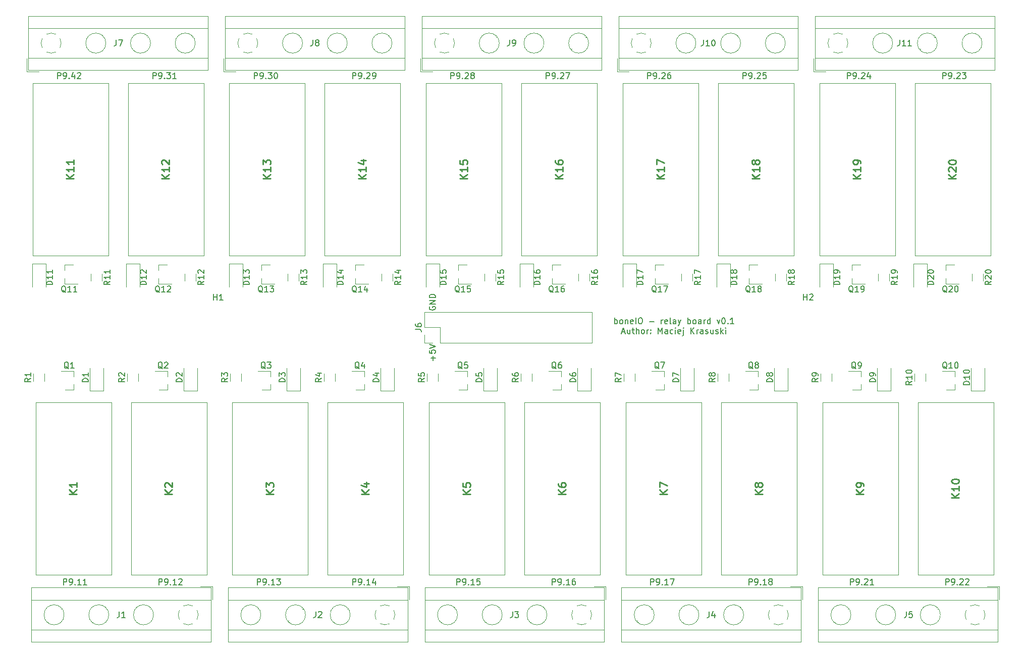
<source format=gbr>
%TF.GenerationSoftware,KiCad,Pcbnew,(5.1.6)-1*%
%TF.CreationDate,2020-09-13T22:12:47+02:00*%
%TF.ProjectId,boneIO - relay board,626f6e65-494f-4202-9d20-72656c617920,rev?*%
%TF.SameCoordinates,Original*%
%TF.FileFunction,Legend,Top*%
%TF.FilePolarity,Positive*%
%FSLAX46Y46*%
G04 Gerber Fmt 4.6, Leading zero omitted, Abs format (unit mm)*
G04 Created by KiCad (PCBNEW (5.1.6)-1) date 2020-09-13 22:12:48*
%MOMM*%
%LPD*%
G01*
G04 APERTURE LIST*
%ADD10C,0.150000*%
%ADD11C,0.120000*%
%ADD12C,0.100000*%
%ADD13C,0.254000*%
G04 APERTURE END LIST*
D10*
X297211428Y-357660380D02*
X297211428Y-356660380D01*
X297592380Y-356660380D01*
X297687619Y-356708000D01*
X297735238Y-356755619D01*
X297782857Y-356850857D01*
X297782857Y-356993714D01*
X297735238Y-357088952D01*
X297687619Y-357136571D01*
X297592380Y-357184190D01*
X297211428Y-357184190D01*
X298259047Y-357660380D02*
X298449523Y-357660380D01*
X298544761Y-357612761D01*
X298592380Y-357565142D01*
X298687619Y-357422285D01*
X298735238Y-357231809D01*
X298735238Y-356850857D01*
X298687619Y-356755619D01*
X298640000Y-356708000D01*
X298544761Y-356660380D01*
X298354285Y-356660380D01*
X298259047Y-356708000D01*
X298211428Y-356755619D01*
X298163809Y-356850857D01*
X298163809Y-357088952D01*
X298211428Y-357184190D01*
X298259047Y-357231809D01*
X298354285Y-357279428D01*
X298544761Y-357279428D01*
X298640000Y-357231809D01*
X298687619Y-357184190D01*
X298735238Y-357088952D01*
X299163809Y-357565142D02*
X299211428Y-357612761D01*
X299163809Y-357660380D01*
X299116190Y-357612761D01*
X299163809Y-357565142D01*
X299163809Y-357660380D01*
X300163809Y-357660380D02*
X299592380Y-357660380D01*
X299878095Y-357660380D02*
X299878095Y-356660380D01*
X299782857Y-356803238D01*
X299687619Y-356898476D01*
X299592380Y-356946095D01*
X301116190Y-357660380D02*
X300544761Y-357660380D01*
X300830476Y-357660380D02*
X300830476Y-356660380D01*
X300735238Y-356803238D01*
X300640000Y-356898476D01*
X300544761Y-356946095D01*
X313211428Y-357660380D02*
X313211428Y-356660380D01*
X313592380Y-356660380D01*
X313687619Y-356708000D01*
X313735238Y-356755619D01*
X313782857Y-356850857D01*
X313782857Y-356993714D01*
X313735238Y-357088952D01*
X313687619Y-357136571D01*
X313592380Y-357184190D01*
X313211428Y-357184190D01*
X314259047Y-357660380D02*
X314449523Y-357660380D01*
X314544761Y-357612761D01*
X314592380Y-357565142D01*
X314687619Y-357422285D01*
X314735238Y-357231809D01*
X314735238Y-356850857D01*
X314687619Y-356755619D01*
X314640000Y-356708000D01*
X314544761Y-356660380D01*
X314354285Y-356660380D01*
X314259047Y-356708000D01*
X314211428Y-356755619D01*
X314163809Y-356850857D01*
X314163809Y-357088952D01*
X314211428Y-357184190D01*
X314259047Y-357231809D01*
X314354285Y-357279428D01*
X314544761Y-357279428D01*
X314640000Y-357231809D01*
X314687619Y-357184190D01*
X314735238Y-357088952D01*
X315163809Y-357565142D02*
X315211428Y-357612761D01*
X315163809Y-357660380D01*
X315116190Y-357612761D01*
X315163809Y-357565142D01*
X315163809Y-357660380D01*
X316163809Y-357660380D02*
X315592380Y-357660380D01*
X315878095Y-357660380D02*
X315878095Y-356660380D01*
X315782857Y-356803238D01*
X315687619Y-356898476D01*
X315592380Y-356946095D01*
X316544761Y-356755619D02*
X316592380Y-356708000D01*
X316687619Y-356660380D01*
X316925714Y-356660380D01*
X317020952Y-356708000D01*
X317068571Y-356755619D01*
X317116190Y-356850857D01*
X317116190Y-356946095D01*
X317068571Y-357088952D01*
X316497142Y-357660380D01*
X317116190Y-357660380D01*
X329711428Y-357660380D02*
X329711428Y-356660380D01*
X330092380Y-356660380D01*
X330187619Y-356708000D01*
X330235238Y-356755619D01*
X330282857Y-356850857D01*
X330282857Y-356993714D01*
X330235238Y-357088952D01*
X330187619Y-357136571D01*
X330092380Y-357184190D01*
X329711428Y-357184190D01*
X330759047Y-357660380D02*
X330949523Y-357660380D01*
X331044761Y-357612761D01*
X331092380Y-357565142D01*
X331187619Y-357422285D01*
X331235238Y-357231809D01*
X331235238Y-356850857D01*
X331187619Y-356755619D01*
X331140000Y-356708000D01*
X331044761Y-356660380D01*
X330854285Y-356660380D01*
X330759047Y-356708000D01*
X330711428Y-356755619D01*
X330663809Y-356850857D01*
X330663809Y-357088952D01*
X330711428Y-357184190D01*
X330759047Y-357231809D01*
X330854285Y-357279428D01*
X331044761Y-357279428D01*
X331140000Y-357231809D01*
X331187619Y-357184190D01*
X331235238Y-357088952D01*
X331663809Y-357565142D02*
X331711428Y-357612761D01*
X331663809Y-357660380D01*
X331616190Y-357612761D01*
X331663809Y-357565142D01*
X331663809Y-357660380D01*
X332663809Y-357660380D02*
X332092380Y-357660380D01*
X332378095Y-357660380D02*
X332378095Y-356660380D01*
X332282857Y-356803238D01*
X332187619Y-356898476D01*
X332092380Y-356946095D01*
X332997142Y-356660380D02*
X333616190Y-356660380D01*
X333282857Y-357041333D01*
X333425714Y-357041333D01*
X333520952Y-357088952D01*
X333568571Y-357136571D01*
X333616190Y-357231809D01*
X333616190Y-357469904D01*
X333568571Y-357565142D01*
X333520952Y-357612761D01*
X333425714Y-357660380D01*
X333140000Y-357660380D01*
X333044761Y-357612761D01*
X332997142Y-357565142D01*
X345711428Y-357660380D02*
X345711428Y-356660380D01*
X346092380Y-356660380D01*
X346187619Y-356708000D01*
X346235238Y-356755619D01*
X346282857Y-356850857D01*
X346282857Y-356993714D01*
X346235238Y-357088952D01*
X346187619Y-357136571D01*
X346092380Y-357184190D01*
X345711428Y-357184190D01*
X346759047Y-357660380D02*
X346949523Y-357660380D01*
X347044761Y-357612761D01*
X347092380Y-357565142D01*
X347187619Y-357422285D01*
X347235238Y-357231809D01*
X347235238Y-356850857D01*
X347187619Y-356755619D01*
X347140000Y-356708000D01*
X347044761Y-356660380D01*
X346854285Y-356660380D01*
X346759047Y-356708000D01*
X346711428Y-356755619D01*
X346663809Y-356850857D01*
X346663809Y-357088952D01*
X346711428Y-357184190D01*
X346759047Y-357231809D01*
X346854285Y-357279428D01*
X347044761Y-357279428D01*
X347140000Y-357231809D01*
X347187619Y-357184190D01*
X347235238Y-357088952D01*
X347663809Y-357565142D02*
X347711428Y-357612761D01*
X347663809Y-357660380D01*
X347616190Y-357612761D01*
X347663809Y-357565142D01*
X347663809Y-357660380D01*
X348663809Y-357660380D02*
X348092380Y-357660380D01*
X348378095Y-357660380D02*
X348378095Y-356660380D01*
X348282857Y-356803238D01*
X348187619Y-356898476D01*
X348092380Y-356946095D01*
X349520952Y-356993714D02*
X349520952Y-357660380D01*
X349282857Y-356612761D02*
X349044761Y-357327047D01*
X349663809Y-357327047D01*
X363211428Y-357660380D02*
X363211428Y-356660380D01*
X363592380Y-356660380D01*
X363687619Y-356708000D01*
X363735238Y-356755619D01*
X363782857Y-356850857D01*
X363782857Y-356993714D01*
X363735238Y-357088952D01*
X363687619Y-357136571D01*
X363592380Y-357184190D01*
X363211428Y-357184190D01*
X364259047Y-357660380D02*
X364449523Y-357660380D01*
X364544761Y-357612761D01*
X364592380Y-357565142D01*
X364687619Y-357422285D01*
X364735238Y-357231809D01*
X364735238Y-356850857D01*
X364687619Y-356755619D01*
X364640000Y-356708000D01*
X364544761Y-356660380D01*
X364354285Y-356660380D01*
X364259047Y-356708000D01*
X364211428Y-356755619D01*
X364163809Y-356850857D01*
X364163809Y-357088952D01*
X364211428Y-357184190D01*
X364259047Y-357231809D01*
X364354285Y-357279428D01*
X364544761Y-357279428D01*
X364640000Y-357231809D01*
X364687619Y-357184190D01*
X364735238Y-357088952D01*
X365163809Y-357565142D02*
X365211428Y-357612761D01*
X365163809Y-357660380D01*
X365116190Y-357612761D01*
X365163809Y-357565142D01*
X365163809Y-357660380D01*
X366163809Y-357660380D02*
X365592380Y-357660380D01*
X365878095Y-357660380D02*
X365878095Y-356660380D01*
X365782857Y-356803238D01*
X365687619Y-356898476D01*
X365592380Y-356946095D01*
X367068571Y-356660380D02*
X366592380Y-356660380D01*
X366544761Y-357136571D01*
X366592380Y-357088952D01*
X366687619Y-357041333D01*
X366925714Y-357041333D01*
X367020952Y-357088952D01*
X367068571Y-357136571D01*
X367116190Y-357231809D01*
X367116190Y-357469904D01*
X367068571Y-357565142D01*
X367020952Y-357612761D01*
X366925714Y-357660380D01*
X366687619Y-357660380D01*
X366592380Y-357612761D01*
X366544761Y-357565142D01*
X379211428Y-357660380D02*
X379211428Y-356660380D01*
X379592380Y-356660380D01*
X379687619Y-356708000D01*
X379735238Y-356755619D01*
X379782857Y-356850857D01*
X379782857Y-356993714D01*
X379735238Y-357088952D01*
X379687619Y-357136571D01*
X379592380Y-357184190D01*
X379211428Y-357184190D01*
X380259047Y-357660380D02*
X380449523Y-357660380D01*
X380544761Y-357612761D01*
X380592380Y-357565142D01*
X380687619Y-357422285D01*
X380735238Y-357231809D01*
X380735238Y-356850857D01*
X380687619Y-356755619D01*
X380640000Y-356708000D01*
X380544761Y-356660380D01*
X380354285Y-356660380D01*
X380259047Y-356708000D01*
X380211428Y-356755619D01*
X380163809Y-356850857D01*
X380163809Y-357088952D01*
X380211428Y-357184190D01*
X380259047Y-357231809D01*
X380354285Y-357279428D01*
X380544761Y-357279428D01*
X380640000Y-357231809D01*
X380687619Y-357184190D01*
X380735238Y-357088952D01*
X381163809Y-357565142D02*
X381211428Y-357612761D01*
X381163809Y-357660380D01*
X381116190Y-357612761D01*
X381163809Y-357565142D01*
X381163809Y-357660380D01*
X382163809Y-357660380D02*
X381592380Y-357660380D01*
X381878095Y-357660380D02*
X381878095Y-356660380D01*
X381782857Y-356803238D01*
X381687619Y-356898476D01*
X381592380Y-356946095D01*
X383020952Y-356660380D02*
X382830476Y-356660380D01*
X382735238Y-356708000D01*
X382687619Y-356755619D01*
X382592380Y-356898476D01*
X382544761Y-357088952D01*
X382544761Y-357469904D01*
X382592380Y-357565142D01*
X382640000Y-357612761D01*
X382735238Y-357660380D01*
X382925714Y-357660380D01*
X383020952Y-357612761D01*
X383068571Y-357565142D01*
X383116190Y-357469904D01*
X383116190Y-357231809D01*
X383068571Y-357136571D01*
X383020952Y-357088952D01*
X382925714Y-357041333D01*
X382735238Y-357041333D01*
X382640000Y-357088952D01*
X382592380Y-357136571D01*
X382544761Y-357231809D01*
X395711428Y-357660380D02*
X395711428Y-356660380D01*
X396092380Y-356660380D01*
X396187619Y-356708000D01*
X396235238Y-356755619D01*
X396282857Y-356850857D01*
X396282857Y-356993714D01*
X396235238Y-357088952D01*
X396187619Y-357136571D01*
X396092380Y-357184190D01*
X395711428Y-357184190D01*
X396759047Y-357660380D02*
X396949523Y-357660380D01*
X397044761Y-357612761D01*
X397092380Y-357565142D01*
X397187619Y-357422285D01*
X397235238Y-357231809D01*
X397235238Y-356850857D01*
X397187619Y-356755619D01*
X397140000Y-356708000D01*
X397044761Y-356660380D01*
X396854285Y-356660380D01*
X396759047Y-356708000D01*
X396711428Y-356755619D01*
X396663809Y-356850857D01*
X396663809Y-357088952D01*
X396711428Y-357184190D01*
X396759047Y-357231809D01*
X396854285Y-357279428D01*
X397044761Y-357279428D01*
X397140000Y-357231809D01*
X397187619Y-357184190D01*
X397235238Y-357088952D01*
X397663809Y-357565142D02*
X397711428Y-357612761D01*
X397663809Y-357660380D01*
X397616190Y-357612761D01*
X397663809Y-357565142D01*
X397663809Y-357660380D01*
X398663809Y-357660380D02*
X398092380Y-357660380D01*
X398378095Y-357660380D02*
X398378095Y-356660380D01*
X398282857Y-356803238D01*
X398187619Y-356898476D01*
X398092380Y-356946095D01*
X398997142Y-356660380D02*
X399663809Y-356660380D01*
X399235238Y-357660380D01*
X412211428Y-357660380D02*
X412211428Y-356660380D01*
X412592380Y-356660380D01*
X412687619Y-356708000D01*
X412735238Y-356755619D01*
X412782857Y-356850857D01*
X412782857Y-356993714D01*
X412735238Y-357088952D01*
X412687619Y-357136571D01*
X412592380Y-357184190D01*
X412211428Y-357184190D01*
X413259047Y-357660380D02*
X413449523Y-357660380D01*
X413544761Y-357612761D01*
X413592380Y-357565142D01*
X413687619Y-357422285D01*
X413735238Y-357231809D01*
X413735238Y-356850857D01*
X413687619Y-356755619D01*
X413640000Y-356708000D01*
X413544761Y-356660380D01*
X413354285Y-356660380D01*
X413259047Y-356708000D01*
X413211428Y-356755619D01*
X413163809Y-356850857D01*
X413163809Y-357088952D01*
X413211428Y-357184190D01*
X413259047Y-357231809D01*
X413354285Y-357279428D01*
X413544761Y-357279428D01*
X413640000Y-357231809D01*
X413687619Y-357184190D01*
X413735238Y-357088952D01*
X414163809Y-357565142D02*
X414211428Y-357612761D01*
X414163809Y-357660380D01*
X414116190Y-357612761D01*
X414163809Y-357565142D01*
X414163809Y-357660380D01*
X415163809Y-357660380D02*
X414592380Y-357660380D01*
X414878095Y-357660380D02*
X414878095Y-356660380D01*
X414782857Y-356803238D01*
X414687619Y-356898476D01*
X414592380Y-356946095D01*
X415735238Y-357088952D02*
X415640000Y-357041333D01*
X415592380Y-356993714D01*
X415544761Y-356898476D01*
X415544761Y-356850857D01*
X415592380Y-356755619D01*
X415640000Y-356708000D01*
X415735238Y-356660380D01*
X415925714Y-356660380D01*
X416020952Y-356708000D01*
X416068571Y-356755619D01*
X416116190Y-356850857D01*
X416116190Y-356898476D01*
X416068571Y-356993714D01*
X416020952Y-357041333D01*
X415925714Y-357088952D01*
X415735238Y-357088952D01*
X415640000Y-357136571D01*
X415592380Y-357184190D01*
X415544761Y-357279428D01*
X415544761Y-357469904D01*
X415592380Y-357565142D01*
X415640000Y-357612761D01*
X415735238Y-357660380D01*
X415925714Y-357660380D01*
X416020952Y-357612761D01*
X416068571Y-357565142D01*
X416116190Y-357469904D01*
X416116190Y-357279428D01*
X416068571Y-357184190D01*
X416020952Y-357136571D01*
X415925714Y-357088952D01*
X429211428Y-357660380D02*
X429211428Y-356660380D01*
X429592380Y-356660380D01*
X429687619Y-356708000D01*
X429735238Y-356755619D01*
X429782857Y-356850857D01*
X429782857Y-356993714D01*
X429735238Y-357088952D01*
X429687619Y-357136571D01*
X429592380Y-357184190D01*
X429211428Y-357184190D01*
X430259047Y-357660380D02*
X430449523Y-357660380D01*
X430544761Y-357612761D01*
X430592380Y-357565142D01*
X430687619Y-357422285D01*
X430735238Y-357231809D01*
X430735238Y-356850857D01*
X430687619Y-356755619D01*
X430640000Y-356708000D01*
X430544761Y-356660380D01*
X430354285Y-356660380D01*
X430259047Y-356708000D01*
X430211428Y-356755619D01*
X430163809Y-356850857D01*
X430163809Y-357088952D01*
X430211428Y-357184190D01*
X430259047Y-357231809D01*
X430354285Y-357279428D01*
X430544761Y-357279428D01*
X430640000Y-357231809D01*
X430687619Y-357184190D01*
X430735238Y-357088952D01*
X431163809Y-357565142D02*
X431211428Y-357612761D01*
X431163809Y-357660380D01*
X431116190Y-357612761D01*
X431163809Y-357565142D01*
X431163809Y-357660380D01*
X431592380Y-356755619D02*
X431640000Y-356708000D01*
X431735238Y-356660380D01*
X431973333Y-356660380D01*
X432068571Y-356708000D01*
X432116190Y-356755619D01*
X432163809Y-356850857D01*
X432163809Y-356946095D01*
X432116190Y-357088952D01*
X431544761Y-357660380D01*
X432163809Y-357660380D01*
X433116190Y-357660380D02*
X432544761Y-357660380D01*
X432830476Y-357660380D02*
X432830476Y-356660380D01*
X432735238Y-356803238D01*
X432640000Y-356898476D01*
X432544761Y-356946095D01*
X445211428Y-357660380D02*
X445211428Y-356660380D01*
X445592380Y-356660380D01*
X445687619Y-356708000D01*
X445735238Y-356755619D01*
X445782857Y-356850857D01*
X445782857Y-356993714D01*
X445735238Y-357088952D01*
X445687619Y-357136571D01*
X445592380Y-357184190D01*
X445211428Y-357184190D01*
X446259047Y-357660380D02*
X446449523Y-357660380D01*
X446544761Y-357612761D01*
X446592380Y-357565142D01*
X446687619Y-357422285D01*
X446735238Y-357231809D01*
X446735238Y-356850857D01*
X446687619Y-356755619D01*
X446640000Y-356708000D01*
X446544761Y-356660380D01*
X446354285Y-356660380D01*
X446259047Y-356708000D01*
X446211428Y-356755619D01*
X446163809Y-356850857D01*
X446163809Y-357088952D01*
X446211428Y-357184190D01*
X446259047Y-357231809D01*
X446354285Y-357279428D01*
X446544761Y-357279428D01*
X446640000Y-357231809D01*
X446687619Y-357184190D01*
X446735238Y-357088952D01*
X447163809Y-357565142D02*
X447211428Y-357612761D01*
X447163809Y-357660380D01*
X447116190Y-357612761D01*
X447163809Y-357565142D01*
X447163809Y-357660380D01*
X447592380Y-356755619D02*
X447640000Y-356708000D01*
X447735238Y-356660380D01*
X447973333Y-356660380D01*
X448068571Y-356708000D01*
X448116190Y-356755619D01*
X448163809Y-356850857D01*
X448163809Y-356946095D01*
X448116190Y-357088952D01*
X447544761Y-357660380D01*
X448163809Y-357660380D01*
X448544761Y-356755619D02*
X448592380Y-356708000D01*
X448687619Y-356660380D01*
X448925714Y-356660380D01*
X449020952Y-356708000D01*
X449068571Y-356755619D01*
X449116190Y-356850857D01*
X449116190Y-356946095D01*
X449068571Y-357088952D01*
X448497142Y-357660380D01*
X449116190Y-357660380D01*
X444711428Y-272660380D02*
X444711428Y-271660380D01*
X445092380Y-271660380D01*
X445187619Y-271708000D01*
X445235238Y-271755619D01*
X445282857Y-271850857D01*
X445282857Y-271993714D01*
X445235238Y-272088952D01*
X445187619Y-272136571D01*
X445092380Y-272184190D01*
X444711428Y-272184190D01*
X445759047Y-272660380D02*
X445949523Y-272660380D01*
X446044761Y-272612761D01*
X446092380Y-272565142D01*
X446187619Y-272422285D01*
X446235238Y-272231809D01*
X446235238Y-271850857D01*
X446187619Y-271755619D01*
X446140000Y-271708000D01*
X446044761Y-271660380D01*
X445854285Y-271660380D01*
X445759047Y-271708000D01*
X445711428Y-271755619D01*
X445663809Y-271850857D01*
X445663809Y-272088952D01*
X445711428Y-272184190D01*
X445759047Y-272231809D01*
X445854285Y-272279428D01*
X446044761Y-272279428D01*
X446140000Y-272231809D01*
X446187619Y-272184190D01*
X446235238Y-272088952D01*
X446663809Y-272565142D02*
X446711428Y-272612761D01*
X446663809Y-272660380D01*
X446616190Y-272612761D01*
X446663809Y-272565142D01*
X446663809Y-272660380D01*
X447092380Y-271755619D02*
X447140000Y-271708000D01*
X447235238Y-271660380D01*
X447473333Y-271660380D01*
X447568571Y-271708000D01*
X447616190Y-271755619D01*
X447663809Y-271850857D01*
X447663809Y-271946095D01*
X447616190Y-272088952D01*
X447044761Y-272660380D01*
X447663809Y-272660380D01*
X447997142Y-271660380D02*
X448616190Y-271660380D01*
X448282857Y-272041333D01*
X448425714Y-272041333D01*
X448520952Y-272088952D01*
X448568571Y-272136571D01*
X448616190Y-272231809D01*
X448616190Y-272469904D01*
X448568571Y-272565142D01*
X448520952Y-272612761D01*
X448425714Y-272660380D01*
X448140000Y-272660380D01*
X448044761Y-272612761D01*
X447997142Y-272565142D01*
X428711428Y-272660380D02*
X428711428Y-271660380D01*
X429092380Y-271660380D01*
X429187619Y-271708000D01*
X429235238Y-271755619D01*
X429282857Y-271850857D01*
X429282857Y-271993714D01*
X429235238Y-272088952D01*
X429187619Y-272136571D01*
X429092380Y-272184190D01*
X428711428Y-272184190D01*
X429759047Y-272660380D02*
X429949523Y-272660380D01*
X430044761Y-272612761D01*
X430092380Y-272565142D01*
X430187619Y-272422285D01*
X430235238Y-272231809D01*
X430235238Y-271850857D01*
X430187619Y-271755619D01*
X430140000Y-271708000D01*
X430044761Y-271660380D01*
X429854285Y-271660380D01*
X429759047Y-271708000D01*
X429711428Y-271755619D01*
X429663809Y-271850857D01*
X429663809Y-272088952D01*
X429711428Y-272184190D01*
X429759047Y-272231809D01*
X429854285Y-272279428D01*
X430044761Y-272279428D01*
X430140000Y-272231809D01*
X430187619Y-272184190D01*
X430235238Y-272088952D01*
X430663809Y-272565142D02*
X430711428Y-272612761D01*
X430663809Y-272660380D01*
X430616190Y-272612761D01*
X430663809Y-272565142D01*
X430663809Y-272660380D01*
X431092380Y-271755619D02*
X431140000Y-271708000D01*
X431235238Y-271660380D01*
X431473333Y-271660380D01*
X431568571Y-271708000D01*
X431616190Y-271755619D01*
X431663809Y-271850857D01*
X431663809Y-271946095D01*
X431616190Y-272088952D01*
X431044761Y-272660380D01*
X431663809Y-272660380D01*
X432520952Y-271993714D02*
X432520952Y-272660380D01*
X432282857Y-271612761D02*
X432044761Y-272327047D01*
X432663809Y-272327047D01*
X411211428Y-272660380D02*
X411211428Y-271660380D01*
X411592380Y-271660380D01*
X411687619Y-271708000D01*
X411735238Y-271755619D01*
X411782857Y-271850857D01*
X411782857Y-271993714D01*
X411735238Y-272088952D01*
X411687619Y-272136571D01*
X411592380Y-272184190D01*
X411211428Y-272184190D01*
X412259047Y-272660380D02*
X412449523Y-272660380D01*
X412544761Y-272612761D01*
X412592380Y-272565142D01*
X412687619Y-272422285D01*
X412735238Y-272231809D01*
X412735238Y-271850857D01*
X412687619Y-271755619D01*
X412640000Y-271708000D01*
X412544761Y-271660380D01*
X412354285Y-271660380D01*
X412259047Y-271708000D01*
X412211428Y-271755619D01*
X412163809Y-271850857D01*
X412163809Y-272088952D01*
X412211428Y-272184190D01*
X412259047Y-272231809D01*
X412354285Y-272279428D01*
X412544761Y-272279428D01*
X412640000Y-272231809D01*
X412687619Y-272184190D01*
X412735238Y-272088952D01*
X413163809Y-272565142D02*
X413211428Y-272612761D01*
X413163809Y-272660380D01*
X413116190Y-272612761D01*
X413163809Y-272565142D01*
X413163809Y-272660380D01*
X413592380Y-271755619D02*
X413640000Y-271708000D01*
X413735238Y-271660380D01*
X413973333Y-271660380D01*
X414068571Y-271708000D01*
X414116190Y-271755619D01*
X414163809Y-271850857D01*
X414163809Y-271946095D01*
X414116190Y-272088952D01*
X413544761Y-272660380D01*
X414163809Y-272660380D01*
X415068571Y-271660380D02*
X414592380Y-271660380D01*
X414544761Y-272136571D01*
X414592380Y-272088952D01*
X414687619Y-272041333D01*
X414925714Y-272041333D01*
X415020952Y-272088952D01*
X415068571Y-272136571D01*
X415116190Y-272231809D01*
X415116190Y-272469904D01*
X415068571Y-272565142D01*
X415020952Y-272612761D01*
X414925714Y-272660380D01*
X414687619Y-272660380D01*
X414592380Y-272612761D01*
X414544761Y-272565142D01*
X395211428Y-272660380D02*
X395211428Y-271660380D01*
X395592380Y-271660380D01*
X395687619Y-271708000D01*
X395735238Y-271755619D01*
X395782857Y-271850857D01*
X395782857Y-271993714D01*
X395735238Y-272088952D01*
X395687619Y-272136571D01*
X395592380Y-272184190D01*
X395211428Y-272184190D01*
X396259047Y-272660380D02*
X396449523Y-272660380D01*
X396544761Y-272612761D01*
X396592380Y-272565142D01*
X396687619Y-272422285D01*
X396735238Y-272231809D01*
X396735238Y-271850857D01*
X396687619Y-271755619D01*
X396640000Y-271708000D01*
X396544761Y-271660380D01*
X396354285Y-271660380D01*
X396259047Y-271708000D01*
X396211428Y-271755619D01*
X396163809Y-271850857D01*
X396163809Y-272088952D01*
X396211428Y-272184190D01*
X396259047Y-272231809D01*
X396354285Y-272279428D01*
X396544761Y-272279428D01*
X396640000Y-272231809D01*
X396687619Y-272184190D01*
X396735238Y-272088952D01*
X397163809Y-272565142D02*
X397211428Y-272612761D01*
X397163809Y-272660380D01*
X397116190Y-272612761D01*
X397163809Y-272565142D01*
X397163809Y-272660380D01*
X397592380Y-271755619D02*
X397640000Y-271708000D01*
X397735238Y-271660380D01*
X397973333Y-271660380D01*
X398068571Y-271708000D01*
X398116190Y-271755619D01*
X398163809Y-271850857D01*
X398163809Y-271946095D01*
X398116190Y-272088952D01*
X397544761Y-272660380D01*
X398163809Y-272660380D01*
X399020952Y-271660380D02*
X398830476Y-271660380D01*
X398735238Y-271708000D01*
X398687619Y-271755619D01*
X398592380Y-271898476D01*
X398544761Y-272088952D01*
X398544761Y-272469904D01*
X398592380Y-272565142D01*
X398640000Y-272612761D01*
X398735238Y-272660380D01*
X398925714Y-272660380D01*
X399020952Y-272612761D01*
X399068571Y-272565142D01*
X399116190Y-272469904D01*
X399116190Y-272231809D01*
X399068571Y-272136571D01*
X399020952Y-272088952D01*
X398925714Y-272041333D01*
X398735238Y-272041333D01*
X398640000Y-272088952D01*
X398592380Y-272136571D01*
X398544761Y-272231809D01*
X378211428Y-272660380D02*
X378211428Y-271660380D01*
X378592380Y-271660380D01*
X378687619Y-271708000D01*
X378735238Y-271755619D01*
X378782857Y-271850857D01*
X378782857Y-271993714D01*
X378735238Y-272088952D01*
X378687619Y-272136571D01*
X378592380Y-272184190D01*
X378211428Y-272184190D01*
X379259047Y-272660380D02*
X379449523Y-272660380D01*
X379544761Y-272612761D01*
X379592380Y-272565142D01*
X379687619Y-272422285D01*
X379735238Y-272231809D01*
X379735238Y-271850857D01*
X379687619Y-271755619D01*
X379640000Y-271708000D01*
X379544761Y-271660380D01*
X379354285Y-271660380D01*
X379259047Y-271708000D01*
X379211428Y-271755619D01*
X379163809Y-271850857D01*
X379163809Y-272088952D01*
X379211428Y-272184190D01*
X379259047Y-272231809D01*
X379354285Y-272279428D01*
X379544761Y-272279428D01*
X379640000Y-272231809D01*
X379687619Y-272184190D01*
X379735238Y-272088952D01*
X380163809Y-272565142D02*
X380211428Y-272612761D01*
X380163809Y-272660380D01*
X380116190Y-272612761D01*
X380163809Y-272565142D01*
X380163809Y-272660380D01*
X380592380Y-271755619D02*
X380640000Y-271708000D01*
X380735238Y-271660380D01*
X380973333Y-271660380D01*
X381068571Y-271708000D01*
X381116190Y-271755619D01*
X381163809Y-271850857D01*
X381163809Y-271946095D01*
X381116190Y-272088952D01*
X380544761Y-272660380D01*
X381163809Y-272660380D01*
X381497142Y-271660380D02*
X382163809Y-271660380D01*
X381735238Y-272660380D01*
X362211428Y-272660380D02*
X362211428Y-271660380D01*
X362592380Y-271660380D01*
X362687619Y-271708000D01*
X362735238Y-271755619D01*
X362782857Y-271850857D01*
X362782857Y-271993714D01*
X362735238Y-272088952D01*
X362687619Y-272136571D01*
X362592380Y-272184190D01*
X362211428Y-272184190D01*
X363259047Y-272660380D02*
X363449523Y-272660380D01*
X363544761Y-272612761D01*
X363592380Y-272565142D01*
X363687619Y-272422285D01*
X363735238Y-272231809D01*
X363735238Y-271850857D01*
X363687619Y-271755619D01*
X363640000Y-271708000D01*
X363544761Y-271660380D01*
X363354285Y-271660380D01*
X363259047Y-271708000D01*
X363211428Y-271755619D01*
X363163809Y-271850857D01*
X363163809Y-272088952D01*
X363211428Y-272184190D01*
X363259047Y-272231809D01*
X363354285Y-272279428D01*
X363544761Y-272279428D01*
X363640000Y-272231809D01*
X363687619Y-272184190D01*
X363735238Y-272088952D01*
X364163809Y-272565142D02*
X364211428Y-272612761D01*
X364163809Y-272660380D01*
X364116190Y-272612761D01*
X364163809Y-272565142D01*
X364163809Y-272660380D01*
X364592380Y-271755619D02*
X364640000Y-271708000D01*
X364735238Y-271660380D01*
X364973333Y-271660380D01*
X365068571Y-271708000D01*
X365116190Y-271755619D01*
X365163809Y-271850857D01*
X365163809Y-271946095D01*
X365116190Y-272088952D01*
X364544761Y-272660380D01*
X365163809Y-272660380D01*
X365735238Y-272088952D02*
X365640000Y-272041333D01*
X365592380Y-271993714D01*
X365544761Y-271898476D01*
X365544761Y-271850857D01*
X365592380Y-271755619D01*
X365640000Y-271708000D01*
X365735238Y-271660380D01*
X365925714Y-271660380D01*
X366020952Y-271708000D01*
X366068571Y-271755619D01*
X366116190Y-271850857D01*
X366116190Y-271898476D01*
X366068571Y-271993714D01*
X366020952Y-272041333D01*
X365925714Y-272088952D01*
X365735238Y-272088952D01*
X365640000Y-272136571D01*
X365592380Y-272184190D01*
X365544761Y-272279428D01*
X365544761Y-272469904D01*
X365592380Y-272565142D01*
X365640000Y-272612761D01*
X365735238Y-272660380D01*
X365925714Y-272660380D01*
X366020952Y-272612761D01*
X366068571Y-272565142D01*
X366116190Y-272469904D01*
X366116190Y-272279428D01*
X366068571Y-272184190D01*
X366020952Y-272136571D01*
X365925714Y-272088952D01*
X345711428Y-272660380D02*
X345711428Y-271660380D01*
X346092380Y-271660380D01*
X346187619Y-271708000D01*
X346235238Y-271755619D01*
X346282857Y-271850857D01*
X346282857Y-271993714D01*
X346235238Y-272088952D01*
X346187619Y-272136571D01*
X346092380Y-272184190D01*
X345711428Y-272184190D01*
X346759047Y-272660380D02*
X346949523Y-272660380D01*
X347044761Y-272612761D01*
X347092380Y-272565142D01*
X347187619Y-272422285D01*
X347235238Y-272231809D01*
X347235238Y-271850857D01*
X347187619Y-271755619D01*
X347140000Y-271708000D01*
X347044761Y-271660380D01*
X346854285Y-271660380D01*
X346759047Y-271708000D01*
X346711428Y-271755619D01*
X346663809Y-271850857D01*
X346663809Y-272088952D01*
X346711428Y-272184190D01*
X346759047Y-272231809D01*
X346854285Y-272279428D01*
X347044761Y-272279428D01*
X347140000Y-272231809D01*
X347187619Y-272184190D01*
X347235238Y-272088952D01*
X347663809Y-272565142D02*
X347711428Y-272612761D01*
X347663809Y-272660380D01*
X347616190Y-272612761D01*
X347663809Y-272565142D01*
X347663809Y-272660380D01*
X348092380Y-271755619D02*
X348140000Y-271708000D01*
X348235238Y-271660380D01*
X348473333Y-271660380D01*
X348568571Y-271708000D01*
X348616190Y-271755619D01*
X348663809Y-271850857D01*
X348663809Y-271946095D01*
X348616190Y-272088952D01*
X348044761Y-272660380D01*
X348663809Y-272660380D01*
X349140000Y-272660380D02*
X349330476Y-272660380D01*
X349425714Y-272612761D01*
X349473333Y-272565142D01*
X349568571Y-272422285D01*
X349616190Y-272231809D01*
X349616190Y-271850857D01*
X349568571Y-271755619D01*
X349520952Y-271708000D01*
X349425714Y-271660380D01*
X349235238Y-271660380D01*
X349140000Y-271708000D01*
X349092380Y-271755619D01*
X349044761Y-271850857D01*
X349044761Y-272088952D01*
X349092380Y-272184190D01*
X349140000Y-272231809D01*
X349235238Y-272279428D01*
X349425714Y-272279428D01*
X349520952Y-272231809D01*
X349568571Y-272184190D01*
X349616190Y-272088952D01*
X329211428Y-272660380D02*
X329211428Y-271660380D01*
X329592380Y-271660380D01*
X329687619Y-271708000D01*
X329735238Y-271755619D01*
X329782857Y-271850857D01*
X329782857Y-271993714D01*
X329735238Y-272088952D01*
X329687619Y-272136571D01*
X329592380Y-272184190D01*
X329211428Y-272184190D01*
X330259047Y-272660380D02*
X330449523Y-272660380D01*
X330544761Y-272612761D01*
X330592380Y-272565142D01*
X330687619Y-272422285D01*
X330735238Y-272231809D01*
X330735238Y-271850857D01*
X330687619Y-271755619D01*
X330640000Y-271708000D01*
X330544761Y-271660380D01*
X330354285Y-271660380D01*
X330259047Y-271708000D01*
X330211428Y-271755619D01*
X330163809Y-271850857D01*
X330163809Y-272088952D01*
X330211428Y-272184190D01*
X330259047Y-272231809D01*
X330354285Y-272279428D01*
X330544761Y-272279428D01*
X330640000Y-272231809D01*
X330687619Y-272184190D01*
X330735238Y-272088952D01*
X331163809Y-272565142D02*
X331211428Y-272612761D01*
X331163809Y-272660380D01*
X331116190Y-272612761D01*
X331163809Y-272565142D01*
X331163809Y-272660380D01*
X331544761Y-271660380D02*
X332163809Y-271660380D01*
X331830476Y-272041333D01*
X331973333Y-272041333D01*
X332068571Y-272088952D01*
X332116190Y-272136571D01*
X332163809Y-272231809D01*
X332163809Y-272469904D01*
X332116190Y-272565142D01*
X332068571Y-272612761D01*
X331973333Y-272660380D01*
X331687619Y-272660380D01*
X331592380Y-272612761D01*
X331544761Y-272565142D01*
X332782857Y-271660380D02*
X332878095Y-271660380D01*
X332973333Y-271708000D01*
X333020952Y-271755619D01*
X333068571Y-271850857D01*
X333116190Y-272041333D01*
X333116190Y-272279428D01*
X333068571Y-272469904D01*
X333020952Y-272565142D01*
X332973333Y-272612761D01*
X332878095Y-272660380D01*
X332782857Y-272660380D01*
X332687619Y-272612761D01*
X332640000Y-272565142D01*
X332592380Y-272469904D01*
X332544761Y-272279428D01*
X332544761Y-272041333D01*
X332592380Y-271850857D01*
X332640000Y-271755619D01*
X332687619Y-271708000D01*
X332782857Y-271660380D01*
X312211428Y-272660380D02*
X312211428Y-271660380D01*
X312592380Y-271660380D01*
X312687619Y-271708000D01*
X312735238Y-271755619D01*
X312782857Y-271850857D01*
X312782857Y-271993714D01*
X312735238Y-272088952D01*
X312687619Y-272136571D01*
X312592380Y-272184190D01*
X312211428Y-272184190D01*
X313259047Y-272660380D02*
X313449523Y-272660380D01*
X313544761Y-272612761D01*
X313592380Y-272565142D01*
X313687619Y-272422285D01*
X313735238Y-272231809D01*
X313735238Y-271850857D01*
X313687619Y-271755619D01*
X313640000Y-271708000D01*
X313544761Y-271660380D01*
X313354285Y-271660380D01*
X313259047Y-271708000D01*
X313211428Y-271755619D01*
X313163809Y-271850857D01*
X313163809Y-272088952D01*
X313211428Y-272184190D01*
X313259047Y-272231809D01*
X313354285Y-272279428D01*
X313544761Y-272279428D01*
X313640000Y-272231809D01*
X313687619Y-272184190D01*
X313735238Y-272088952D01*
X314163809Y-272565142D02*
X314211428Y-272612761D01*
X314163809Y-272660380D01*
X314116190Y-272612761D01*
X314163809Y-272565142D01*
X314163809Y-272660380D01*
X314544761Y-271660380D02*
X315163809Y-271660380D01*
X314830476Y-272041333D01*
X314973333Y-272041333D01*
X315068571Y-272088952D01*
X315116190Y-272136571D01*
X315163809Y-272231809D01*
X315163809Y-272469904D01*
X315116190Y-272565142D01*
X315068571Y-272612761D01*
X314973333Y-272660380D01*
X314687619Y-272660380D01*
X314592380Y-272612761D01*
X314544761Y-272565142D01*
X316116190Y-272660380D02*
X315544761Y-272660380D01*
X315830476Y-272660380D02*
X315830476Y-271660380D01*
X315735238Y-271803238D01*
X315640000Y-271898476D01*
X315544761Y-271946095D01*
X296211428Y-272660380D02*
X296211428Y-271660380D01*
X296592380Y-271660380D01*
X296687619Y-271708000D01*
X296735238Y-271755619D01*
X296782857Y-271850857D01*
X296782857Y-271993714D01*
X296735238Y-272088952D01*
X296687619Y-272136571D01*
X296592380Y-272184190D01*
X296211428Y-272184190D01*
X297259047Y-272660380D02*
X297449523Y-272660380D01*
X297544761Y-272612761D01*
X297592380Y-272565142D01*
X297687619Y-272422285D01*
X297735238Y-272231809D01*
X297735238Y-271850857D01*
X297687619Y-271755619D01*
X297640000Y-271708000D01*
X297544761Y-271660380D01*
X297354285Y-271660380D01*
X297259047Y-271708000D01*
X297211428Y-271755619D01*
X297163809Y-271850857D01*
X297163809Y-272088952D01*
X297211428Y-272184190D01*
X297259047Y-272231809D01*
X297354285Y-272279428D01*
X297544761Y-272279428D01*
X297640000Y-272231809D01*
X297687619Y-272184190D01*
X297735238Y-272088952D01*
X298163809Y-272565142D02*
X298211428Y-272612761D01*
X298163809Y-272660380D01*
X298116190Y-272612761D01*
X298163809Y-272565142D01*
X298163809Y-272660380D01*
X299068571Y-271993714D02*
X299068571Y-272660380D01*
X298830476Y-271612761D02*
X298592380Y-272327047D01*
X299211428Y-272327047D01*
X299544761Y-271755619D02*
X299592380Y-271708000D01*
X299687619Y-271660380D01*
X299925714Y-271660380D01*
X300020952Y-271708000D01*
X300068571Y-271755619D01*
X300116190Y-271850857D01*
X300116190Y-271946095D01*
X300068571Y-272088952D01*
X299497142Y-272660380D01*
X300116190Y-272660380D01*
X359211428Y-319993714D02*
X359211428Y-319231809D01*
X359592380Y-319612761D02*
X358830476Y-319612761D01*
X358592380Y-318279428D02*
X358592380Y-318755619D01*
X359068571Y-318803238D01*
X359020952Y-318755619D01*
X358973333Y-318660380D01*
X358973333Y-318422285D01*
X359020952Y-318327047D01*
X359068571Y-318279428D01*
X359163809Y-318231809D01*
X359401904Y-318231809D01*
X359497142Y-318279428D01*
X359544761Y-318327047D01*
X359592380Y-318422285D01*
X359592380Y-318660380D01*
X359544761Y-318755619D01*
X359497142Y-318803238D01*
X358592380Y-317946095D02*
X359592380Y-317612761D01*
X358592380Y-317279428D01*
X358640000Y-310969904D02*
X358592380Y-311065142D01*
X358592380Y-311208000D01*
X358640000Y-311350857D01*
X358735238Y-311446095D01*
X358830476Y-311493714D01*
X359020952Y-311541333D01*
X359163809Y-311541333D01*
X359354285Y-311493714D01*
X359449523Y-311446095D01*
X359544761Y-311350857D01*
X359592380Y-311208000D01*
X359592380Y-311112761D01*
X359544761Y-310969904D01*
X359497142Y-310922285D01*
X359163809Y-310922285D01*
X359163809Y-311112761D01*
X359592380Y-310493714D02*
X358592380Y-310493714D01*
X359592380Y-309922285D01*
X358592380Y-309922285D01*
X359592380Y-309446095D02*
X358592380Y-309446095D01*
X358592380Y-309208000D01*
X358640000Y-309065142D01*
X358735238Y-308969904D01*
X358830476Y-308922285D01*
X359020952Y-308874666D01*
X359163809Y-308874666D01*
X359354285Y-308922285D01*
X359449523Y-308969904D01*
X359544761Y-309065142D01*
X359592380Y-309208000D01*
X359592380Y-309446095D01*
X389663809Y-313835380D02*
X389663809Y-312835380D01*
X389663809Y-313216333D02*
X389759047Y-313168714D01*
X389949523Y-313168714D01*
X390044761Y-313216333D01*
X390092380Y-313263952D01*
X390140000Y-313359190D01*
X390140000Y-313644904D01*
X390092380Y-313740142D01*
X390044761Y-313787761D01*
X389949523Y-313835380D01*
X389759047Y-313835380D01*
X389663809Y-313787761D01*
X390711428Y-313835380D02*
X390616190Y-313787761D01*
X390568571Y-313740142D01*
X390520952Y-313644904D01*
X390520952Y-313359190D01*
X390568571Y-313263952D01*
X390616190Y-313216333D01*
X390711428Y-313168714D01*
X390854285Y-313168714D01*
X390949523Y-313216333D01*
X390997142Y-313263952D01*
X391044761Y-313359190D01*
X391044761Y-313644904D01*
X390997142Y-313740142D01*
X390949523Y-313787761D01*
X390854285Y-313835380D01*
X390711428Y-313835380D01*
X391473333Y-313168714D02*
X391473333Y-313835380D01*
X391473333Y-313263952D02*
X391520952Y-313216333D01*
X391616190Y-313168714D01*
X391759047Y-313168714D01*
X391854285Y-313216333D01*
X391901904Y-313311571D01*
X391901904Y-313835380D01*
X392759047Y-313787761D02*
X392663809Y-313835380D01*
X392473333Y-313835380D01*
X392378095Y-313787761D01*
X392330476Y-313692523D01*
X392330476Y-313311571D01*
X392378095Y-313216333D01*
X392473333Y-313168714D01*
X392663809Y-313168714D01*
X392759047Y-313216333D01*
X392806666Y-313311571D01*
X392806666Y-313406809D01*
X392330476Y-313502047D01*
X393235238Y-313835380D02*
X393235238Y-312835380D01*
X393901904Y-312835380D02*
X394092380Y-312835380D01*
X394187619Y-312883000D01*
X394282857Y-312978238D01*
X394330476Y-313168714D01*
X394330476Y-313502047D01*
X394282857Y-313692523D01*
X394187619Y-313787761D01*
X394092380Y-313835380D01*
X393901904Y-313835380D01*
X393806666Y-313787761D01*
X393711428Y-313692523D01*
X393663809Y-313502047D01*
X393663809Y-313168714D01*
X393711428Y-312978238D01*
X393806666Y-312883000D01*
X393901904Y-312835380D01*
X395520952Y-313454428D02*
X396282857Y-313454428D01*
X397520952Y-313835380D02*
X397520952Y-313168714D01*
X397520952Y-313359190D02*
X397568571Y-313263952D01*
X397616190Y-313216333D01*
X397711428Y-313168714D01*
X397806666Y-313168714D01*
X398520952Y-313787761D02*
X398425714Y-313835380D01*
X398235238Y-313835380D01*
X398140000Y-313787761D01*
X398092380Y-313692523D01*
X398092380Y-313311571D01*
X398140000Y-313216333D01*
X398235238Y-313168714D01*
X398425714Y-313168714D01*
X398520952Y-313216333D01*
X398568571Y-313311571D01*
X398568571Y-313406809D01*
X398092380Y-313502047D01*
X399140000Y-313835380D02*
X399044761Y-313787761D01*
X398997142Y-313692523D01*
X398997142Y-312835380D01*
X399949523Y-313835380D02*
X399949523Y-313311571D01*
X399901904Y-313216333D01*
X399806666Y-313168714D01*
X399616190Y-313168714D01*
X399520952Y-313216333D01*
X399949523Y-313787761D02*
X399854285Y-313835380D01*
X399616190Y-313835380D01*
X399520952Y-313787761D01*
X399473333Y-313692523D01*
X399473333Y-313597285D01*
X399520952Y-313502047D01*
X399616190Y-313454428D01*
X399854285Y-313454428D01*
X399949523Y-313406809D01*
X400330476Y-313168714D02*
X400568571Y-313835380D01*
X400806666Y-313168714D02*
X400568571Y-313835380D01*
X400473333Y-314073476D01*
X400425714Y-314121095D01*
X400330476Y-314168714D01*
X401949523Y-313835380D02*
X401949523Y-312835380D01*
X401949523Y-313216333D02*
X402044761Y-313168714D01*
X402235238Y-313168714D01*
X402330476Y-313216333D01*
X402378095Y-313263952D01*
X402425714Y-313359190D01*
X402425714Y-313644904D01*
X402378095Y-313740142D01*
X402330476Y-313787761D01*
X402235238Y-313835380D01*
X402044761Y-313835380D01*
X401949523Y-313787761D01*
X402997142Y-313835380D02*
X402901904Y-313787761D01*
X402854285Y-313740142D01*
X402806666Y-313644904D01*
X402806666Y-313359190D01*
X402854285Y-313263952D01*
X402901904Y-313216333D01*
X402997142Y-313168714D01*
X403140000Y-313168714D01*
X403235238Y-313216333D01*
X403282857Y-313263952D01*
X403330476Y-313359190D01*
X403330476Y-313644904D01*
X403282857Y-313740142D01*
X403235238Y-313787761D01*
X403140000Y-313835380D01*
X402997142Y-313835380D01*
X404187619Y-313835380D02*
X404187619Y-313311571D01*
X404140000Y-313216333D01*
X404044761Y-313168714D01*
X403854285Y-313168714D01*
X403759047Y-313216333D01*
X404187619Y-313787761D02*
X404092380Y-313835380D01*
X403854285Y-313835380D01*
X403759047Y-313787761D01*
X403711428Y-313692523D01*
X403711428Y-313597285D01*
X403759047Y-313502047D01*
X403854285Y-313454428D01*
X404092380Y-313454428D01*
X404187619Y-313406809D01*
X404663809Y-313835380D02*
X404663809Y-313168714D01*
X404663809Y-313359190D02*
X404711428Y-313263952D01*
X404759047Y-313216333D01*
X404854285Y-313168714D01*
X404949523Y-313168714D01*
X405711428Y-313835380D02*
X405711428Y-312835380D01*
X405711428Y-313787761D02*
X405616190Y-313835380D01*
X405425714Y-313835380D01*
X405330476Y-313787761D01*
X405282857Y-313740142D01*
X405235238Y-313644904D01*
X405235238Y-313359190D01*
X405282857Y-313263952D01*
X405330476Y-313216333D01*
X405425714Y-313168714D01*
X405616190Y-313168714D01*
X405711428Y-313216333D01*
X406854285Y-313168714D02*
X407092380Y-313835380D01*
X407330476Y-313168714D01*
X407901904Y-312835380D02*
X407997142Y-312835380D01*
X408092380Y-312883000D01*
X408140000Y-312930619D01*
X408187619Y-313025857D01*
X408235238Y-313216333D01*
X408235238Y-313454428D01*
X408187619Y-313644904D01*
X408140000Y-313740142D01*
X408092380Y-313787761D01*
X407997142Y-313835380D01*
X407901904Y-313835380D01*
X407806666Y-313787761D01*
X407759047Y-313740142D01*
X407711428Y-313644904D01*
X407663809Y-313454428D01*
X407663809Y-313216333D01*
X407711428Y-313025857D01*
X407759047Y-312930619D01*
X407806666Y-312883000D01*
X407901904Y-312835380D01*
X408663809Y-313740142D02*
X408711428Y-313787761D01*
X408663809Y-313835380D01*
X408616190Y-313787761D01*
X408663809Y-313740142D01*
X408663809Y-313835380D01*
X409663809Y-313835380D02*
X409092380Y-313835380D01*
X409378095Y-313835380D02*
X409378095Y-312835380D01*
X409282857Y-312978238D01*
X409187619Y-313073476D01*
X409092380Y-313121095D01*
X390925714Y-315199666D02*
X391401904Y-315199666D01*
X390830476Y-315485380D02*
X391163809Y-314485380D01*
X391497142Y-315485380D01*
X392259047Y-314818714D02*
X392259047Y-315485380D01*
X391830476Y-314818714D02*
X391830476Y-315342523D01*
X391878095Y-315437761D01*
X391973333Y-315485380D01*
X392116190Y-315485380D01*
X392211428Y-315437761D01*
X392259047Y-315390142D01*
X392592380Y-314818714D02*
X392973333Y-314818714D01*
X392735238Y-314485380D02*
X392735238Y-315342523D01*
X392782857Y-315437761D01*
X392878095Y-315485380D01*
X392973333Y-315485380D01*
X393306666Y-315485380D02*
X393306666Y-314485380D01*
X393735238Y-315485380D02*
X393735238Y-314961571D01*
X393687619Y-314866333D01*
X393592380Y-314818714D01*
X393449523Y-314818714D01*
X393354285Y-314866333D01*
X393306666Y-314913952D01*
X394354285Y-315485380D02*
X394259047Y-315437761D01*
X394211428Y-315390142D01*
X394163809Y-315294904D01*
X394163809Y-315009190D01*
X394211428Y-314913952D01*
X394259047Y-314866333D01*
X394354285Y-314818714D01*
X394497142Y-314818714D01*
X394592380Y-314866333D01*
X394640000Y-314913952D01*
X394687619Y-315009190D01*
X394687619Y-315294904D01*
X394640000Y-315390142D01*
X394592380Y-315437761D01*
X394497142Y-315485380D01*
X394354285Y-315485380D01*
X395116190Y-315485380D02*
X395116190Y-314818714D01*
X395116190Y-315009190D02*
X395163809Y-314913952D01*
X395211428Y-314866333D01*
X395306666Y-314818714D01*
X395401904Y-314818714D01*
X395735238Y-315390142D02*
X395782857Y-315437761D01*
X395735238Y-315485380D01*
X395687619Y-315437761D01*
X395735238Y-315390142D01*
X395735238Y-315485380D01*
X395735238Y-314866333D02*
X395782857Y-314913952D01*
X395735238Y-314961571D01*
X395687619Y-314913952D01*
X395735238Y-314866333D01*
X395735238Y-314961571D01*
X396973333Y-315485380D02*
X396973333Y-314485380D01*
X397306666Y-315199666D01*
X397640000Y-314485380D01*
X397640000Y-315485380D01*
X398544761Y-315485380D02*
X398544761Y-314961571D01*
X398497142Y-314866333D01*
X398401904Y-314818714D01*
X398211428Y-314818714D01*
X398116190Y-314866333D01*
X398544761Y-315437761D02*
X398449523Y-315485380D01*
X398211428Y-315485380D01*
X398116190Y-315437761D01*
X398068571Y-315342523D01*
X398068571Y-315247285D01*
X398116190Y-315152047D01*
X398211428Y-315104428D01*
X398449523Y-315104428D01*
X398544761Y-315056809D01*
X399449523Y-315437761D02*
X399354285Y-315485380D01*
X399163809Y-315485380D01*
X399068571Y-315437761D01*
X399020952Y-315390142D01*
X398973333Y-315294904D01*
X398973333Y-315009190D01*
X399020952Y-314913952D01*
X399068571Y-314866333D01*
X399163809Y-314818714D01*
X399354285Y-314818714D01*
X399449523Y-314866333D01*
X399878095Y-315485380D02*
X399878095Y-314818714D01*
X399878095Y-314485380D02*
X399830476Y-314533000D01*
X399878095Y-314580619D01*
X399925714Y-314533000D01*
X399878095Y-314485380D01*
X399878095Y-314580619D01*
X400735238Y-315437761D02*
X400640000Y-315485380D01*
X400449523Y-315485380D01*
X400354285Y-315437761D01*
X400306666Y-315342523D01*
X400306666Y-314961571D01*
X400354285Y-314866333D01*
X400449523Y-314818714D01*
X400640000Y-314818714D01*
X400735238Y-314866333D01*
X400782857Y-314961571D01*
X400782857Y-315056809D01*
X400306666Y-315152047D01*
X401211428Y-314818714D02*
X401211428Y-315675857D01*
X401163809Y-315771095D01*
X401068571Y-315818714D01*
X401020952Y-315818714D01*
X401211428Y-314485380D02*
X401163809Y-314533000D01*
X401211428Y-314580619D01*
X401259047Y-314533000D01*
X401211428Y-314485380D01*
X401211428Y-314580619D01*
X402449523Y-315485380D02*
X402449523Y-314485380D01*
X403020952Y-315485380D02*
X402592380Y-314913952D01*
X403020952Y-314485380D02*
X402449523Y-315056809D01*
X403449523Y-315485380D02*
X403449523Y-314818714D01*
X403449523Y-315009190D02*
X403497142Y-314913952D01*
X403544761Y-314866333D01*
X403640000Y-314818714D01*
X403735238Y-314818714D01*
X404497142Y-315485380D02*
X404497142Y-314961571D01*
X404449523Y-314866333D01*
X404354285Y-314818714D01*
X404163809Y-314818714D01*
X404068571Y-314866333D01*
X404497142Y-315437761D02*
X404401904Y-315485380D01*
X404163809Y-315485380D01*
X404068571Y-315437761D01*
X404020952Y-315342523D01*
X404020952Y-315247285D01*
X404068571Y-315152047D01*
X404163809Y-315104428D01*
X404401904Y-315104428D01*
X404497142Y-315056809D01*
X404925714Y-315437761D02*
X405020952Y-315485380D01*
X405211428Y-315485380D01*
X405306666Y-315437761D01*
X405354285Y-315342523D01*
X405354285Y-315294904D01*
X405306666Y-315199666D01*
X405211428Y-315152047D01*
X405068571Y-315152047D01*
X404973333Y-315104428D01*
X404925714Y-315009190D01*
X404925714Y-314961571D01*
X404973333Y-314866333D01*
X405068571Y-314818714D01*
X405211428Y-314818714D01*
X405306666Y-314866333D01*
X406211428Y-314818714D02*
X406211428Y-315485380D01*
X405782857Y-314818714D02*
X405782857Y-315342523D01*
X405830476Y-315437761D01*
X405925714Y-315485380D01*
X406068571Y-315485380D01*
X406163809Y-315437761D01*
X406211428Y-315390142D01*
X406640000Y-315437761D02*
X406735238Y-315485380D01*
X406925714Y-315485380D01*
X407020952Y-315437761D01*
X407068571Y-315342523D01*
X407068571Y-315294904D01*
X407020952Y-315199666D01*
X406925714Y-315152047D01*
X406782857Y-315152047D01*
X406687619Y-315104428D01*
X406640000Y-315009190D01*
X406640000Y-314961571D01*
X406687619Y-314866333D01*
X406782857Y-314818714D01*
X406925714Y-314818714D01*
X407020952Y-314866333D01*
X407497142Y-315485380D02*
X407497142Y-314485380D01*
X407592380Y-315104428D02*
X407878095Y-315485380D01*
X407878095Y-314818714D02*
X407497142Y-315199666D01*
X408306666Y-315485380D02*
X408306666Y-314818714D01*
X408306666Y-314485380D02*
X408259047Y-314533000D01*
X408306666Y-314580619D01*
X408354285Y-314533000D01*
X408306666Y-314485380D01*
X408306666Y-314580619D01*
D11*
%TO.C,Q13*%
X330440000Y-303952000D02*
X331900000Y-303952000D01*
X330440000Y-307112000D02*
X332600000Y-307112000D01*
X330440000Y-307112000D02*
X330440000Y-306182000D01*
X330440000Y-303952000D02*
X330440000Y-304882000D01*
D12*
%TO.C,K1*%
X292540000Y-356008000D02*
X292540000Y-327008000D01*
X292540000Y-327008000D02*
X305240000Y-327008000D01*
X305240000Y-327008000D02*
X305240000Y-356008000D01*
X305240000Y-356008000D02*
X292540000Y-356008000D01*
%TO.C,K5*%
X358540000Y-356008000D02*
X358540000Y-327008000D01*
X358540000Y-327008000D02*
X371240000Y-327008000D01*
X371240000Y-327008000D02*
X371240000Y-356008000D01*
X371240000Y-356008000D02*
X358540000Y-356008000D01*
%TO.C,K2*%
X321240000Y-356008000D02*
X308540000Y-356008000D01*
X321240000Y-327008000D02*
X321240000Y-356008000D01*
X308540000Y-327008000D02*
X321240000Y-327008000D01*
X308540000Y-356008000D02*
X308540000Y-327008000D01*
%TO.C,K3*%
X325540000Y-356008000D02*
X325540000Y-327008000D01*
X325540000Y-327008000D02*
X338240000Y-327008000D01*
X338240000Y-327008000D02*
X338240000Y-356008000D01*
X338240000Y-356008000D02*
X325540000Y-356008000D01*
%TO.C,K4*%
X341540000Y-356008000D02*
X341540000Y-327008000D01*
X341540000Y-327008000D02*
X354240000Y-327008000D01*
X354240000Y-327008000D02*
X354240000Y-356008000D01*
X354240000Y-356008000D02*
X341540000Y-356008000D01*
%TO.C,K6*%
X374540000Y-356008000D02*
X374540000Y-327008000D01*
X374540000Y-327008000D02*
X387240000Y-327008000D01*
X387240000Y-327008000D02*
X387240000Y-356008000D01*
X387240000Y-356008000D02*
X374540000Y-356008000D01*
%TO.C,K7*%
X404240000Y-356008000D02*
X391540000Y-356008000D01*
X404240000Y-327008000D02*
X404240000Y-356008000D01*
X391540000Y-327008000D02*
X404240000Y-327008000D01*
X391540000Y-356008000D02*
X391540000Y-327008000D01*
%TO.C,K8*%
X420240000Y-356008000D02*
X407540000Y-356008000D01*
X420240000Y-327008000D02*
X420240000Y-356008000D01*
X407540000Y-327008000D02*
X420240000Y-327008000D01*
X407540000Y-356008000D02*
X407540000Y-327008000D01*
%TO.C,K10*%
X453240000Y-356008000D02*
X440540000Y-356008000D01*
X453240000Y-327008000D02*
X453240000Y-356008000D01*
X440540000Y-327008000D02*
X453240000Y-327008000D01*
X440540000Y-356008000D02*
X440540000Y-327008000D01*
%TO.C,K9*%
X437240000Y-356008000D02*
X424540000Y-356008000D01*
X437240000Y-327008000D02*
X437240000Y-356008000D01*
X424540000Y-327008000D02*
X437240000Y-327008000D01*
X424540000Y-356008000D02*
X424540000Y-327008000D01*
%TO.C,K19*%
X436740000Y-273408000D02*
X436740000Y-302408000D01*
X436740000Y-302408000D02*
X424040000Y-302408000D01*
X424040000Y-302408000D02*
X424040000Y-273408000D01*
X424040000Y-273408000D02*
X436740000Y-273408000D01*
%TO.C,K13*%
X337740000Y-273408000D02*
X337740000Y-302408000D01*
X337740000Y-302408000D02*
X325040000Y-302408000D01*
X325040000Y-302408000D02*
X325040000Y-273408000D01*
X325040000Y-273408000D02*
X337740000Y-273408000D01*
D11*
%TO.C,D1*%
X303887000Y-325121000D02*
X303887000Y-321236000D01*
X301617000Y-325121000D02*
X303887000Y-325121000D01*
X301617000Y-321236000D02*
X301617000Y-325121000D01*
%TO.C,D2*%
X317365000Y-321236000D02*
X317365000Y-325121000D01*
X317365000Y-325121000D02*
X319635000Y-325121000D01*
X319635000Y-325121000D02*
X319635000Y-321236000D01*
%TO.C,D3*%
X336907000Y-325121000D02*
X336907000Y-321236000D01*
X334637000Y-325121000D02*
X336907000Y-325121000D01*
X334637000Y-321236000D02*
X334637000Y-325121000D01*
%TO.C,D4*%
X352655000Y-325121000D02*
X352655000Y-321236000D01*
X350385000Y-325121000D02*
X352655000Y-325121000D01*
X350385000Y-321236000D02*
X350385000Y-325121000D01*
%TO.C,D5*%
X367657000Y-321236000D02*
X367657000Y-325121000D01*
X367657000Y-325121000D02*
X369927000Y-325121000D01*
X369927000Y-325121000D02*
X369927000Y-321236000D01*
%TO.C,D6*%
X385675000Y-325121000D02*
X385675000Y-321236000D01*
X383405000Y-325121000D02*
X385675000Y-325121000D01*
X383405000Y-321236000D02*
X383405000Y-325121000D01*
%TO.C,D7*%
X402947000Y-325121000D02*
X402947000Y-321236000D01*
X400677000Y-325121000D02*
X402947000Y-325121000D01*
X400677000Y-321236000D02*
X400677000Y-325121000D01*
%TO.C,D8*%
X416425000Y-321236000D02*
X416425000Y-325121000D01*
X416425000Y-325121000D02*
X418695000Y-325121000D01*
X418695000Y-325121000D02*
X418695000Y-321236000D01*
%TO.C,D9*%
X435967000Y-325121000D02*
X435967000Y-321236000D01*
X433697000Y-325121000D02*
X435967000Y-325121000D01*
X433697000Y-321236000D02*
X433697000Y-325121000D01*
%TO.C,D10*%
X451715000Y-325121000D02*
X451715000Y-321236000D01*
X449445000Y-325121000D02*
X451715000Y-325121000D01*
X449445000Y-321236000D02*
X449445000Y-325121000D01*
%TO.C,D11*%
X294235000Y-307640000D02*
X294235000Y-303755000D01*
X294235000Y-303755000D02*
X291965000Y-303755000D01*
X291965000Y-303755000D02*
X291965000Y-307640000D01*
%TO.C,D12*%
X309983000Y-307640000D02*
X309983000Y-303755000D01*
X309983000Y-303755000D02*
X307713000Y-303755000D01*
X307713000Y-303755000D02*
X307713000Y-307640000D01*
%TO.C,D13*%
X327255000Y-307640000D02*
X327255000Y-303755000D01*
X327255000Y-303755000D02*
X324985000Y-303755000D01*
X324985000Y-303755000D02*
X324985000Y-307640000D01*
%TO.C,D14*%
X343003000Y-307640000D02*
X343003000Y-303755000D01*
X343003000Y-303755000D02*
X340733000Y-303755000D01*
X340733000Y-303755000D02*
X340733000Y-307640000D01*
%TO.C,D15*%
X360275000Y-307640000D02*
X360275000Y-303755000D01*
X360275000Y-303755000D02*
X358005000Y-303755000D01*
X358005000Y-303755000D02*
X358005000Y-307640000D01*
%TO.C,D16*%
X376023000Y-307640000D02*
X376023000Y-303755000D01*
X376023000Y-303755000D02*
X373753000Y-303755000D01*
X373753000Y-303755000D02*
X373753000Y-307640000D01*
%TO.C,D17*%
X391025000Y-303755000D02*
X391025000Y-307640000D01*
X393295000Y-303755000D02*
X391025000Y-303755000D01*
X393295000Y-307640000D02*
X393295000Y-303755000D01*
%TO.C,D18*%
X406773000Y-303755000D02*
X406773000Y-307640000D01*
X409043000Y-303755000D02*
X406773000Y-303755000D01*
X409043000Y-307640000D02*
X409043000Y-303755000D01*
%TO.C,D19*%
X424045000Y-303755000D02*
X424045000Y-307640000D01*
X426315000Y-303755000D02*
X424045000Y-303755000D01*
X426315000Y-307640000D02*
X426315000Y-303755000D01*
%TO.C,D20*%
X442063000Y-307640000D02*
X442063000Y-303755000D01*
X442063000Y-303755000D02*
X439793000Y-303755000D01*
X439793000Y-303755000D02*
X439793000Y-307640000D01*
%TO.C,J6*%
X385870000Y-317038000D02*
X385870000Y-311838000D01*
X360410000Y-317038000D02*
X385870000Y-317038000D01*
X357810000Y-311838000D02*
X385870000Y-311838000D01*
X360410000Y-317038000D02*
X360410000Y-314438000D01*
X360410000Y-314438000D02*
X357810000Y-314438000D01*
X357810000Y-314438000D02*
X357810000Y-311838000D01*
X359140000Y-317038000D02*
X357810000Y-317038000D01*
X357810000Y-317038000D02*
X357810000Y-315708000D01*
D12*
%TO.C,K11*%
X292040000Y-273408000D02*
X304740000Y-273408000D01*
X292040000Y-302408000D02*
X292040000Y-273408000D01*
X304740000Y-302408000D02*
X292040000Y-302408000D01*
X304740000Y-273408000D02*
X304740000Y-302408000D01*
%TO.C,K12*%
X308040000Y-273408000D02*
X320740000Y-273408000D01*
X308040000Y-302408000D02*
X308040000Y-273408000D01*
X320740000Y-302408000D02*
X308040000Y-302408000D01*
X320740000Y-273408000D02*
X320740000Y-302408000D01*
%TO.C,K14*%
X353740000Y-273408000D02*
X353740000Y-302408000D01*
X353740000Y-302408000D02*
X341040000Y-302408000D01*
X341040000Y-302408000D02*
X341040000Y-273408000D01*
X341040000Y-273408000D02*
X353740000Y-273408000D01*
%TO.C,K15*%
X358040000Y-273408000D02*
X370740000Y-273408000D01*
X358040000Y-302408000D02*
X358040000Y-273408000D01*
X370740000Y-302408000D02*
X358040000Y-302408000D01*
X370740000Y-273408000D02*
X370740000Y-302408000D01*
%TO.C,K16*%
X374040000Y-273408000D02*
X386740000Y-273408000D01*
X374040000Y-302408000D02*
X374040000Y-273408000D01*
X386740000Y-302408000D02*
X374040000Y-302408000D01*
X386740000Y-273408000D02*
X386740000Y-302408000D01*
%TO.C,K17*%
X391040000Y-273408000D02*
X403740000Y-273408000D01*
X391040000Y-302408000D02*
X391040000Y-273408000D01*
X403740000Y-302408000D02*
X391040000Y-302408000D01*
X403740000Y-273408000D02*
X403740000Y-302408000D01*
%TO.C,K18*%
X419740000Y-273408000D02*
X419740000Y-302408000D01*
X419740000Y-302408000D02*
X407040000Y-302408000D01*
X407040000Y-302408000D02*
X407040000Y-273408000D01*
X407040000Y-273408000D02*
X419740000Y-273408000D01*
%TO.C,K20*%
X452740000Y-273408000D02*
X452740000Y-302408000D01*
X452740000Y-302408000D02*
X440040000Y-302408000D01*
X440040000Y-302408000D02*
X440040000Y-273408000D01*
X440040000Y-273408000D02*
X452740000Y-273408000D01*
D11*
%TO.C,Q1*%
X298940000Y-324924000D02*
X297480000Y-324924000D01*
X298940000Y-321764000D02*
X296780000Y-321764000D01*
X298940000Y-321764000D02*
X298940000Y-322694000D01*
X298940000Y-324924000D02*
X298940000Y-323994000D01*
%TO.C,Q2*%
X314688000Y-324924000D02*
X314688000Y-323994000D01*
X314688000Y-321764000D02*
X314688000Y-322694000D01*
X314688000Y-321764000D02*
X312528000Y-321764000D01*
X314688000Y-324924000D02*
X313228000Y-324924000D01*
%TO.C,Q3*%
X331960000Y-324924000D02*
X331960000Y-323994000D01*
X331960000Y-321764000D02*
X331960000Y-322694000D01*
X331960000Y-321764000D02*
X329800000Y-321764000D01*
X331960000Y-324924000D02*
X330500000Y-324924000D01*
%TO.C,Q4*%
X347708000Y-324924000D02*
X347708000Y-323994000D01*
X347708000Y-321764000D02*
X347708000Y-322694000D01*
X347708000Y-321764000D02*
X345548000Y-321764000D01*
X347708000Y-324924000D02*
X346248000Y-324924000D01*
%TO.C,Q5*%
X364980000Y-324924000D02*
X364980000Y-323994000D01*
X364980000Y-321764000D02*
X364980000Y-322694000D01*
X364980000Y-321764000D02*
X362820000Y-321764000D01*
X364980000Y-324924000D02*
X363520000Y-324924000D01*
%TO.C,Q6*%
X380728000Y-324924000D02*
X380728000Y-323994000D01*
X380728000Y-321764000D02*
X380728000Y-322694000D01*
X380728000Y-321764000D02*
X378568000Y-321764000D01*
X380728000Y-324924000D02*
X379268000Y-324924000D01*
%TO.C,Q7*%
X398000000Y-324924000D02*
X396540000Y-324924000D01*
X398000000Y-321764000D02*
X395840000Y-321764000D01*
X398000000Y-321764000D02*
X398000000Y-322694000D01*
X398000000Y-324924000D02*
X398000000Y-323994000D01*
%TO.C,Q8*%
X413748000Y-324924000D02*
X413748000Y-323994000D01*
X413748000Y-321764000D02*
X413748000Y-322694000D01*
X413748000Y-321764000D02*
X411588000Y-321764000D01*
X413748000Y-324924000D02*
X412288000Y-324924000D01*
%TO.C,Q9*%
X431020000Y-324924000D02*
X431020000Y-323994000D01*
X431020000Y-321764000D02*
X431020000Y-322694000D01*
X431020000Y-321764000D02*
X428860000Y-321764000D01*
X431020000Y-324924000D02*
X429560000Y-324924000D01*
%TO.C,Q10*%
X446768000Y-324924000D02*
X446768000Y-323994000D01*
X446768000Y-321764000D02*
X446768000Y-322694000D01*
X446768000Y-321764000D02*
X444608000Y-321764000D01*
X446768000Y-324924000D02*
X445308000Y-324924000D01*
%TO.C,Q11*%
X297420000Y-303952000D02*
X298880000Y-303952000D01*
X297420000Y-307112000D02*
X299580000Y-307112000D01*
X297420000Y-307112000D02*
X297420000Y-306182000D01*
X297420000Y-303952000D02*
X297420000Y-304882000D01*
%TO.C,Q12*%
X313168000Y-303952000D02*
X314628000Y-303952000D01*
X313168000Y-307112000D02*
X315328000Y-307112000D01*
X313168000Y-307112000D02*
X313168000Y-306182000D01*
X313168000Y-303952000D02*
X313168000Y-304882000D01*
%TO.C,Q14*%
X346188000Y-303952000D02*
X347648000Y-303952000D01*
X346188000Y-307112000D02*
X348348000Y-307112000D01*
X346188000Y-307112000D02*
X346188000Y-306182000D01*
X346188000Y-303952000D02*
X346188000Y-304882000D01*
%TO.C,Q15*%
X363460000Y-303952000D02*
X364920000Y-303952000D01*
X363460000Y-307112000D02*
X365620000Y-307112000D01*
X363460000Y-307112000D02*
X363460000Y-306182000D01*
X363460000Y-303952000D02*
X363460000Y-304882000D01*
%TO.C,Q16*%
X379208000Y-303952000D02*
X379208000Y-304882000D01*
X379208000Y-307112000D02*
X379208000Y-306182000D01*
X379208000Y-307112000D02*
X381368000Y-307112000D01*
X379208000Y-303952000D02*
X380668000Y-303952000D01*
%TO.C,Q17*%
X396480000Y-303952000D02*
X397940000Y-303952000D01*
X396480000Y-307112000D02*
X398640000Y-307112000D01*
X396480000Y-307112000D02*
X396480000Y-306182000D01*
X396480000Y-303952000D02*
X396480000Y-304882000D01*
%TO.C,Q18*%
X412228000Y-303952000D02*
X413688000Y-303952000D01*
X412228000Y-307112000D02*
X414388000Y-307112000D01*
X412228000Y-307112000D02*
X412228000Y-306182000D01*
X412228000Y-303952000D02*
X412228000Y-304882000D01*
%TO.C,Q19*%
X429500000Y-303952000D02*
X430960000Y-303952000D01*
X429500000Y-307112000D02*
X431660000Y-307112000D01*
X429500000Y-307112000D02*
X429500000Y-306182000D01*
X429500000Y-303952000D02*
X429500000Y-304882000D01*
%TO.C,Q20*%
X445248000Y-303952000D02*
X445248000Y-304882000D01*
X445248000Y-307112000D02*
X445248000Y-306182000D01*
X445248000Y-307112000D02*
X447408000Y-307112000D01*
X445248000Y-303952000D02*
X446708000Y-303952000D01*
%TO.C,R1*%
X292190000Y-323438064D02*
X292190000Y-322233936D01*
X294010000Y-323438064D02*
X294010000Y-322233936D01*
%TO.C,R2*%
X307938000Y-323438064D02*
X307938000Y-322233936D01*
X309758000Y-323438064D02*
X309758000Y-322233936D01*
%TO.C,R3*%
X325210000Y-323438064D02*
X325210000Y-322233936D01*
X327030000Y-323438064D02*
X327030000Y-322233936D01*
%TO.C,R4*%
X342778000Y-323438064D02*
X342778000Y-322233936D01*
X340958000Y-323438064D02*
X340958000Y-322233936D01*
%TO.C,R5*%
X360050000Y-323438064D02*
X360050000Y-322233936D01*
X358230000Y-323438064D02*
X358230000Y-322233936D01*
%TO.C,R6*%
X373978000Y-323438064D02*
X373978000Y-322233936D01*
X375798000Y-323438064D02*
X375798000Y-322233936D01*
%TO.C,R7*%
X393070000Y-323438064D02*
X393070000Y-322233936D01*
X391250000Y-323438064D02*
X391250000Y-322233936D01*
%TO.C,R8*%
X406998000Y-323438064D02*
X406998000Y-322233936D01*
X408818000Y-323438064D02*
X408818000Y-322233936D01*
%TO.C,R9*%
X426090000Y-323438064D02*
X426090000Y-322233936D01*
X424270000Y-323438064D02*
X424270000Y-322233936D01*
%TO.C,R10*%
X440018000Y-323438064D02*
X440018000Y-322233936D01*
X441838000Y-323438064D02*
X441838000Y-322233936D01*
%TO.C,R11*%
X301842000Y-305437936D02*
X301842000Y-306642064D01*
X303662000Y-305437936D02*
X303662000Y-306642064D01*
%TO.C,R12*%
X317590000Y-305437936D02*
X317590000Y-306642064D01*
X319410000Y-305437936D02*
X319410000Y-306642064D01*
%TO.C,R13*%
X336682000Y-305437936D02*
X336682000Y-306642064D01*
X334862000Y-305437936D02*
X334862000Y-306642064D01*
%TO.C,R14*%
X352430000Y-305437936D02*
X352430000Y-306642064D01*
X350610000Y-305437936D02*
X350610000Y-306642064D01*
%TO.C,R15*%
X367882000Y-305437936D02*
X367882000Y-306642064D01*
X369702000Y-305437936D02*
X369702000Y-306642064D01*
%TO.C,R16*%
X383630000Y-305437936D02*
X383630000Y-306642064D01*
X385450000Y-305437936D02*
X385450000Y-306642064D01*
%TO.C,R17*%
X402722000Y-305437936D02*
X402722000Y-306642064D01*
X400902000Y-305437936D02*
X400902000Y-306642064D01*
%TO.C,R18*%
X418470000Y-305437936D02*
X418470000Y-306642064D01*
X416650000Y-305437936D02*
X416650000Y-306642064D01*
%TO.C,R19*%
X433922000Y-305437936D02*
X433922000Y-306642064D01*
X435742000Y-305437936D02*
X435742000Y-306642064D01*
%TO.C,R20*%
X449670000Y-305437936D02*
X449670000Y-306642064D01*
X451490000Y-305437936D02*
X451490000Y-306642064D01*
%TO.C,J1*%
X312320000Y-362708000D02*
G75*
G03*
X312320000Y-362708000I-1680000J0D01*
G01*
X304820000Y-362708000D02*
G75*
G03*
X304820000Y-362708000I-1680000J0D01*
G01*
X297320000Y-362708000D02*
G75*
G03*
X297320000Y-362708000I-1680000J0D01*
G01*
X321950000Y-360208000D02*
X291830000Y-360208000D01*
X321950000Y-365208000D02*
X291830000Y-365208000D01*
X321950000Y-367268000D02*
X291830000Y-367268000D01*
X321950000Y-358148000D02*
X291830000Y-358148000D01*
X321950000Y-367268000D02*
X321950000Y-358148000D01*
X291830000Y-367268000D02*
X291830000Y-358148000D01*
X309365000Y-363777000D02*
X309459000Y-363684000D01*
X311650000Y-361492000D02*
X311709000Y-361434000D01*
X309570000Y-363983000D02*
X309629000Y-363924000D01*
X311820000Y-361732000D02*
X311914000Y-361639000D01*
X301865000Y-363777000D02*
X301959000Y-363684000D01*
X304150000Y-361492000D02*
X304209000Y-361434000D01*
X302070000Y-363983000D02*
X302129000Y-363924000D01*
X304320000Y-361732000D02*
X304414000Y-361639000D01*
X294365000Y-363777000D02*
X294459000Y-363684000D01*
X296650000Y-361492000D02*
X296709000Y-361434000D01*
X294570000Y-363983000D02*
X294629000Y-363924000D01*
X296820000Y-361732000D02*
X296914000Y-361639000D01*
X322190000Y-360148000D02*
X322190000Y-357908000D01*
X322190000Y-357908000D02*
X320190000Y-357908000D01*
X317351288Y-361224648D02*
G75*
G02*
X318140000Y-361028000I788712J-1483352D01*
G01*
X316656047Y-363497088D02*
G75*
G02*
X316656000Y-361919000I1483953J789088D01*
G01*
X318929088Y-364191953D02*
G75*
G02*
X317351000Y-364192000I-789088J1483953D01*
G01*
X319623953Y-361918912D02*
G75*
G02*
X319624000Y-363497000I-1483953J-789088D01*
G01*
X318110617Y-361027550D02*
G75*
G02*
X318929000Y-361224000I29383J-1680450D01*
G01*
%TO.C,J2*%
X355190000Y-357908000D02*
X353190000Y-357908000D01*
X355190000Y-360148000D02*
X355190000Y-357908000D01*
X329820000Y-361732000D02*
X329914000Y-361639000D01*
X327570000Y-363983000D02*
X327629000Y-363924000D01*
X329650000Y-361492000D02*
X329709000Y-361434000D01*
X327365000Y-363777000D02*
X327459000Y-363684000D01*
X337320000Y-361732000D02*
X337414000Y-361639000D01*
X335070000Y-363983000D02*
X335129000Y-363924000D01*
X337150000Y-361492000D02*
X337209000Y-361434000D01*
X334865000Y-363777000D02*
X334959000Y-363684000D01*
X344820000Y-361732000D02*
X344914000Y-361639000D01*
X342570000Y-363983000D02*
X342629000Y-363924000D01*
X344650000Y-361492000D02*
X344709000Y-361434000D01*
X342365000Y-363777000D02*
X342459000Y-363684000D01*
X324830000Y-367268000D02*
X324830000Y-358148000D01*
X354950000Y-367268000D02*
X354950000Y-358148000D01*
X354950000Y-358148000D02*
X324830000Y-358148000D01*
X354950000Y-367268000D02*
X324830000Y-367268000D01*
X354950000Y-365208000D02*
X324830000Y-365208000D01*
X354950000Y-360208000D02*
X324830000Y-360208000D01*
X330320000Y-362708000D02*
G75*
G03*
X330320000Y-362708000I-1680000J0D01*
G01*
X337820000Y-362708000D02*
G75*
G03*
X337820000Y-362708000I-1680000J0D01*
G01*
X345320000Y-362708000D02*
G75*
G03*
X345320000Y-362708000I-1680000J0D01*
G01*
X351110617Y-361027550D02*
G75*
G02*
X351929000Y-361224000I29383J-1680450D01*
G01*
X352623953Y-361918912D02*
G75*
G02*
X352624000Y-363497000I-1483953J-789088D01*
G01*
X351929088Y-364191953D02*
G75*
G02*
X350351000Y-364192000I-789088J1483953D01*
G01*
X349656047Y-363497088D02*
G75*
G02*
X349656000Y-361919000I1483953J789088D01*
G01*
X350351288Y-361224648D02*
G75*
G02*
X351140000Y-361028000I788712J-1483352D01*
G01*
%TO.C,J3*%
X378320000Y-362708000D02*
G75*
G03*
X378320000Y-362708000I-1680000J0D01*
G01*
X370820000Y-362708000D02*
G75*
G03*
X370820000Y-362708000I-1680000J0D01*
G01*
X363320000Y-362708000D02*
G75*
G03*
X363320000Y-362708000I-1680000J0D01*
G01*
X387950000Y-360208000D02*
X357830000Y-360208000D01*
X387950000Y-365208000D02*
X357830000Y-365208000D01*
X387950000Y-367268000D02*
X357830000Y-367268000D01*
X387950000Y-358148000D02*
X357830000Y-358148000D01*
X387950000Y-367268000D02*
X387950000Y-358148000D01*
X357830000Y-367268000D02*
X357830000Y-358148000D01*
X375365000Y-363777000D02*
X375459000Y-363684000D01*
X377650000Y-361492000D02*
X377709000Y-361434000D01*
X375570000Y-363983000D02*
X375629000Y-363924000D01*
X377820000Y-361732000D02*
X377914000Y-361639000D01*
X367865000Y-363777000D02*
X367959000Y-363684000D01*
X370150000Y-361492000D02*
X370209000Y-361434000D01*
X368070000Y-363983000D02*
X368129000Y-363924000D01*
X370320000Y-361732000D02*
X370414000Y-361639000D01*
X360365000Y-363777000D02*
X360459000Y-363684000D01*
X362650000Y-361492000D02*
X362709000Y-361434000D01*
X360570000Y-363983000D02*
X360629000Y-363924000D01*
X362820000Y-361732000D02*
X362914000Y-361639000D01*
X388190000Y-360148000D02*
X388190000Y-357908000D01*
X388190000Y-357908000D02*
X386190000Y-357908000D01*
X383351288Y-361224648D02*
G75*
G02*
X384140000Y-361028000I788712J-1483352D01*
G01*
X382656047Y-363497088D02*
G75*
G02*
X382656000Y-361919000I1483953J789088D01*
G01*
X384929088Y-364191953D02*
G75*
G02*
X383351000Y-364192000I-789088J1483953D01*
G01*
X385623953Y-361918912D02*
G75*
G02*
X385624000Y-363497000I-1483953J-789088D01*
G01*
X384110617Y-361027550D02*
G75*
G02*
X384929000Y-361224000I29383J-1680450D01*
G01*
%TO.C,J4*%
X421190000Y-357908000D02*
X419190000Y-357908000D01*
X421190000Y-360148000D02*
X421190000Y-357908000D01*
X395820000Y-361732000D02*
X395914000Y-361639000D01*
X393570000Y-363983000D02*
X393629000Y-363924000D01*
X395650000Y-361492000D02*
X395709000Y-361434000D01*
X393365000Y-363777000D02*
X393459000Y-363684000D01*
X403320000Y-361732000D02*
X403414000Y-361639000D01*
X401070000Y-363983000D02*
X401129000Y-363924000D01*
X403150000Y-361492000D02*
X403209000Y-361434000D01*
X400865000Y-363777000D02*
X400959000Y-363684000D01*
X410820000Y-361732000D02*
X410914000Y-361639000D01*
X408570000Y-363983000D02*
X408629000Y-363924000D01*
X410650000Y-361492000D02*
X410709000Y-361434000D01*
X408365000Y-363777000D02*
X408459000Y-363684000D01*
X390830000Y-367268000D02*
X390830000Y-358148000D01*
X420950000Y-367268000D02*
X420950000Y-358148000D01*
X420950000Y-358148000D02*
X390830000Y-358148000D01*
X420950000Y-367268000D02*
X390830000Y-367268000D01*
X420950000Y-365208000D02*
X390830000Y-365208000D01*
X420950000Y-360208000D02*
X390830000Y-360208000D01*
X396320000Y-362708000D02*
G75*
G03*
X396320000Y-362708000I-1680000J0D01*
G01*
X403820000Y-362708000D02*
G75*
G03*
X403820000Y-362708000I-1680000J0D01*
G01*
X411320000Y-362708000D02*
G75*
G03*
X411320000Y-362708000I-1680000J0D01*
G01*
X417110617Y-361027550D02*
G75*
G02*
X417929000Y-361224000I29383J-1680450D01*
G01*
X418623953Y-361918912D02*
G75*
G02*
X418624000Y-363497000I-1483953J-789088D01*
G01*
X417929088Y-364191953D02*
G75*
G02*
X416351000Y-364192000I-789088J1483953D01*
G01*
X415656047Y-363497088D02*
G75*
G02*
X415656000Y-361919000I1483953J789088D01*
G01*
X416351288Y-361224648D02*
G75*
G02*
X417140000Y-361028000I788712J-1483352D01*
G01*
%TO.C,J5*%
X444320000Y-362708000D02*
G75*
G03*
X444320000Y-362708000I-1680000J0D01*
G01*
X436820000Y-362708000D02*
G75*
G03*
X436820000Y-362708000I-1680000J0D01*
G01*
X429320000Y-362708000D02*
G75*
G03*
X429320000Y-362708000I-1680000J0D01*
G01*
X453950000Y-360208000D02*
X423830000Y-360208000D01*
X453950000Y-365208000D02*
X423830000Y-365208000D01*
X453950000Y-367268000D02*
X423830000Y-367268000D01*
X453950000Y-358148000D02*
X423830000Y-358148000D01*
X453950000Y-367268000D02*
X453950000Y-358148000D01*
X423830000Y-367268000D02*
X423830000Y-358148000D01*
X441365000Y-363777000D02*
X441459000Y-363684000D01*
X443650000Y-361492000D02*
X443709000Y-361434000D01*
X441570000Y-363983000D02*
X441629000Y-363924000D01*
X443820000Y-361732000D02*
X443914000Y-361639000D01*
X433865000Y-363777000D02*
X433959000Y-363684000D01*
X436150000Y-361492000D02*
X436209000Y-361434000D01*
X434070000Y-363983000D02*
X434129000Y-363924000D01*
X436320000Y-361732000D02*
X436414000Y-361639000D01*
X426365000Y-363777000D02*
X426459000Y-363684000D01*
X428650000Y-361492000D02*
X428709000Y-361434000D01*
X426570000Y-363983000D02*
X426629000Y-363924000D01*
X428820000Y-361732000D02*
X428914000Y-361639000D01*
X454190000Y-360148000D02*
X454190000Y-357908000D01*
X454190000Y-357908000D02*
X452190000Y-357908000D01*
X449351288Y-361224648D02*
G75*
G02*
X450140000Y-361028000I788712J-1483352D01*
G01*
X448656047Y-363497088D02*
G75*
G02*
X448656000Y-361919000I1483953J789088D01*
G01*
X450929088Y-364191953D02*
G75*
G02*
X449351000Y-364192000I-789088J1483953D01*
G01*
X451623953Y-361918912D02*
G75*
G02*
X451624000Y-363497000I-1483953J-789088D01*
G01*
X450110617Y-361027550D02*
G75*
G02*
X450929000Y-361224000I29383J-1680450D01*
G01*
%TO.C,J10*%
X403320000Y-266708000D02*
G75*
G03*
X403320000Y-266708000I-1680000J0D01*
G01*
X410820000Y-266708000D02*
G75*
G03*
X410820000Y-266708000I-1680000J0D01*
G01*
X418320000Y-266708000D02*
G75*
G03*
X418320000Y-266708000I-1680000J0D01*
G01*
X390330000Y-269208000D02*
X420450000Y-269208000D01*
X390330000Y-264208000D02*
X420450000Y-264208000D01*
X390330000Y-262148000D02*
X420450000Y-262148000D01*
X390330000Y-271268000D02*
X420450000Y-271268000D01*
X390330000Y-262148000D02*
X390330000Y-271268000D01*
X420450000Y-262148000D02*
X420450000Y-271268000D01*
X402915000Y-265639000D02*
X402821000Y-265732000D01*
X400630000Y-267924000D02*
X400571000Y-267982000D01*
X402710000Y-265433000D02*
X402651000Y-265492000D01*
X400460000Y-267684000D02*
X400366000Y-267777000D01*
X410415000Y-265639000D02*
X410321000Y-265732000D01*
X408130000Y-267924000D02*
X408071000Y-267982000D01*
X410210000Y-265433000D02*
X410151000Y-265492000D01*
X407960000Y-267684000D02*
X407866000Y-267777000D01*
X417915000Y-265639000D02*
X417821000Y-265732000D01*
X415630000Y-267924000D02*
X415571000Y-267982000D01*
X417710000Y-265433000D02*
X417651000Y-265492000D01*
X415460000Y-267684000D02*
X415366000Y-267777000D01*
X390090000Y-269268000D02*
X390090000Y-271508000D01*
X390090000Y-271508000D02*
X392090000Y-271508000D01*
X394928712Y-268191352D02*
G75*
G02*
X394140000Y-268388000I-788712J1483352D01*
G01*
X395623953Y-265918912D02*
G75*
G02*
X395624000Y-267497000I-1483953J-789088D01*
G01*
X393350912Y-265224047D02*
G75*
G02*
X394929000Y-265224000I789088J-1483953D01*
G01*
X392656047Y-267497088D02*
G75*
G02*
X392656000Y-265919000I1483953J789088D01*
G01*
X394169383Y-268388450D02*
G75*
G02*
X393351000Y-268192000I-29383J1680450D01*
G01*
%TO.C,J11*%
X423090000Y-271508000D02*
X425090000Y-271508000D01*
X423090000Y-269268000D02*
X423090000Y-271508000D01*
X448460000Y-267684000D02*
X448366000Y-267777000D01*
X450710000Y-265433000D02*
X450651000Y-265492000D01*
X448630000Y-267924000D02*
X448571000Y-267982000D01*
X450915000Y-265639000D02*
X450821000Y-265732000D01*
X440960000Y-267684000D02*
X440866000Y-267777000D01*
X443210000Y-265433000D02*
X443151000Y-265492000D01*
X441130000Y-267924000D02*
X441071000Y-267982000D01*
X443415000Y-265639000D02*
X443321000Y-265732000D01*
X433460000Y-267684000D02*
X433366000Y-267777000D01*
X435710000Y-265433000D02*
X435651000Y-265492000D01*
X433630000Y-267924000D02*
X433571000Y-267982000D01*
X435915000Y-265639000D02*
X435821000Y-265732000D01*
X453450000Y-262148000D02*
X453450000Y-271268000D01*
X423330000Y-262148000D02*
X423330000Y-271268000D01*
X423330000Y-271268000D02*
X453450000Y-271268000D01*
X423330000Y-262148000D02*
X453450000Y-262148000D01*
X423330000Y-264208000D02*
X453450000Y-264208000D01*
X423330000Y-269208000D02*
X453450000Y-269208000D01*
X451320000Y-266708000D02*
G75*
G03*
X451320000Y-266708000I-1680000J0D01*
G01*
X443820000Y-266708000D02*
G75*
G03*
X443820000Y-266708000I-1680000J0D01*
G01*
X436320000Y-266708000D02*
G75*
G03*
X436320000Y-266708000I-1680000J0D01*
G01*
X427169383Y-268388450D02*
G75*
G02*
X426351000Y-268192000I-29383J1680450D01*
G01*
X425656047Y-267497088D02*
G75*
G02*
X425656000Y-265919000I1483953J789088D01*
G01*
X426350912Y-265224047D02*
G75*
G02*
X427929000Y-265224000I789088J-1483953D01*
G01*
X428623953Y-265918912D02*
G75*
G02*
X428624000Y-267497000I-1483953J-789088D01*
G01*
X427928712Y-268191352D02*
G75*
G02*
X427140000Y-268388000I-788712J1483352D01*
G01*
%TO.C,J9*%
X370320000Y-266708000D02*
G75*
G03*
X370320000Y-266708000I-1680000J0D01*
G01*
X377820000Y-266708000D02*
G75*
G03*
X377820000Y-266708000I-1680000J0D01*
G01*
X385320000Y-266708000D02*
G75*
G03*
X385320000Y-266708000I-1680000J0D01*
G01*
X357330000Y-269208000D02*
X387450000Y-269208000D01*
X357330000Y-264208000D02*
X387450000Y-264208000D01*
X357330000Y-262148000D02*
X387450000Y-262148000D01*
X357330000Y-271268000D02*
X387450000Y-271268000D01*
X357330000Y-262148000D02*
X357330000Y-271268000D01*
X387450000Y-262148000D02*
X387450000Y-271268000D01*
X369915000Y-265639000D02*
X369821000Y-265732000D01*
X367630000Y-267924000D02*
X367571000Y-267982000D01*
X369710000Y-265433000D02*
X369651000Y-265492000D01*
X367460000Y-267684000D02*
X367366000Y-267777000D01*
X377415000Y-265639000D02*
X377321000Y-265732000D01*
X375130000Y-267924000D02*
X375071000Y-267982000D01*
X377210000Y-265433000D02*
X377151000Y-265492000D01*
X374960000Y-267684000D02*
X374866000Y-267777000D01*
X384915000Y-265639000D02*
X384821000Y-265732000D01*
X382630000Y-267924000D02*
X382571000Y-267982000D01*
X384710000Y-265433000D02*
X384651000Y-265492000D01*
X382460000Y-267684000D02*
X382366000Y-267777000D01*
X357090000Y-269268000D02*
X357090000Y-271508000D01*
X357090000Y-271508000D02*
X359090000Y-271508000D01*
X361928712Y-268191352D02*
G75*
G02*
X361140000Y-268388000I-788712J1483352D01*
G01*
X362623953Y-265918912D02*
G75*
G02*
X362624000Y-267497000I-1483953J-789088D01*
G01*
X360350912Y-265224047D02*
G75*
G02*
X361929000Y-265224000I789088J-1483953D01*
G01*
X359656047Y-267497088D02*
G75*
G02*
X359656000Y-265919000I1483953J789088D01*
G01*
X361169383Y-268388450D02*
G75*
G02*
X360351000Y-268192000I-29383J1680450D01*
G01*
%TO.C,J8*%
X324090000Y-271508000D02*
X326090000Y-271508000D01*
X324090000Y-269268000D02*
X324090000Y-271508000D01*
X349460000Y-267684000D02*
X349366000Y-267777000D01*
X351710000Y-265433000D02*
X351651000Y-265492000D01*
X349630000Y-267924000D02*
X349571000Y-267982000D01*
X351915000Y-265639000D02*
X351821000Y-265732000D01*
X341960000Y-267684000D02*
X341866000Y-267777000D01*
X344210000Y-265433000D02*
X344151000Y-265492000D01*
X342130000Y-267924000D02*
X342071000Y-267982000D01*
X344415000Y-265639000D02*
X344321000Y-265732000D01*
X334460000Y-267684000D02*
X334366000Y-267777000D01*
X336710000Y-265433000D02*
X336651000Y-265492000D01*
X334630000Y-267924000D02*
X334571000Y-267982000D01*
X336915000Y-265639000D02*
X336821000Y-265732000D01*
X354450000Y-262148000D02*
X354450000Y-271268000D01*
X324330000Y-262148000D02*
X324330000Y-271268000D01*
X324330000Y-271268000D02*
X354450000Y-271268000D01*
X324330000Y-262148000D02*
X354450000Y-262148000D01*
X324330000Y-264208000D02*
X354450000Y-264208000D01*
X324330000Y-269208000D02*
X354450000Y-269208000D01*
X352320000Y-266708000D02*
G75*
G03*
X352320000Y-266708000I-1680000J0D01*
G01*
X344820000Y-266708000D02*
G75*
G03*
X344820000Y-266708000I-1680000J0D01*
G01*
X337320000Y-266708000D02*
G75*
G03*
X337320000Y-266708000I-1680000J0D01*
G01*
X328169383Y-268388450D02*
G75*
G02*
X327351000Y-268192000I-29383J1680450D01*
G01*
X326656047Y-267497088D02*
G75*
G02*
X326656000Y-265919000I1483953J789088D01*
G01*
X327350912Y-265224047D02*
G75*
G02*
X328929000Y-265224000I789088J-1483953D01*
G01*
X329623953Y-265918912D02*
G75*
G02*
X329624000Y-267497000I-1483953J-789088D01*
G01*
X328928712Y-268191352D02*
G75*
G02*
X328140000Y-268388000I-788712J1483352D01*
G01*
%TO.C,J7*%
X291090000Y-271508000D02*
X293090000Y-271508000D01*
X291090000Y-269268000D02*
X291090000Y-271508000D01*
X316460000Y-267684000D02*
X316366000Y-267777000D01*
X318710000Y-265433000D02*
X318651000Y-265492000D01*
X316630000Y-267924000D02*
X316571000Y-267982000D01*
X318915000Y-265639000D02*
X318821000Y-265732000D01*
X308960000Y-267684000D02*
X308866000Y-267777000D01*
X311210000Y-265433000D02*
X311151000Y-265492000D01*
X309130000Y-267924000D02*
X309071000Y-267982000D01*
X311415000Y-265639000D02*
X311321000Y-265732000D01*
X301460000Y-267684000D02*
X301366000Y-267777000D01*
X303710000Y-265433000D02*
X303651000Y-265492000D01*
X301630000Y-267924000D02*
X301571000Y-267982000D01*
X303915000Y-265639000D02*
X303821000Y-265732000D01*
X321450000Y-262148000D02*
X321450000Y-271268000D01*
X291330000Y-262148000D02*
X291330000Y-271268000D01*
X291330000Y-271268000D02*
X321450000Y-271268000D01*
X291330000Y-262148000D02*
X321450000Y-262148000D01*
X291330000Y-264208000D02*
X321450000Y-264208000D01*
X291330000Y-269208000D02*
X321450000Y-269208000D01*
X319320000Y-266708000D02*
G75*
G03*
X319320000Y-266708000I-1680000J0D01*
G01*
X311820000Y-266708000D02*
G75*
G03*
X311820000Y-266708000I-1680000J0D01*
G01*
X304320000Y-266708000D02*
G75*
G03*
X304320000Y-266708000I-1680000J0D01*
G01*
X295169383Y-268388450D02*
G75*
G02*
X294351000Y-268192000I-29383J1680450D01*
G01*
X293656047Y-267497088D02*
G75*
G02*
X293656000Y-265919000I1483953J789088D01*
G01*
X294350912Y-265224047D02*
G75*
G02*
X295929000Y-265224000I789088J-1483953D01*
G01*
X296623953Y-265918912D02*
G75*
G02*
X296624000Y-267497000I-1483953J-789088D01*
G01*
X295928712Y-268191352D02*
G75*
G02*
X295140000Y-268388000I-788712J1483352D01*
G01*
%TO.C,Q13*%
D10*
X330628571Y-308579619D02*
X330533333Y-308532000D01*
X330438095Y-308436761D01*
X330295238Y-308293904D01*
X330200000Y-308246285D01*
X330104761Y-308246285D01*
X330152380Y-308484380D02*
X330057142Y-308436761D01*
X329961904Y-308341523D01*
X329914285Y-308151047D01*
X329914285Y-307817714D01*
X329961904Y-307627238D01*
X330057142Y-307532000D01*
X330152380Y-307484380D01*
X330342857Y-307484380D01*
X330438095Y-307532000D01*
X330533333Y-307627238D01*
X330580952Y-307817714D01*
X330580952Y-308151047D01*
X330533333Y-308341523D01*
X330438095Y-308436761D01*
X330342857Y-308484380D01*
X330152380Y-308484380D01*
X331533333Y-308484380D02*
X330961904Y-308484380D01*
X331247619Y-308484380D02*
X331247619Y-307484380D01*
X331152380Y-307627238D01*
X331057142Y-307722476D01*
X330961904Y-307770095D01*
X331866666Y-307484380D02*
X332485714Y-307484380D01*
X332152380Y-307865333D01*
X332295238Y-307865333D01*
X332390476Y-307912952D01*
X332438095Y-307960571D01*
X332485714Y-308055809D01*
X332485714Y-308293904D01*
X332438095Y-308389142D01*
X332390476Y-308436761D01*
X332295238Y-308484380D01*
X332009523Y-308484380D01*
X331914285Y-308436761D01*
X331866666Y-308389142D01*
%TO.C,K1*%
D13*
X299464523Y-342445380D02*
X298194523Y-342445380D01*
X299464523Y-341719666D02*
X298738809Y-342263952D01*
X298194523Y-341719666D02*
X298920238Y-342445380D01*
X299464523Y-340510142D02*
X299464523Y-341235857D01*
X299464523Y-340873000D02*
X298194523Y-340873000D01*
X298375952Y-340993952D01*
X298496904Y-341114904D01*
X298557380Y-341235857D01*
%TO.C,K5*%
X365464523Y-342445380D02*
X364194523Y-342445380D01*
X365464523Y-341719666D02*
X364738809Y-342263952D01*
X364194523Y-341719666D02*
X364920238Y-342445380D01*
X364194523Y-340570619D02*
X364194523Y-341175380D01*
X364799285Y-341235857D01*
X364738809Y-341175380D01*
X364678333Y-341054428D01*
X364678333Y-340752047D01*
X364738809Y-340631095D01*
X364799285Y-340570619D01*
X364920238Y-340510142D01*
X365222619Y-340510142D01*
X365343571Y-340570619D01*
X365404047Y-340631095D01*
X365464523Y-340752047D01*
X365464523Y-341054428D01*
X365404047Y-341175380D01*
X365343571Y-341235857D01*
%TO.C,K2*%
X315464523Y-342445380D02*
X314194523Y-342445380D01*
X315464523Y-341719666D02*
X314738809Y-342263952D01*
X314194523Y-341719666D02*
X314920238Y-342445380D01*
X314315476Y-341235857D02*
X314255000Y-341175380D01*
X314194523Y-341054428D01*
X314194523Y-340752047D01*
X314255000Y-340631095D01*
X314315476Y-340570619D01*
X314436428Y-340510142D01*
X314557380Y-340510142D01*
X314738809Y-340570619D01*
X315464523Y-341296333D01*
X315464523Y-340510142D01*
%TO.C,K3*%
X332464523Y-342445380D02*
X331194523Y-342445380D01*
X332464523Y-341719666D02*
X331738809Y-342263952D01*
X331194523Y-341719666D02*
X331920238Y-342445380D01*
X331194523Y-341296333D02*
X331194523Y-340510142D01*
X331678333Y-340933476D01*
X331678333Y-340752047D01*
X331738809Y-340631095D01*
X331799285Y-340570619D01*
X331920238Y-340510142D01*
X332222619Y-340510142D01*
X332343571Y-340570619D01*
X332404047Y-340631095D01*
X332464523Y-340752047D01*
X332464523Y-341114904D01*
X332404047Y-341235857D01*
X332343571Y-341296333D01*
%TO.C,K4*%
X348464523Y-342445380D02*
X347194523Y-342445380D01*
X348464523Y-341719666D02*
X347738809Y-342263952D01*
X347194523Y-341719666D02*
X347920238Y-342445380D01*
X347617857Y-340631095D02*
X348464523Y-340631095D01*
X347134047Y-340933476D02*
X348041190Y-341235857D01*
X348041190Y-340449666D01*
%TO.C,K6*%
X381464523Y-342445380D02*
X380194523Y-342445380D01*
X381464523Y-341719666D02*
X380738809Y-342263952D01*
X380194523Y-341719666D02*
X380920238Y-342445380D01*
X380194523Y-340631095D02*
X380194523Y-340873000D01*
X380255000Y-340993952D01*
X380315476Y-341054428D01*
X380496904Y-341175380D01*
X380738809Y-341235857D01*
X381222619Y-341235857D01*
X381343571Y-341175380D01*
X381404047Y-341114904D01*
X381464523Y-340993952D01*
X381464523Y-340752047D01*
X381404047Y-340631095D01*
X381343571Y-340570619D01*
X381222619Y-340510142D01*
X380920238Y-340510142D01*
X380799285Y-340570619D01*
X380738809Y-340631095D01*
X380678333Y-340752047D01*
X380678333Y-340993952D01*
X380738809Y-341114904D01*
X380799285Y-341175380D01*
X380920238Y-341235857D01*
%TO.C,K7*%
X398464523Y-342445380D02*
X397194523Y-342445380D01*
X398464523Y-341719666D02*
X397738809Y-342263952D01*
X397194523Y-341719666D02*
X397920238Y-342445380D01*
X397194523Y-341296333D02*
X397194523Y-340449666D01*
X398464523Y-340993952D01*
%TO.C,K8*%
X414464523Y-342445380D02*
X413194523Y-342445380D01*
X414464523Y-341719666D02*
X413738809Y-342263952D01*
X413194523Y-341719666D02*
X413920238Y-342445380D01*
X413738809Y-340993952D02*
X413678333Y-341114904D01*
X413617857Y-341175380D01*
X413496904Y-341235857D01*
X413436428Y-341235857D01*
X413315476Y-341175380D01*
X413255000Y-341114904D01*
X413194523Y-340993952D01*
X413194523Y-340752047D01*
X413255000Y-340631095D01*
X413315476Y-340570619D01*
X413436428Y-340510142D01*
X413496904Y-340510142D01*
X413617857Y-340570619D01*
X413678333Y-340631095D01*
X413738809Y-340752047D01*
X413738809Y-340993952D01*
X413799285Y-341114904D01*
X413859761Y-341175380D01*
X413980714Y-341235857D01*
X414222619Y-341235857D01*
X414343571Y-341175380D01*
X414404047Y-341114904D01*
X414464523Y-340993952D01*
X414464523Y-340752047D01*
X414404047Y-340631095D01*
X414343571Y-340570619D01*
X414222619Y-340510142D01*
X413980714Y-340510142D01*
X413859761Y-340570619D01*
X413799285Y-340631095D01*
X413738809Y-340752047D01*
%TO.C,K10*%
X447464523Y-343050142D02*
X446194523Y-343050142D01*
X447464523Y-342324428D02*
X446738809Y-342868714D01*
X446194523Y-342324428D02*
X446920238Y-343050142D01*
X447464523Y-341114904D02*
X447464523Y-341840619D01*
X447464523Y-341477761D02*
X446194523Y-341477761D01*
X446375952Y-341598714D01*
X446496904Y-341719666D01*
X446557380Y-341840619D01*
X446194523Y-340328714D02*
X446194523Y-340207761D01*
X446255000Y-340086809D01*
X446315476Y-340026333D01*
X446436428Y-339965857D01*
X446678333Y-339905380D01*
X446980714Y-339905380D01*
X447222619Y-339965857D01*
X447343571Y-340026333D01*
X447404047Y-340086809D01*
X447464523Y-340207761D01*
X447464523Y-340328714D01*
X447404047Y-340449666D01*
X447343571Y-340510142D01*
X447222619Y-340570619D01*
X446980714Y-340631095D01*
X446678333Y-340631095D01*
X446436428Y-340570619D01*
X446315476Y-340510142D01*
X446255000Y-340449666D01*
X446194523Y-340328714D01*
%TO.C,K9*%
X431464523Y-342445380D02*
X430194523Y-342445380D01*
X431464523Y-341719666D02*
X430738809Y-342263952D01*
X430194523Y-341719666D02*
X430920238Y-342445380D01*
X431464523Y-341114904D02*
X431464523Y-340873000D01*
X431404047Y-340752047D01*
X431343571Y-340691571D01*
X431162142Y-340570619D01*
X430920238Y-340510142D01*
X430436428Y-340510142D01*
X430315476Y-340570619D01*
X430255000Y-340631095D01*
X430194523Y-340752047D01*
X430194523Y-340993952D01*
X430255000Y-341114904D01*
X430315476Y-341175380D01*
X430436428Y-341235857D01*
X430738809Y-341235857D01*
X430859761Y-341175380D01*
X430920238Y-341114904D01*
X430980714Y-340993952D01*
X430980714Y-340752047D01*
X430920238Y-340631095D01*
X430859761Y-340570619D01*
X430738809Y-340510142D01*
%TO.C,K19*%
X430964523Y-289450142D02*
X429694523Y-289450142D01*
X430964523Y-288724428D02*
X430238809Y-289268714D01*
X429694523Y-288724428D02*
X430420238Y-289450142D01*
X430964523Y-287514904D02*
X430964523Y-288240619D01*
X430964523Y-287877761D02*
X429694523Y-287877761D01*
X429875952Y-287998714D01*
X429996904Y-288119666D01*
X430057380Y-288240619D01*
X430964523Y-286910142D02*
X430964523Y-286668238D01*
X430904047Y-286547285D01*
X430843571Y-286486809D01*
X430662142Y-286365857D01*
X430420238Y-286305380D01*
X429936428Y-286305380D01*
X429815476Y-286365857D01*
X429755000Y-286426333D01*
X429694523Y-286547285D01*
X429694523Y-286789190D01*
X429755000Y-286910142D01*
X429815476Y-286970619D01*
X429936428Y-287031095D01*
X430238809Y-287031095D01*
X430359761Y-286970619D01*
X430420238Y-286910142D01*
X430480714Y-286789190D01*
X430480714Y-286547285D01*
X430420238Y-286426333D01*
X430359761Y-286365857D01*
X430238809Y-286305380D01*
%TO.C,K13*%
X331964523Y-289450142D02*
X330694523Y-289450142D01*
X331964523Y-288724428D02*
X331238809Y-289268714D01*
X330694523Y-288724428D02*
X331420238Y-289450142D01*
X331964523Y-287514904D02*
X331964523Y-288240619D01*
X331964523Y-287877761D02*
X330694523Y-287877761D01*
X330875952Y-287998714D01*
X330996904Y-288119666D01*
X331057380Y-288240619D01*
X330694523Y-287091571D02*
X330694523Y-286305380D01*
X331178333Y-286728714D01*
X331178333Y-286547285D01*
X331238809Y-286426333D01*
X331299285Y-286365857D01*
X331420238Y-286305380D01*
X331722619Y-286305380D01*
X331843571Y-286365857D01*
X331904047Y-286426333D01*
X331964523Y-286547285D01*
X331964523Y-286910142D01*
X331904047Y-287031095D01*
X331843571Y-287091571D01*
%TO.C,D1*%
D10*
X301384380Y-323574095D02*
X300384380Y-323574095D01*
X300384380Y-323336000D01*
X300432000Y-323193142D01*
X300527238Y-323097904D01*
X300622476Y-323050285D01*
X300812952Y-323002666D01*
X300955809Y-323002666D01*
X301146285Y-323050285D01*
X301241523Y-323097904D01*
X301336761Y-323193142D01*
X301384380Y-323336000D01*
X301384380Y-323574095D01*
X301384380Y-322050285D02*
X301384380Y-322621714D01*
X301384380Y-322336000D02*
X300384380Y-322336000D01*
X300527238Y-322431238D01*
X300622476Y-322526476D01*
X300670095Y-322621714D01*
%TO.C,D2*%
X317132380Y-323574095D02*
X316132380Y-323574095D01*
X316132380Y-323336000D01*
X316180000Y-323193142D01*
X316275238Y-323097904D01*
X316370476Y-323050285D01*
X316560952Y-323002666D01*
X316703809Y-323002666D01*
X316894285Y-323050285D01*
X316989523Y-323097904D01*
X317084761Y-323193142D01*
X317132380Y-323336000D01*
X317132380Y-323574095D01*
X316227619Y-322621714D02*
X316180000Y-322574095D01*
X316132380Y-322478857D01*
X316132380Y-322240761D01*
X316180000Y-322145523D01*
X316227619Y-322097904D01*
X316322857Y-322050285D01*
X316418095Y-322050285D01*
X316560952Y-322097904D01*
X317132380Y-322669333D01*
X317132380Y-322050285D01*
%TO.C,D3*%
X334404380Y-323574095D02*
X333404380Y-323574095D01*
X333404380Y-323336000D01*
X333452000Y-323193142D01*
X333547238Y-323097904D01*
X333642476Y-323050285D01*
X333832952Y-323002666D01*
X333975809Y-323002666D01*
X334166285Y-323050285D01*
X334261523Y-323097904D01*
X334356761Y-323193142D01*
X334404380Y-323336000D01*
X334404380Y-323574095D01*
X333404380Y-322669333D02*
X333404380Y-322050285D01*
X333785333Y-322383619D01*
X333785333Y-322240761D01*
X333832952Y-322145523D01*
X333880571Y-322097904D01*
X333975809Y-322050285D01*
X334213904Y-322050285D01*
X334309142Y-322097904D01*
X334356761Y-322145523D01*
X334404380Y-322240761D01*
X334404380Y-322526476D01*
X334356761Y-322621714D01*
X334309142Y-322669333D01*
%TO.C,D4*%
X350152380Y-323574095D02*
X349152380Y-323574095D01*
X349152380Y-323336000D01*
X349200000Y-323193142D01*
X349295238Y-323097904D01*
X349390476Y-323050285D01*
X349580952Y-323002666D01*
X349723809Y-323002666D01*
X349914285Y-323050285D01*
X350009523Y-323097904D01*
X350104761Y-323193142D01*
X350152380Y-323336000D01*
X350152380Y-323574095D01*
X349485714Y-322145523D02*
X350152380Y-322145523D01*
X349104761Y-322383619D02*
X349819047Y-322621714D01*
X349819047Y-322002666D01*
%TO.C,D5*%
X367424380Y-323574095D02*
X366424380Y-323574095D01*
X366424380Y-323336000D01*
X366472000Y-323193142D01*
X366567238Y-323097904D01*
X366662476Y-323050285D01*
X366852952Y-323002666D01*
X366995809Y-323002666D01*
X367186285Y-323050285D01*
X367281523Y-323097904D01*
X367376761Y-323193142D01*
X367424380Y-323336000D01*
X367424380Y-323574095D01*
X366424380Y-322097904D02*
X366424380Y-322574095D01*
X366900571Y-322621714D01*
X366852952Y-322574095D01*
X366805333Y-322478857D01*
X366805333Y-322240761D01*
X366852952Y-322145523D01*
X366900571Y-322097904D01*
X366995809Y-322050285D01*
X367233904Y-322050285D01*
X367329142Y-322097904D01*
X367376761Y-322145523D01*
X367424380Y-322240761D01*
X367424380Y-322478857D01*
X367376761Y-322574095D01*
X367329142Y-322621714D01*
%TO.C,D6*%
X383172380Y-323574095D02*
X382172380Y-323574095D01*
X382172380Y-323336000D01*
X382220000Y-323193142D01*
X382315238Y-323097904D01*
X382410476Y-323050285D01*
X382600952Y-323002666D01*
X382743809Y-323002666D01*
X382934285Y-323050285D01*
X383029523Y-323097904D01*
X383124761Y-323193142D01*
X383172380Y-323336000D01*
X383172380Y-323574095D01*
X382172380Y-322145523D02*
X382172380Y-322336000D01*
X382220000Y-322431238D01*
X382267619Y-322478857D01*
X382410476Y-322574095D01*
X382600952Y-322621714D01*
X382981904Y-322621714D01*
X383077142Y-322574095D01*
X383124761Y-322526476D01*
X383172380Y-322431238D01*
X383172380Y-322240761D01*
X383124761Y-322145523D01*
X383077142Y-322097904D01*
X382981904Y-322050285D01*
X382743809Y-322050285D01*
X382648571Y-322097904D01*
X382600952Y-322145523D01*
X382553333Y-322240761D01*
X382553333Y-322431238D01*
X382600952Y-322526476D01*
X382648571Y-322574095D01*
X382743809Y-322621714D01*
%TO.C,D7*%
X400444380Y-323574095D02*
X399444380Y-323574095D01*
X399444380Y-323336000D01*
X399492000Y-323193142D01*
X399587238Y-323097904D01*
X399682476Y-323050285D01*
X399872952Y-323002666D01*
X400015809Y-323002666D01*
X400206285Y-323050285D01*
X400301523Y-323097904D01*
X400396761Y-323193142D01*
X400444380Y-323336000D01*
X400444380Y-323574095D01*
X399444380Y-322669333D02*
X399444380Y-322002666D01*
X400444380Y-322431238D01*
%TO.C,D8*%
X416192380Y-323574095D02*
X415192380Y-323574095D01*
X415192380Y-323336000D01*
X415240000Y-323193142D01*
X415335238Y-323097904D01*
X415430476Y-323050285D01*
X415620952Y-323002666D01*
X415763809Y-323002666D01*
X415954285Y-323050285D01*
X416049523Y-323097904D01*
X416144761Y-323193142D01*
X416192380Y-323336000D01*
X416192380Y-323574095D01*
X415620952Y-322431238D02*
X415573333Y-322526476D01*
X415525714Y-322574095D01*
X415430476Y-322621714D01*
X415382857Y-322621714D01*
X415287619Y-322574095D01*
X415240000Y-322526476D01*
X415192380Y-322431238D01*
X415192380Y-322240761D01*
X415240000Y-322145523D01*
X415287619Y-322097904D01*
X415382857Y-322050285D01*
X415430476Y-322050285D01*
X415525714Y-322097904D01*
X415573333Y-322145523D01*
X415620952Y-322240761D01*
X415620952Y-322431238D01*
X415668571Y-322526476D01*
X415716190Y-322574095D01*
X415811428Y-322621714D01*
X416001904Y-322621714D01*
X416097142Y-322574095D01*
X416144761Y-322526476D01*
X416192380Y-322431238D01*
X416192380Y-322240761D01*
X416144761Y-322145523D01*
X416097142Y-322097904D01*
X416001904Y-322050285D01*
X415811428Y-322050285D01*
X415716190Y-322097904D01*
X415668571Y-322145523D01*
X415620952Y-322240761D01*
%TO.C,D9*%
X433464380Y-323574095D02*
X432464380Y-323574095D01*
X432464380Y-323336000D01*
X432512000Y-323193142D01*
X432607238Y-323097904D01*
X432702476Y-323050285D01*
X432892952Y-323002666D01*
X433035809Y-323002666D01*
X433226285Y-323050285D01*
X433321523Y-323097904D01*
X433416761Y-323193142D01*
X433464380Y-323336000D01*
X433464380Y-323574095D01*
X433464380Y-322526476D02*
X433464380Y-322336000D01*
X433416761Y-322240761D01*
X433369142Y-322193142D01*
X433226285Y-322097904D01*
X433035809Y-322050285D01*
X432654857Y-322050285D01*
X432559619Y-322097904D01*
X432512000Y-322145523D01*
X432464380Y-322240761D01*
X432464380Y-322431238D01*
X432512000Y-322526476D01*
X432559619Y-322574095D01*
X432654857Y-322621714D01*
X432892952Y-322621714D01*
X432988190Y-322574095D01*
X433035809Y-322526476D01*
X433083428Y-322431238D01*
X433083428Y-322240761D01*
X433035809Y-322145523D01*
X432988190Y-322097904D01*
X432892952Y-322050285D01*
%TO.C,D10*%
X449212380Y-324050285D02*
X448212380Y-324050285D01*
X448212380Y-323812190D01*
X448260000Y-323669333D01*
X448355238Y-323574095D01*
X448450476Y-323526476D01*
X448640952Y-323478857D01*
X448783809Y-323478857D01*
X448974285Y-323526476D01*
X449069523Y-323574095D01*
X449164761Y-323669333D01*
X449212380Y-323812190D01*
X449212380Y-324050285D01*
X449212380Y-322526476D02*
X449212380Y-323097904D01*
X449212380Y-322812190D02*
X448212380Y-322812190D01*
X448355238Y-322907428D01*
X448450476Y-323002666D01*
X448498095Y-323097904D01*
X448212380Y-321907428D02*
X448212380Y-321812190D01*
X448260000Y-321716952D01*
X448307619Y-321669333D01*
X448402857Y-321621714D01*
X448593333Y-321574095D01*
X448831428Y-321574095D01*
X449021904Y-321621714D01*
X449117142Y-321669333D01*
X449164761Y-321716952D01*
X449212380Y-321812190D01*
X449212380Y-321907428D01*
X449164761Y-322002666D01*
X449117142Y-322050285D01*
X449021904Y-322097904D01*
X448831428Y-322145523D01*
X448593333Y-322145523D01*
X448402857Y-322097904D01*
X448307619Y-322050285D01*
X448260000Y-322002666D01*
X448212380Y-321907428D01*
%TO.C,D11*%
X295372380Y-307254285D02*
X294372380Y-307254285D01*
X294372380Y-307016190D01*
X294420000Y-306873333D01*
X294515238Y-306778095D01*
X294610476Y-306730476D01*
X294800952Y-306682857D01*
X294943809Y-306682857D01*
X295134285Y-306730476D01*
X295229523Y-306778095D01*
X295324761Y-306873333D01*
X295372380Y-307016190D01*
X295372380Y-307254285D01*
X295372380Y-305730476D02*
X295372380Y-306301904D01*
X295372380Y-306016190D02*
X294372380Y-306016190D01*
X294515238Y-306111428D01*
X294610476Y-306206666D01*
X294658095Y-306301904D01*
X295372380Y-304778095D02*
X295372380Y-305349523D01*
X295372380Y-305063809D02*
X294372380Y-305063809D01*
X294515238Y-305159047D01*
X294610476Y-305254285D01*
X294658095Y-305349523D01*
%TO.C,D12*%
X311120380Y-307254285D02*
X310120380Y-307254285D01*
X310120380Y-307016190D01*
X310168000Y-306873333D01*
X310263238Y-306778095D01*
X310358476Y-306730476D01*
X310548952Y-306682857D01*
X310691809Y-306682857D01*
X310882285Y-306730476D01*
X310977523Y-306778095D01*
X311072761Y-306873333D01*
X311120380Y-307016190D01*
X311120380Y-307254285D01*
X311120380Y-305730476D02*
X311120380Y-306301904D01*
X311120380Y-306016190D02*
X310120380Y-306016190D01*
X310263238Y-306111428D01*
X310358476Y-306206666D01*
X310406095Y-306301904D01*
X310215619Y-305349523D02*
X310168000Y-305301904D01*
X310120380Y-305206666D01*
X310120380Y-304968571D01*
X310168000Y-304873333D01*
X310215619Y-304825714D01*
X310310857Y-304778095D01*
X310406095Y-304778095D01*
X310548952Y-304825714D01*
X311120380Y-305397142D01*
X311120380Y-304778095D01*
%TO.C,D13*%
X328392380Y-307254285D02*
X327392380Y-307254285D01*
X327392380Y-307016190D01*
X327440000Y-306873333D01*
X327535238Y-306778095D01*
X327630476Y-306730476D01*
X327820952Y-306682857D01*
X327963809Y-306682857D01*
X328154285Y-306730476D01*
X328249523Y-306778095D01*
X328344761Y-306873333D01*
X328392380Y-307016190D01*
X328392380Y-307254285D01*
X328392380Y-305730476D02*
X328392380Y-306301904D01*
X328392380Y-306016190D02*
X327392380Y-306016190D01*
X327535238Y-306111428D01*
X327630476Y-306206666D01*
X327678095Y-306301904D01*
X327392380Y-305397142D02*
X327392380Y-304778095D01*
X327773333Y-305111428D01*
X327773333Y-304968571D01*
X327820952Y-304873333D01*
X327868571Y-304825714D01*
X327963809Y-304778095D01*
X328201904Y-304778095D01*
X328297142Y-304825714D01*
X328344761Y-304873333D01*
X328392380Y-304968571D01*
X328392380Y-305254285D01*
X328344761Y-305349523D01*
X328297142Y-305397142D01*
%TO.C,D14*%
X344140380Y-307254285D02*
X343140380Y-307254285D01*
X343140380Y-307016190D01*
X343188000Y-306873333D01*
X343283238Y-306778095D01*
X343378476Y-306730476D01*
X343568952Y-306682857D01*
X343711809Y-306682857D01*
X343902285Y-306730476D01*
X343997523Y-306778095D01*
X344092761Y-306873333D01*
X344140380Y-307016190D01*
X344140380Y-307254285D01*
X344140380Y-305730476D02*
X344140380Y-306301904D01*
X344140380Y-306016190D02*
X343140380Y-306016190D01*
X343283238Y-306111428D01*
X343378476Y-306206666D01*
X343426095Y-306301904D01*
X343473714Y-304873333D02*
X344140380Y-304873333D01*
X343092761Y-305111428D02*
X343807047Y-305349523D01*
X343807047Y-304730476D01*
%TO.C,D15*%
X361412380Y-307254285D02*
X360412380Y-307254285D01*
X360412380Y-307016190D01*
X360460000Y-306873333D01*
X360555238Y-306778095D01*
X360650476Y-306730476D01*
X360840952Y-306682857D01*
X360983809Y-306682857D01*
X361174285Y-306730476D01*
X361269523Y-306778095D01*
X361364761Y-306873333D01*
X361412380Y-307016190D01*
X361412380Y-307254285D01*
X361412380Y-305730476D02*
X361412380Y-306301904D01*
X361412380Y-306016190D02*
X360412380Y-306016190D01*
X360555238Y-306111428D01*
X360650476Y-306206666D01*
X360698095Y-306301904D01*
X360412380Y-304825714D02*
X360412380Y-305301904D01*
X360888571Y-305349523D01*
X360840952Y-305301904D01*
X360793333Y-305206666D01*
X360793333Y-304968571D01*
X360840952Y-304873333D01*
X360888571Y-304825714D01*
X360983809Y-304778095D01*
X361221904Y-304778095D01*
X361317142Y-304825714D01*
X361364761Y-304873333D01*
X361412380Y-304968571D01*
X361412380Y-305206666D01*
X361364761Y-305301904D01*
X361317142Y-305349523D01*
%TO.C,D16*%
X377160380Y-307254285D02*
X376160380Y-307254285D01*
X376160380Y-307016190D01*
X376208000Y-306873333D01*
X376303238Y-306778095D01*
X376398476Y-306730476D01*
X376588952Y-306682857D01*
X376731809Y-306682857D01*
X376922285Y-306730476D01*
X377017523Y-306778095D01*
X377112761Y-306873333D01*
X377160380Y-307016190D01*
X377160380Y-307254285D01*
X377160380Y-305730476D02*
X377160380Y-306301904D01*
X377160380Y-306016190D02*
X376160380Y-306016190D01*
X376303238Y-306111428D01*
X376398476Y-306206666D01*
X376446095Y-306301904D01*
X376160380Y-304873333D02*
X376160380Y-305063809D01*
X376208000Y-305159047D01*
X376255619Y-305206666D01*
X376398476Y-305301904D01*
X376588952Y-305349523D01*
X376969904Y-305349523D01*
X377065142Y-305301904D01*
X377112761Y-305254285D01*
X377160380Y-305159047D01*
X377160380Y-304968571D01*
X377112761Y-304873333D01*
X377065142Y-304825714D01*
X376969904Y-304778095D01*
X376731809Y-304778095D01*
X376636571Y-304825714D01*
X376588952Y-304873333D01*
X376541333Y-304968571D01*
X376541333Y-305159047D01*
X376588952Y-305254285D01*
X376636571Y-305301904D01*
X376731809Y-305349523D01*
%TO.C,D17*%
X394432380Y-307254285D02*
X393432380Y-307254285D01*
X393432380Y-307016190D01*
X393480000Y-306873333D01*
X393575238Y-306778095D01*
X393670476Y-306730476D01*
X393860952Y-306682857D01*
X394003809Y-306682857D01*
X394194285Y-306730476D01*
X394289523Y-306778095D01*
X394384761Y-306873333D01*
X394432380Y-307016190D01*
X394432380Y-307254285D01*
X394432380Y-305730476D02*
X394432380Y-306301904D01*
X394432380Y-306016190D02*
X393432380Y-306016190D01*
X393575238Y-306111428D01*
X393670476Y-306206666D01*
X393718095Y-306301904D01*
X393432380Y-305397142D02*
X393432380Y-304730476D01*
X394432380Y-305159047D01*
%TO.C,D18*%
X410180380Y-307254285D02*
X409180380Y-307254285D01*
X409180380Y-307016190D01*
X409228000Y-306873333D01*
X409323238Y-306778095D01*
X409418476Y-306730476D01*
X409608952Y-306682857D01*
X409751809Y-306682857D01*
X409942285Y-306730476D01*
X410037523Y-306778095D01*
X410132761Y-306873333D01*
X410180380Y-307016190D01*
X410180380Y-307254285D01*
X410180380Y-305730476D02*
X410180380Y-306301904D01*
X410180380Y-306016190D02*
X409180380Y-306016190D01*
X409323238Y-306111428D01*
X409418476Y-306206666D01*
X409466095Y-306301904D01*
X409608952Y-305159047D02*
X409561333Y-305254285D01*
X409513714Y-305301904D01*
X409418476Y-305349523D01*
X409370857Y-305349523D01*
X409275619Y-305301904D01*
X409228000Y-305254285D01*
X409180380Y-305159047D01*
X409180380Y-304968571D01*
X409228000Y-304873333D01*
X409275619Y-304825714D01*
X409370857Y-304778095D01*
X409418476Y-304778095D01*
X409513714Y-304825714D01*
X409561333Y-304873333D01*
X409608952Y-304968571D01*
X409608952Y-305159047D01*
X409656571Y-305254285D01*
X409704190Y-305301904D01*
X409799428Y-305349523D01*
X409989904Y-305349523D01*
X410085142Y-305301904D01*
X410132761Y-305254285D01*
X410180380Y-305159047D01*
X410180380Y-304968571D01*
X410132761Y-304873333D01*
X410085142Y-304825714D01*
X409989904Y-304778095D01*
X409799428Y-304778095D01*
X409704190Y-304825714D01*
X409656571Y-304873333D01*
X409608952Y-304968571D01*
%TO.C,D19*%
X427452380Y-307254285D02*
X426452380Y-307254285D01*
X426452380Y-307016190D01*
X426500000Y-306873333D01*
X426595238Y-306778095D01*
X426690476Y-306730476D01*
X426880952Y-306682857D01*
X427023809Y-306682857D01*
X427214285Y-306730476D01*
X427309523Y-306778095D01*
X427404761Y-306873333D01*
X427452380Y-307016190D01*
X427452380Y-307254285D01*
X427452380Y-305730476D02*
X427452380Y-306301904D01*
X427452380Y-306016190D02*
X426452380Y-306016190D01*
X426595238Y-306111428D01*
X426690476Y-306206666D01*
X426738095Y-306301904D01*
X427452380Y-305254285D02*
X427452380Y-305063809D01*
X427404761Y-304968571D01*
X427357142Y-304920952D01*
X427214285Y-304825714D01*
X427023809Y-304778095D01*
X426642857Y-304778095D01*
X426547619Y-304825714D01*
X426500000Y-304873333D01*
X426452380Y-304968571D01*
X426452380Y-305159047D01*
X426500000Y-305254285D01*
X426547619Y-305301904D01*
X426642857Y-305349523D01*
X426880952Y-305349523D01*
X426976190Y-305301904D01*
X427023809Y-305254285D01*
X427071428Y-305159047D01*
X427071428Y-304968571D01*
X427023809Y-304873333D01*
X426976190Y-304825714D01*
X426880952Y-304778095D01*
%TO.C,D20*%
X443200380Y-307254285D02*
X442200380Y-307254285D01*
X442200380Y-307016190D01*
X442248000Y-306873333D01*
X442343238Y-306778095D01*
X442438476Y-306730476D01*
X442628952Y-306682857D01*
X442771809Y-306682857D01*
X442962285Y-306730476D01*
X443057523Y-306778095D01*
X443152761Y-306873333D01*
X443200380Y-307016190D01*
X443200380Y-307254285D01*
X442295619Y-306301904D02*
X442248000Y-306254285D01*
X442200380Y-306159047D01*
X442200380Y-305920952D01*
X442248000Y-305825714D01*
X442295619Y-305778095D01*
X442390857Y-305730476D01*
X442486095Y-305730476D01*
X442628952Y-305778095D01*
X443200380Y-306349523D01*
X443200380Y-305730476D01*
X442200380Y-305111428D02*
X442200380Y-305016190D01*
X442248000Y-304920952D01*
X442295619Y-304873333D01*
X442390857Y-304825714D01*
X442581333Y-304778095D01*
X442819428Y-304778095D01*
X443009904Y-304825714D01*
X443105142Y-304873333D01*
X443152761Y-304920952D01*
X443200380Y-305016190D01*
X443200380Y-305111428D01*
X443152761Y-305206666D01*
X443105142Y-305254285D01*
X443009904Y-305301904D01*
X442819428Y-305349523D01*
X442581333Y-305349523D01*
X442390857Y-305301904D01*
X442295619Y-305254285D01*
X442248000Y-305206666D01*
X442200380Y-305111428D01*
%TO.C,J6*%
X356262380Y-314771333D02*
X356976666Y-314771333D01*
X357119523Y-314818952D01*
X357214761Y-314914190D01*
X357262380Y-315057047D01*
X357262380Y-315152285D01*
X356262380Y-313866571D02*
X356262380Y-314057047D01*
X356310000Y-314152285D01*
X356357619Y-314199904D01*
X356500476Y-314295142D01*
X356690952Y-314342761D01*
X357071904Y-314342761D01*
X357167142Y-314295142D01*
X357214761Y-314247523D01*
X357262380Y-314152285D01*
X357262380Y-313961809D01*
X357214761Y-313866571D01*
X357167142Y-313818952D01*
X357071904Y-313771333D01*
X356833809Y-313771333D01*
X356738571Y-313818952D01*
X356690952Y-313866571D01*
X356643333Y-313961809D01*
X356643333Y-314152285D01*
X356690952Y-314247523D01*
X356738571Y-314295142D01*
X356833809Y-314342761D01*
%TO.C,K11*%
D13*
X298964523Y-289450142D02*
X297694523Y-289450142D01*
X298964523Y-288724428D02*
X298238809Y-289268714D01*
X297694523Y-288724428D02*
X298420238Y-289450142D01*
X298964523Y-287514904D02*
X298964523Y-288240619D01*
X298964523Y-287877761D02*
X297694523Y-287877761D01*
X297875952Y-287998714D01*
X297996904Y-288119666D01*
X298057380Y-288240619D01*
X298964523Y-286305380D02*
X298964523Y-287031095D01*
X298964523Y-286668238D02*
X297694523Y-286668238D01*
X297875952Y-286789190D01*
X297996904Y-286910142D01*
X298057380Y-287031095D01*
%TO.C,K12*%
X314964523Y-289450142D02*
X313694523Y-289450142D01*
X314964523Y-288724428D02*
X314238809Y-289268714D01*
X313694523Y-288724428D02*
X314420238Y-289450142D01*
X314964523Y-287514904D02*
X314964523Y-288240619D01*
X314964523Y-287877761D02*
X313694523Y-287877761D01*
X313875952Y-287998714D01*
X313996904Y-288119666D01*
X314057380Y-288240619D01*
X313815476Y-287031095D02*
X313755000Y-286970619D01*
X313694523Y-286849666D01*
X313694523Y-286547285D01*
X313755000Y-286426333D01*
X313815476Y-286365857D01*
X313936428Y-286305380D01*
X314057380Y-286305380D01*
X314238809Y-286365857D01*
X314964523Y-287091571D01*
X314964523Y-286305380D01*
%TO.C,K14*%
X347964523Y-289450142D02*
X346694523Y-289450142D01*
X347964523Y-288724428D02*
X347238809Y-289268714D01*
X346694523Y-288724428D02*
X347420238Y-289450142D01*
X347964523Y-287514904D02*
X347964523Y-288240619D01*
X347964523Y-287877761D02*
X346694523Y-287877761D01*
X346875952Y-287998714D01*
X346996904Y-288119666D01*
X347057380Y-288240619D01*
X347117857Y-286426333D02*
X347964523Y-286426333D01*
X346634047Y-286728714D02*
X347541190Y-287031095D01*
X347541190Y-286244904D01*
%TO.C,K15*%
X364964523Y-289450142D02*
X363694523Y-289450142D01*
X364964523Y-288724428D02*
X364238809Y-289268714D01*
X363694523Y-288724428D02*
X364420238Y-289450142D01*
X364964523Y-287514904D02*
X364964523Y-288240619D01*
X364964523Y-287877761D02*
X363694523Y-287877761D01*
X363875952Y-287998714D01*
X363996904Y-288119666D01*
X364057380Y-288240619D01*
X363694523Y-286365857D02*
X363694523Y-286970619D01*
X364299285Y-287031095D01*
X364238809Y-286970619D01*
X364178333Y-286849666D01*
X364178333Y-286547285D01*
X364238809Y-286426333D01*
X364299285Y-286365857D01*
X364420238Y-286305380D01*
X364722619Y-286305380D01*
X364843571Y-286365857D01*
X364904047Y-286426333D01*
X364964523Y-286547285D01*
X364964523Y-286849666D01*
X364904047Y-286970619D01*
X364843571Y-287031095D01*
%TO.C,K16*%
X380964523Y-289450142D02*
X379694523Y-289450142D01*
X380964523Y-288724428D02*
X380238809Y-289268714D01*
X379694523Y-288724428D02*
X380420238Y-289450142D01*
X380964523Y-287514904D02*
X380964523Y-288240619D01*
X380964523Y-287877761D02*
X379694523Y-287877761D01*
X379875952Y-287998714D01*
X379996904Y-288119666D01*
X380057380Y-288240619D01*
X379694523Y-286426333D02*
X379694523Y-286668238D01*
X379755000Y-286789190D01*
X379815476Y-286849666D01*
X379996904Y-286970619D01*
X380238809Y-287031095D01*
X380722619Y-287031095D01*
X380843571Y-286970619D01*
X380904047Y-286910142D01*
X380964523Y-286789190D01*
X380964523Y-286547285D01*
X380904047Y-286426333D01*
X380843571Y-286365857D01*
X380722619Y-286305380D01*
X380420238Y-286305380D01*
X380299285Y-286365857D01*
X380238809Y-286426333D01*
X380178333Y-286547285D01*
X380178333Y-286789190D01*
X380238809Y-286910142D01*
X380299285Y-286970619D01*
X380420238Y-287031095D01*
%TO.C,K17*%
X397964523Y-289450142D02*
X396694523Y-289450142D01*
X397964523Y-288724428D02*
X397238809Y-289268714D01*
X396694523Y-288724428D02*
X397420238Y-289450142D01*
X397964523Y-287514904D02*
X397964523Y-288240619D01*
X397964523Y-287877761D02*
X396694523Y-287877761D01*
X396875952Y-287998714D01*
X396996904Y-288119666D01*
X397057380Y-288240619D01*
X396694523Y-287091571D02*
X396694523Y-286244904D01*
X397964523Y-286789190D01*
%TO.C,K18*%
X413964523Y-289450142D02*
X412694523Y-289450142D01*
X413964523Y-288724428D02*
X413238809Y-289268714D01*
X412694523Y-288724428D02*
X413420238Y-289450142D01*
X413964523Y-287514904D02*
X413964523Y-288240619D01*
X413964523Y-287877761D02*
X412694523Y-287877761D01*
X412875952Y-287998714D01*
X412996904Y-288119666D01*
X413057380Y-288240619D01*
X413238809Y-286789190D02*
X413178333Y-286910142D01*
X413117857Y-286970619D01*
X412996904Y-287031095D01*
X412936428Y-287031095D01*
X412815476Y-286970619D01*
X412755000Y-286910142D01*
X412694523Y-286789190D01*
X412694523Y-286547285D01*
X412755000Y-286426333D01*
X412815476Y-286365857D01*
X412936428Y-286305380D01*
X412996904Y-286305380D01*
X413117857Y-286365857D01*
X413178333Y-286426333D01*
X413238809Y-286547285D01*
X413238809Y-286789190D01*
X413299285Y-286910142D01*
X413359761Y-286970619D01*
X413480714Y-287031095D01*
X413722619Y-287031095D01*
X413843571Y-286970619D01*
X413904047Y-286910142D01*
X413964523Y-286789190D01*
X413964523Y-286547285D01*
X413904047Y-286426333D01*
X413843571Y-286365857D01*
X413722619Y-286305380D01*
X413480714Y-286305380D01*
X413359761Y-286365857D01*
X413299285Y-286426333D01*
X413238809Y-286547285D01*
%TO.C,K20*%
X446964523Y-289450142D02*
X445694523Y-289450142D01*
X446964523Y-288724428D02*
X446238809Y-289268714D01*
X445694523Y-288724428D02*
X446420238Y-289450142D01*
X445815476Y-288240619D02*
X445755000Y-288180142D01*
X445694523Y-288059190D01*
X445694523Y-287756809D01*
X445755000Y-287635857D01*
X445815476Y-287575380D01*
X445936428Y-287514904D01*
X446057380Y-287514904D01*
X446238809Y-287575380D01*
X446964523Y-288301095D01*
X446964523Y-287514904D01*
X445694523Y-286728714D02*
X445694523Y-286607761D01*
X445755000Y-286486809D01*
X445815476Y-286426333D01*
X445936428Y-286365857D01*
X446178333Y-286305380D01*
X446480714Y-286305380D01*
X446722619Y-286365857D01*
X446843571Y-286426333D01*
X446904047Y-286486809D01*
X446964523Y-286607761D01*
X446964523Y-286728714D01*
X446904047Y-286849666D01*
X446843571Y-286910142D01*
X446722619Y-286970619D01*
X446480714Y-287031095D01*
X446178333Y-287031095D01*
X445936428Y-286970619D01*
X445815476Y-286910142D01*
X445755000Y-286849666D01*
X445694523Y-286728714D01*
%TO.C,Q1*%
D10*
X298084761Y-321391619D02*
X297989523Y-321344000D01*
X297894285Y-321248761D01*
X297751428Y-321105904D01*
X297656190Y-321058285D01*
X297560952Y-321058285D01*
X297608571Y-321296380D02*
X297513333Y-321248761D01*
X297418095Y-321153523D01*
X297370476Y-320963047D01*
X297370476Y-320629714D01*
X297418095Y-320439238D01*
X297513333Y-320344000D01*
X297608571Y-320296380D01*
X297799047Y-320296380D01*
X297894285Y-320344000D01*
X297989523Y-320439238D01*
X298037142Y-320629714D01*
X298037142Y-320963047D01*
X297989523Y-321153523D01*
X297894285Y-321248761D01*
X297799047Y-321296380D01*
X297608571Y-321296380D01*
X298989523Y-321296380D02*
X298418095Y-321296380D01*
X298703809Y-321296380D02*
X298703809Y-320296380D01*
X298608571Y-320439238D01*
X298513333Y-320534476D01*
X298418095Y-320582095D01*
%TO.C,Q2*%
X313832761Y-321391619D02*
X313737523Y-321344000D01*
X313642285Y-321248761D01*
X313499428Y-321105904D01*
X313404190Y-321058285D01*
X313308952Y-321058285D01*
X313356571Y-321296380D02*
X313261333Y-321248761D01*
X313166095Y-321153523D01*
X313118476Y-320963047D01*
X313118476Y-320629714D01*
X313166095Y-320439238D01*
X313261333Y-320344000D01*
X313356571Y-320296380D01*
X313547047Y-320296380D01*
X313642285Y-320344000D01*
X313737523Y-320439238D01*
X313785142Y-320629714D01*
X313785142Y-320963047D01*
X313737523Y-321153523D01*
X313642285Y-321248761D01*
X313547047Y-321296380D01*
X313356571Y-321296380D01*
X314166095Y-320391619D02*
X314213714Y-320344000D01*
X314308952Y-320296380D01*
X314547047Y-320296380D01*
X314642285Y-320344000D01*
X314689904Y-320391619D01*
X314737523Y-320486857D01*
X314737523Y-320582095D01*
X314689904Y-320724952D01*
X314118476Y-321296380D01*
X314737523Y-321296380D01*
%TO.C,Q3*%
X331104761Y-321391619D02*
X331009523Y-321344000D01*
X330914285Y-321248761D01*
X330771428Y-321105904D01*
X330676190Y-321058285D01*
X330580952Y-321058285D01*
X330628571Y-321296380D02*
X330533333Y-321248761D01*
X330438095Y-321153523D01*
X330390476Y-320963047D01*
X330390476Y-320629714D01*
X330438095Y-320439238D01*
X330533333Y-320344000D01*
X330628571Y-320296380D01*
X330819047Y-320296380D01*
X330914285Y-320344000D01*
X331009523Y-320439238D01*
X331057142Y-320629714D01*
X331057142Y-320963047D01*
X331009523Y-321153523D01*
X330914285Y-321248761D01*
X330819047Y-321296380D01*
X330628571Y-321296380D01*
X331390476Y-320296380D02*
X332009523Y-320296380D01*
X331676190Y-320677333D01*
X331819047Y-320677333D01*
X331914285Y-320724952D01*
X331961904Y-320772571D01*
X332009523Y-320867809D01*
X332009523Y-321105904D01*
X331961904Y-321201142D01*
X331914285Y-321248761D01*
X331819047Y-321296380D01*
X331533333Y-321296380D01*
X331438095Y-321248761D01*
X331390476Y-321201142D01*
%TO.C,Q4*%
X346852761Y-321391619D02*
X346757523Y-321344000D01*
X346662285Y-321248761D01*
X346519428Y-321105904D01*
X346424190Y-321058285D01*
X346328952Y-321058285D01*
X346376571Y-321296380D02*
X346281333Y-321248761D01*
X346186095Y-321153523D01*
X346138476Y-320963047D01*
X346138476Y-320629714D01*
X346186095Y-320439238D01*
X346281333Y-320344000D01*
X346376571Y-320296380D01*
X346567047Y-320296380D01*
X346662285Y-320344000D01*
X346757523Y-320439238D01*
X346805142Y-320629714D01*
X346805142Y-320963047D01*
X346757523Y-321153523D01*
X346662285Y-321248761D01*
X346567047Y-321296380D01*
X346376571Y-321296380D01*
X347662285Y-320629714D02*
X347662285Y-321296380D01*
X347424190Y-320248761D02*
X347186095Y-320963047D01*
X347805142Y-320963047D01*
%TO.C,Q5*%
X364124761Y-321391619D02*
X364029523Y-321344000D01*
X363934285Y-321248761D01*
X363791428Y-321105904D01*
X363696190Y-321058285D01*
X363600952Y-321058285D01*
X363648571Y-321296380D02*
X363553333Y-321248761D01*
X363458095Y-321153523D01*
X363410476Y-320963047D01*
X363410476Y-320629714D01*
X363458095Y-320439238D01*
X363553333Y-320344000D01*
X363648571Y-320296380D01*
X363839047Y-320296380D01*
X363934285Y-320344000D01*
X364029523Y-320439238D01*
X364077142Y-320629714D01*
X364077142Y-320963047D01*
X364029523Y-321153523D01*
X363934285Y-321248761D01*
X363839047Y-321296380D01*
X363648571Y-321296380D01*
X364981904Y-320296380D02*
X364505714Y-320296380D01*
X364458095Y-320772571D01*
X364505714Y-320724952D01*
X364600952Y-320677333D01*
X364839047Y-320677333D01*
X364934285Y-320724952D01*
X364981904Y-320772571D01*
X365029523Y-320867809D01*
X365029523Y-321105904D01*
X364981904Y-321201142D01*
X364934285Y-321248761D01*
X364839047Y-321296380D01*
X364600952Y-321296380D01*
X364505714Y-321248761D01*
X364458095Y-321201142D01*
%TO.C,Q6*%
X379872761Y-321391619D02*
X379777523Y-321344000D01*
X379682285Y-321248761D01*
X379539428Y-321105904D01*
X379444190Y-321058285D01*
X379348952Y-321058285D01*
X379396571Y-321296380D02*
X379301333Y-321248761D01*
X379206095Y-321153523D01*
X379158476Y-320963047D01*
X379158476Y-320629714D01*
X379206095Y-320439238D01*
X379301333Y-320344000D01*
X379396571Y-320296380D01*
X379587047Y-320296380D01*
X379682285Y-320344000D01*
X379777523Y-320439238D01*
X379825142Y-320629714D01*
X379825142Y-320963047D01*
X379777523Y-321153523D01*
X379682285Y-321248761D01*
X379587047Y-321296380D01*
X379396571Y-321296380D01*
X380682285Y-320296380D02*
X380491809Y-320296380D01*
X380396571Y-320344000D01*
X380348952Y-320391619D01*
X380253714Y-320534476D01*
X380206095Y-320724952D01*
X380206095Y-321105904D01*
X380253714Y-321201142D01*
X380301333Y-321248761D01*
X380396571Y-321296380D01*
X380587047Y-321296380D01*
X380682285Y-321248761D01*
X380729904Y-321201142D01*
X380777523Y-321105904D01*
X380777523Y-320867809D01*
X380729904Y-320772571D01*
X380682285Y-320724952D01*
X380587047Y-320677333D01*
X380396571Y-320677333D01*
X380301333Y-320724952D01*
X380253714Y-320772571D01*
X380206095Y-320867809D01*
%TO.C,Q7*%
X397144761Y-321391619D02*
X397049523Y-321344000D01*
X396954285Y-321248761D01*
X396811428Y-321105904D01*
X396716190Y-321058285D01*
X396620952Y-321058285D01*
X396668571Y-321296380D02*
X396573333Y-321248761D01*
X396478095Y-321153523D01*
X396430476Y-320963047D01*
X396430476Y-320629714D01*
X396478095Y-320439238D01*
X396573333Y-320344000D01*
X396668571Y-320296380D01*
X396859047Y-320296380D01*
X396954285Y-320344000D01*
X397049523Y-320439238D01*
X397097142Y-320629714D01*
X397097142Y-320963047D01*
X397049523Y-321153523D01*
X396954285Y-321248761D01*
X396859047Y-321296380D01*
X396668571Y-321296380D01*
X397430476Y-320296380D02*
X398097142Y-320296380D01*
X397668571Y-321296380D01*
%TO.C,Q8*%
X412892761Y-321391619D02*
X412797523Y-321344000D01*
X412702285Y-321248761D01*
X412559428Y-321105904D01*
X412464190Y-321058285D01*
X412368952Y-321058285D01*
X412416571Y-321296380D02*
X412321333Y-321248761D01*
X412226095Y-321153523D01*
X412178476Y-320963047D01*
X412178476Y-320629714D01*
X412226095Y-320439238D01*
X412321333Y-320344000D01*
X412416571Y-320296380D01*
X412607047Y-320296380D01*
X412702285Y-320344000D01*
X412797523Y-320439238D01*
X412845142Y-320629714D01*
X412845142Y-320963047D01*
X412797523Y-321153523D01*
X412702285Y-321248761D01*
X412607047Y-321296380D01*
X412416571Y-321296380D01*
X413416571Y-320724952D02*
X413321333Y-320677333D01*
X413273714Y-320629714D01*
X413226095Y-320534476D01*
X413226095Y-320486857D01*
X413273714Y-320391619D01*
X413321333Y-320344000D01*
X413416571Y-320296380D01*
X413607047Y-320296380D01*
X413702285Y-320344000D01*
X413749904Y-320391619D01*
X413797523Y-320486857D01*
X413797523Y-320534476D01*
X413749904Y-320629714D01*
X413702285Y-320677333D01*
X413607047Y-320724952D01*
X413416571Y-320724952D01*
X413321333Y-320772571D01*
X413273714Y-320820190D01*
X413226095Y-320915428D01*
X413226095Y-321105904D01*
X413273714Y-321201142D01*
X413321333Y-321248761D01*
X413416571Y-321296380D01*
X413607047Y-321296380D01*
X413702285Y-321248761D01*
X413749904Y-321201142D01*
X413797523Y-321105904D01*
X413797523Y-320915428D01*
X413749904Y-320820190D01*
X413702285Y-320772571D01*
X413607047Y-320724952D01*
%TO.C,Q9*%
X430164761Y-321391619D02*
X430069523Y-321344000D01*
X429974285Y-321248761D01*
X429831428Y-321105904D01*
X429736190Y-321058285D01*
X429640952Y-321058285D01*
X429688571Y-321296380D02*
X429593333Y-321248761D01*
X429498095Y-321153523D01*
X429450476Y-320963047D01*
X429450476Y-320629714D01*
X429498095Y-320439238D01*
X429593333Y-320344000D01*
X429688571Y-320296380D01*
X429879047Y-320296380D01*
X429974285Y-320344000D01*
X430069523Y-320439238D01*
X430117142Y-320629714D01*
X430117142Y-320963047D01*
X430069523Y-321153523D01*
X429974285Y-321248761D01*
X429879047Y-321296380D01*
X429688571Y-321296380D01*
X430593333Y-321296380D02*
X430783809Y-321296380D01*
X430879047Y-321248761D01*
X430926666Y-321201142D01*
X431021904Y-321058285D01*
X431069523Y-320867809D01*
X431069523Y-320486857D01*
X431021904Y-320391619D01*
X430974285Y-320344000D01*
X430879047Y-320296380D01*
X430688571Y-320296380D01*
X430593333Y-320344000D01*
X430545714Y-320391619D01*
X430498095Y-320486857D01*
X430498095Y-320724952D01*
X430545714Y-320820190D01*
X430593333Y-320867809D01*
X430688571Y-320915428D01*
X430879047Y-320915428D01*
X430974285Y-320867809D01*
X431021904Y-320820190D01*
X431069523Y-320724952D01*
%TO.C,Q10*%
X445436571Y-321391619D02*
X445341333Y-321344000D01*
X445246095Y-321248761D01*
X445103238Y-321105904D01*
X445008000Y-321058285D01*
X444912761Y-321058285D01*
X444960380Y-321296380D02*
X444865142Y-321248761D01*
X444769904Y-321153523D01*
X444722285Y-320963047D01*
X444722285Y-320629714D01*
X444769904Y-320439238D01*
X444865142Y-320344000D01*
X444960380Y-320296380D01*
X445150857Y-320296380D01*
X445246095Y-320344000D01*
X445341333Y-320439238D01*
X445388952Y-320629714D01*
X445388952Y-320963047D01*
X445341333Y-321153523D01*
X445246095Y-321248761D01*
X445150857Y-321296380D01*
X444960380Y-321296380D01*
X446341333Y-321296380D02*
X445769904Y-321296380D01*
X446055619Y-321296380D02*
X446055619Y-320296380D01*
X445960380Y-320439238D01*
X445865142Y-320534476D01*
X445769904Y-320582095D01*
X446960380Y-320296380D02*
X447055619Y-320296380D01*
X447150857Y-320344000D01*
X447198476Y-320391619D01*
X447246095Y-320486857D01*
X447293714Y-320677333D01*
X447293714Y-320915428D01*
X447246095Y-321105904D01*
X447198476Y-321201142D01*
X447150857Y-321248761D01*
X447055619Y-321296380D01*
X446960380Y-321296380D01*
X446865142Y-321248761D01*
X446817523Y-321201142D01*
X446769904Y-321105904D01*
X446722285Y-320915428D01*
X446722285Y-320677333D01*
X446769904Y-320486857D01*
X446817523Y-320391619D01*
X446865142Y-320344000D01*
X446960380Y-320296380D01*
%TO.C,Q11*%
X297608571Y-308579619D02*
X297513333Y-308532000D01*
X297418095Y-308436761D01*
X297275238Y-308293904D01*
X297180000Y-308246285D01*
X297084761Y-308246285D01*
X297132380Y-308484380D02*
X297037142Y-308436761D01*
X296941904Y-308341523D01*
X296894285Y-308151047D01*
X296894285Y-307817714D01*
X296941904Y-307627238D01*
X297037142Y-307532000D01*
X297132380Y-307484380D01*
X297322857Y-307484380D01*
X297418095Y-307532000D01*
X297513333Y-307627238D01*
X297560952Y-307817714D01*
X297560952Y-308151047D01*
X297513333Y-308341523D01*
X297418095Y-308436761D01*
X297322857Y-308484380D01*
X297132380Y-308484380D01*
X298513333Y-308484380D02*
X297941904Y-308484380D01*
X298227619Y-308484380D02*
X298227619Y-307484380D01*
X298132380Y-307627238D01*
X298037142Y-307722476D01*
X297941904Y-307770095D01*
X299465714Y-308484380D02*
X298894285Y-308484380D01*
X299180000Y-308484380D02*
X299180000Y-307484380D01*
X299084761Y-307627238D01*
X298989523Y-307722476D01*
X298894285Y-307770095D01*
%TO.C,Q12*%
X313356571Y-308579619D02*
X313261333Y-308532000D01*
X313166095Y-308436761D01*
X313023238Y-308293904D01*
X312928000Y-308246285D01*
X312832761Y-308246285D01*
X312880380Y-308484380D02*
X312785142Y-308436761D01*
X312689904Y-308341523D01*
X312642285Y-308151047D01*
X312642285Y-307817714D01*
X312689904Y-307627238D01*
X312785142Y-307532000D01*
X312880380Y-307484380D01*
X313070857Y-307484380D01*
X313166095Y-307532000D01*
X313261333Y-307627238D01*
X313308952Y-307817714D01*
X313308952Y-308151047D01*
X313261333Y-308341523D01*
X313166095Y-308436761D01*
X313070857Y-308484380D01*
X312880380Y-308484380D01*
X314261333Y-308484380D02*
X313689904Y-308484380D01*
X313975619Y-308484380D02*
X313975619Y-307484380D01*
X313880380Y-307627238D01*
X313785142Y-307722476D01*
X313689904Y-307770095D01*
X314642285Y-307579619D02*
X314689904Y-307532000D01*
X314785142Y-307484380D01*
X315023238Y-307484380D01*
X315118476Y-307532000D01*
X315166095Y-307579619D01*
X315213714Y-307674857D01*
X315213714Y-307770095D01*
X315166095Y-307912952D01*
X314594666Y-308484380D01*
X315213714Y-308484380D01*
%TO.C,Q14*%
X346376571Y-308579619D02*
X346281333Y-308532000D01*
X346186095Y-308436761D01*
X346043238Y-308293904D01*
X345948000Y-308246285D01*
X345852761Y-308246285D01*
X345900380Y-308484380D02*
X345805142Y-308436761D01*
X345709904Y-308341523D01*
X345662285Y-308151047D01*
X345662285Y-307817714D01*
X345709904Y-307627238D01*
X345805142Y-307532000D01*
X345900380Y-307484380D01*
X346090857Y-307484380D01*
X346186095Y-307532000D01*
X346281333Y-307627238D01*
X346328952Y-307817714D01*
X346328952Y-308151047D01*
X346281333Y-308341523D01*
X346186095Y-308436761D01*
X346090857Y-308484380D01*
X345900380Y-308484380D01*
X347281333Y-308484380D02*
X346709904Y-308484380D01*
X346995619Y-308484380D02*
X346995619Y-307484380D01*
X346900380Y-307627238D01*
X346805142Y-307722476D01*
X346709904Y-307770095D01*
X348138476Y-307817714D02*
X348138476Y-308484380D01*
X347900380Y-307436761D02*
X347662285Y-308151047D01*
X348281333Y-308151047D01*
%TO.C,Q15*%
X363648571Y-308579619D02*
X363553333Y-308532000D01*
X363458095Y-308436761D01*
X363315238Y-308293904D01*
X363220000Y-308246285D01*
X363124761Y-308246285D01*
X363172380Y-308484380D02*
X363077142Y-308436761D01*
X362981904Y-308341523D01*
X362934285Y-308151047D01*
X362934285Y-307817714D01*
X362981904Y-307627238D01*
X363077142Y-307532000D01*
X363172380Y-307484380D01*
X363362857Y-307484380D01*
X363458095Y-307532000D01*
X363553333Y-307627238D01*
X363600952Y-307817714D01*
X363600952Y-308151047D01*
X363553333Y-308341523D01*
X363458095Y-308436761D01*
X363362857Y-308484380D01*
X363172380Y-308484380D01*
X364553333Y-308484380D02*
X363981904Y-308484380D01*
X364267619Y-308484380D02*
X364267619Y-307484380D01*
X364172380Y-307627238D01*
X364077142Y-307722476D01*
X363981904Y-307770095D01*
X365458095Y-307484380D02*
X364981904Y-307484380D01*
X364934285Y-307960571D01*
X364981904Y-307912952D01*
X365077142Y-307865333D01*
X365315238Y-307865333D01*
X365410476Y-307912952D01*
X365458095Y-307960571D01*
X365505714Y-308055809D01*
X365505714Y-308293904D01*
X365458095Y-308389142D01*
X365410476Y-308436761D01*
X365315238Y-308484380D01*
X365077142Y-308484380D01*
X364981904Y-308436761D01*
X364934285Y-308389142D01*
%TO.C,Q16*%
X379396571Y-308579619D02*
X379301333Y-308532000D01*
X379206095Y-308436761D01*
X379063238Y-308293904D01*
X378968000Y-308246285D01*
X378872761Y-308246285D01*
X378920380Y-308484380D02*
X378825142Y-308436761D01*
X378729904Y-308341523D01*
X378682285Y-308151047D01*
X378682285Y-307817714D01*
X378729904Y-307627238D01*
X378825142Y-307532000D01*
X378920380Y-307484380D01*
X379110857Y-307484380D01*
X379206095Y-307532000D01*
X379301333Y-307627238D01*
X379348952Y-307817714D01*
X379348952Y-308151047D01*
X379301333Y-308341523D01*
X379206095Y-308436761D01*
X379110857Y-308484380D01*
X378920380Y-308484380D01*
X380301333Y-308484380D02*
X379729904Y-308484380D01*
X380015619Y-308484380D02*
X380015619Y-307484380D01*
X379920380Y-307627238D01*
X379825142Y-307722476D01*
X379729904Y-307770095D01*
X381158476Y-307484380D02*
X380968000Y-307484380D01*
X380872761Y-307532000D01*
X380825142Y-307579619D01*
X380729904Y-307722476D01*
X380682285Y-307912952D01*
X380682285Y-308293904D01*
X380729904Y-308389142D01*
X380777523Y-308436761D01*
X380872761Y-308484380D01*
X381063238Y-308484380D01*
X381158476Y-308436761D01*
X381206095Y-308389142D01*
X381253714Y-308293904D01*
X381253714Y-308055809D01*
X381206095Y-307960571D01*
X381158476Y-307912952D01*
X381063238Y-307865333D01*
X380872761Y-307865333D01*
X380777523Y-307912952D01*
X380729904Y-307960571D01*
X380682285Y-308055809D01*
%TO.C,Q17*%
X396668571Y-308579619D02*
X396573333Y-308532000D01*
X396478095Y-308436761D01*
X396335238Y-308293904D01*
X396240000Y-308246285D01*
X396144761Y-308246285D01*
X396192380Y-308484380D02*
X396097142Y-308436761D01*
X396001904Y-308341523D01*
X395954285Y-308151047D01*
X395954285Y-307817714D01*
X396001904Y-307627238D01*
X396097142Y-307532000D01*
X396192380Y-307484380D01*
X396382857Y-307484380D01*
X396478095Y-307532000D01*
X396573333Y-307627238D01*
X396620952Y-307817714D01*
X396620952Y-308151047D01*
X396573333Y-308341523D01*
X396478095Y-308436761D01*
X396382857Y-308484380D01*
X396192380Y-308484380D01*
X397573333Y-308484380D02*
X397001904Y-308484380D01*
X397287619Y-308484380D02*
X397287619Y-307484380D01*
X397192380Y-307627238D01*
X397097142Y-307722476D01*
X397001904Y-307770095D01*
X397906666Y-307484380D02*
X398573333Y-307484380D01*
X398144761Y-308484380D01*
%TO.C,Q18*%
X412416571Y-308579619D02*
X412321333Y-308532000D01*
X412226095Y-308436761D01*
X412083238Y-308293904D01*
X411988000Y-308246285D01*
X411892761Y-308246285D01*
X411940380Y-308484380D02*
X411845142Y-308436761D01*
X411749904Y-308341523D01*
X411702285Y-308151047D01*
X411702285Y-307817714D01*
X411749904Y-307627238D01*
X411845142Y-307532000D01*
X411940380Y-307484380D01*
X412130857Y-307484380D01*
X412226095Y-307532000D01*
X412321333Y-307627238D01*
X412368952Y-307817714D01*
X412368952Y-308151047D01*
X412321333Y-308341523D01*
X412226095Y-308436761D01*
X412130857Y-308484380D01*
X411940380Y-308484380D01*
X413321333Y-308484380D02*
X412749904Y-308484380D01*
X413035619Y-308484380D02*
X413035619Y-307484380D01*
X412940380Y-307627238D01*
X412845142Y-307722476D01*
X412749904Y-307770095D01*
X413892761Y-307912952D02*
X413797523Y-307865333D01*
X413749904Y-307817714D01*
X413702285Y-307722476D01*
X413702285Y-307674857D01*
X413749904Y-307579619D01*
X413797523Y-307532000D01*
X413892761Y-307484380D01*
X414083238Y-307484380D01*
X414178476Y-307532000D01*
X414226095Y-307579619D01*
X414273714Y-307674857D01*
X414273714Y-307722476D01*
X414226095Y-307817714D01*
X414178476Y-307865333D01*
X414083238Y-307912952D01*
X413892761Y-307912952D01*
X413797523Y-307960571D01*
X413749904Y-308008190D01*
X413702285Y-308103428D01*
X413702285Y-308293904D01*
X413749904Y-308389142D01*
X413797523Y-308436761D01*
X413892761Y-308484380D01*
X414083238Y-308484380D01*
X414178476Y-308436761D01*
X414226095Y-308389142D01*
X414273714Y-308293904D01*
X414273714Y-308103428D01*
X414226095Y-308008190D01*
X414178476Y-307960571D01*
X414083238Y-307912952D01*
%TO.C,Q19*%
X429688571Y-308579619D02*
X429593333Y-308532000D01*
X429498095Y-308436761D01*
X429355238Y-308293904D01*
X429260000Y-308246285D01*
X429164761Y-308246285D01*
X429212380Y-308484380D02*
X429117142Y-308436761D01*
X429021904Y-308341523D01*
X428974285Y-308151047D01*
X428974285Y-307817714D01*
X429021904Y-307627238D01*
X429117142Y-307532000D01*
X429212380Y-307484380D01*
X429402857Y-307484380D01*
X429498095Y-307532000D01*
X429593333Y-307627238D01*
X429640952Y-307817714D01*
X429640952Y-308151047D01*
X429593333Y-308341523D01*
X429498095Y-308436761D01*
X429402857Y-308484380D01*
X429212380Y-308484380D01*
X430593333Y-308484380D02*
X430021904Y-308484380D01*
X430307619Y-308484380D02*
X430307619Y-307484380D01*
X430212380Y-307627238D01*
X430117142Y-307722476D01*
X430021904Y-307770095D01*
X431069523Y-308484380D02*
X431260000Y-308484380D01*
X431355238Y-308436761D01*
X431402857Y-308389142D01*
X431498095Y-308246285D01*
X431545714Y-308055809D01*
X431545714Y-307674857D01*
X431498095Y-307579619D01*
X431450476Y-307532000D01*
X431355238Y-307484380D01*
X431164761Y-307484380D01*
X431069523Y-307532000D01*
X431021904Y-307579619D01*
X430974285Y-307674857D01*
X430974285Y-307912952D01*
X431021904Y-308008190D01*
X431069523Y-308055809D01*
X431164761Y-308103428D01*
X431355238Y-308103428D01*
X431450476Y-308055809D01*
X431498095Y-308008190D01*
X431545714Y-307912952D01*
%TO.C,Q20*%
X445436571Y-308579619D02*
X445341333Y-308532000D01*
X445246095Y-308436761D01*
X445103238Y-308293904D01*
X445008000Y-308246285D01*
X444912761Y-308246285D01*
X444960380Y-308484380D02*
X444865142Y-308436761D01*
X444769904Y-308341523D01*
X444722285Y-308151047D01*
X444722285Y-307817714D01*
X444769904Y-307627238D01*
X444865142Y-307532000D01*
X444960380Y-307484380D01*
X445150857Y-307484380D01*
X445246095Y-307532000D01*
X445341333Y-307627238D01*
X445388952Y-307817714D01*
X445388952Y-308151047D01*
X445341333Y-308341523D01*
X445246095Y-308436761D01*
X445150857Y-308484380D01*
X444960380Y-308484380D01*
X445769904Y-307579619D02*
X445817523Y-307532000D01*
X445912761Y-307484380D01*
X446150857Y-307484380D01*
X446246095Y-307532000D01*
X446293714Y-307579619D01*
X446341333Y-307674857D01*
X446341333Y-307770095D01*
X446293714Y-307912952D01*
X445722285Y-308484380D01*
X446341333Y-308484380D01*
X446960380Y-307484380D02*
X447055619Y-307484380D01*
X447150857Y-307532000D01*
X447198476Y-307579619D01*
X447246095Y-307674857D01*
X447293714Y-307865333D01*
X447293714Y-308103428D01*
X447246095Y-308293904D01*
X447198476Y-308389142D01*
X447150857Y-308436761D01*
X447055619Y-308484380D01*
X446960380Y-308484380D01*
X446865142Y-308436761D01*
X446817523Y-308389142D01*
X446769904Y-308293904D01*
X446722285Y-308103428D01*
X446722285Y-307865333D01*
X446769904Y-307674857D01*
X446817523Y-307579619D01*
X446865142Y-307532000D01*
X446960380Y-307484380D01*
%TO.C,R1*%
X291732380Y-323002666D02*
X291256190Y-323336000D01*
X291732380Y-323574095D02*
X290732380Y-323574095D01*
X290732380Y-323193142D01*
X290780000Y-323097904D01*
X290827619Y-323050285D01*
X290922857Y-323002666D01*
X291065714Y-323002666D01*
X291160952Y-323050285D01*
X291208571Y-323097904D01*
X291256190Y-323193142D01*
X291256190Y-323574095D01*
X291732380Y-322050285D02*
X291732380Y-322621714D01*
X291732380Y-322336000D02*
X290732380Y-322336000D01*
X290875238Y-322431238D01*
X290970476Y-322526476D01*
X291018095Y-322621714D01*
%TO.C,R2*%
X307480380Y-323002666D02*
X307004190Y-323336000D01*
X307480380Y-323574095D02*
X306480380Y-323574095D01*
X306480380Y-323193142D01*
X306528000Y-323097904D01*
X306575619Y-323050285D01*
X306670857Y-323002666D01*
X306813714Y-323002666D01*
X306908952Y-323050285D01*
X306956571Y-323097904D01*
X307004190Y-323193142D01*
X307004190Y-323574095D01*
X306575619Y-322621714D02*
X306528000Y-322574095D01*
X306480380Y-322478857D01*
X306480380Y-322240761D01*
X306528000Y-322145523D01*
X306575619Y-322097904D01*
X306670857Y-322050285D01*
X306766095Y-322050285D01*
X306908952Y-322097904D01*
X307480380Y-322669333D01*
X307480380Y-322050285D01*
%TO.C,R3*%
X324752380Y-323002666D02*
X324276190Y-323336000D01*
X324752380Y-323574095D02*
X323752380Y-323574095D01*
X323752380Y-323193142D01*
X323800000Y-323097904D01*
X323847619Y-323050285D01*
X323942857Y-323002666D01*
X324085714Y-323002666D01*
X324180952Y-323050285D01*
X324228571Y-323097904D01*
X324276190Y-323193142D01*
X324276190Y-323574095D01*
X323752380Y-322669333D02*
X323752380Y-322050285D01*
X324133333Y-322383619D01*
X324133333Y-322240761D01*
X324180952Y-322145523D01*
X324228571Y-322097904D01*
X324323809Y-322050285D01*
X324561904Y-322050285D01*
X324657142Y-322097904D01*
X324704761Y-322145523D01*
X324752380Y-322240761D01*
X324752380Y-322526476D01*
X324704761Y-322621714D01*
X324657142Y-322669333D01*
%TO.C,R4*%
X340500380Y-323002666D02*
X340024190Y-323336000D01*
X340500380Y-323574095D02*
X339500380Y-323574095D01*
X339500380Y-323193142D01*
X339548000Y-323097904D01*
X339595619Y-323050285D01*
X339690857Y-323002666D01*
X339833714Y-323002666D01*
X339928952Y-323050285D01*
X339976571Y-323097904D01*
X340024190Y-323193142D01*
X340024190Y-323574095D01*
X339833714Y-322145523D02*
X340500380Y-322145523D01*
X339452761Y-322383619D02*
X340167047Y-322621714D01*
X340167047Y-322002666D01*
%TO.C,R5*%
X357772380Y-323002666D02*
X357296190Y-323336000D01*
X357772380Y-323574095D02*
X356772380Y-323574095D01*
X356772380Y-323193142D01*
X356820000Y-323097904D01*
X356867619Y-323050285D01*
X356962857Y-323002666D01*
X357105714Y-323002666D01*
X357200952Y-323050285D01*
X357248571Y-323097904D01*
X357296190Y-323193142D01*
X357296190Y-323574095D01*
X356772380Y-322097904D02*
X356772380Y-322574095D01*
X357248571Y-322621714D01*
X357200952Y-322574095D01*
X357153333Y-322478857D01*
X357153333Y-322240761D01*
X357200952Y-322145523D01*
X357248571Y-322097904D01*
X357343809Y-322050285D01*
X357581904Y-322050285D01*
X357677142Y-322097904D01*
X357724761Y-322145523D01*
X357772380Y-322240761D01*
X357772380Y-322478857D01*
X357724761Y-322574095D01*
X357677142Y-322621714D01*
%TO.C,R6*%
X373520380Y-323002666D02*
X373044190Y-323336000D01*
X373520380Y-323574095D02*
X372520380Y-323574095D01*
X372520380Y-323193142D01*
X372568000Y-323097904D01*
X372615619Y-323050285D01*
X372710857Y-323002666D01*
X372853714Y-323002666D01*
X372948952Y-323050285D01*
X372996571Y-323097904D01*
X373044190Y-323193142D01*
X373044190Y-323574095D01*
X372520380Y-322145523D02*
X372520380Y-322336000D01*
X372568000Y-322431238D01*
X372615619Y-322478857D01*
X372758476Y-322574095D01*
X372948952Y-322621714D01*
X373329904Y-322621714D01*
X373425142Y-322574095D01*
X373472761Y-322526476D01*
X373520380Y-322431238D01*
X373520380Y-322240761D01*
X373472761Y-322145523D01*
X373425142Y-322097904D01*
X373329904Y-322050285D01*
X373091809Y-322050285D01*
X372996571Y-322097904D01*
X372948952Y-322145523D01*
X372901333Y-322240761D01*
X372901333Y-322431238D01*
X372948952Y-322526476D01*
X372996571Y-322574095D01*
X373091809Y-322621714D01*
%TO.C,R7*%
X390792380Y-323002666D02*
X390316190Y-323336000D01*
X390792380Y-323574095D02*
X389792380Y-323574095D01*
X389792380Y-323193142D01*
X389840000Y-323097904D01*
X389887619Y-323050285D01*
X389982857Y-323002666D01*
X390125714Y-323002666D01*
X390220952Y-323050285D01*
X390268571Y-323097904D01*
X390316190Y-323193142D01*
X390316190Y-323574095D01*
X389792380Y-322669333D02*
X389792380Y-322002666D01*
X390792380Y-322431238D01*
%TO.C,R8*%
X406540380Y-323002666D02*
X406064190Y-323336000D01*
X406540380Y-323574095D02*
X405540380Y-323574095D01*
X405540380Y-323193142D01*
X405588000Y-323097904D01*
X405635619Y-323050285D01*
X405730857Y-323002666D01*
X405873714Y-323002666D01*
X405968952Y-323050285D01*
X406016571Y-323097904D01*
X406064190Y-323193142D01*
X406064190Y-323574095D01*
X405968952Y-322431238D02*
X405921333Y-322526476D01*
X405873714Y-322574095D01*
X405778476Y-322621714D01*
X405730857Y-322621714D01*
X405635619Y-322574095D01*
X405588000Y-322526476D01*
X405540380Y-322431238D01*
X405540380Y-322240761D01*
X405588000Y-322145523D01*
X405635619Y-322097904D01*
X405730857Y-322050285D01*
X405778476Y-322050285D01*
X405873714Y-322097904D01*
X405921333Y-322145523D01*
X405968952Y-322240761D01*
X405968952Y-322431238D01*
X406016571Y-322526476D01*
X406064190Y-322574095D01*
X406159428Y-322621714D01*
X406349904Y-322621714D01*
X406445142Y-322574095D01*
X406492761Y-322526476D01*
X406540380Y-322431238D01*
X406540380Y-322240761D01*
X406492761Y-322145523D01*
X406445142Y-322097904D01*
X406349904Y-322050285D01*
X406159428Y-322050285D01*
X406064190Y-322097904D01*
X406016571Y-322145523D01*
X405968952Y-322240761D01*
%TO.C,R9*%
X423812380Y-323002666D02*
X423336190Y-323336000D01*
X423812380Y-323574095D02*
X422812380Y-323574095D01*
X422812380Y-323193142D01*
X422860000Y-323097904D01*
X422907619Y-323050285D01*
X423002857Y-323002666D01*
X423145714Y-323002666D01*
X423240952Y-323050285D01*
X423288571Y-323097904D01*
X423336190Y-323193142D01*
X423336190Y-323574095D01*
X423812380Y-322526476D02*
X423812380Y-322336000D01*
X423764761Y-322240761D01*
X423717142Y-322193142D01*
X423574285Y-322097904D01*
X423383809Y-322050285D01*
X423002857Y-322050285D01*
X422907619Y-322097904D01*
X422860000Y-322145523D01*
X422812380Y-322240761D01*
X422812380Y-322431238D01*
X422860000Y-322526476D01*
X422907619Y-322574095D01*
X423002857Y-322621714D01*
X423240952Y-322621714D01*
X423336190Y-322574095D01*
X423383809Y-322526476D01*
X423431428Y-322431238D01*
X423431428Y-322240761D01*
X423383809Y-322145523D01*
X423336190Y-322097904D01*
X423240952Y-322050285D01*
%TO.C,R10*%
X439560380Y-323478857D02*
X439084190Y-323812190D01*
X439560380Y-324050285D02*
X438560380Y-324050285D01*
X438560380Y-323669333D01*
X438608000Y-323574095D01*
X438655619Y-323526476D01*
X438750857Y-323478857D01*
X438893714Y-323478857D01*
X438988952Y-323526476D01*
X439036571Y-323574095D01*
X439084190Y-323669333D01*
X439084190Y-324050285D01*
X439560380Y-322526476D02*
X439560380Y-323097904D01*
X439560380Y-322812190D02*
X438560380Y-322812190D01*
X438703238Y-322907428D01*
X438798476Y-323002666D01*
X438846095Y-323097904D01*
X438560380Y-321907428D02*
X438560380Y-321812190D01*
X438608000Y-321716952D01*
X438655619Y-321669333D01*
X438750857Y-321621714D01*
X438941333Y-321574095D01*
X439179428Y-321574095D01*
X439369904Y-321621714D01*
X439465142Y-321669333D01*
X439512761Y-321716952D01*
X439560380Y-321812190D01*
X439560380Y-321907428D01*
X439512761Y-322002666D01*
X439465142Y-322050285D01*
X439369904Y-322097904D01*
X439179428Y-322145523D01*
X438941333Y-322145523D01*
X438750857Y-322097904D01*
X438655619Y-322050285D01*
X438608000Y-322002666D01*
X438560380Y-321907428D01*
%TO.C,R11*%
X305024380Y-306682857D02*
X304548190Y-307016190D01*
X305024380Y-307254285D02*
X304024380Y-307254285D01*
X304024380Y-306873333D01*
X304072000Y-306778095D01*
X304119619Y-306730476D01*
X304214857Y-306682857D01*
X304357714Y-306682857D01*
X304452952Y-306730476D01*
X304500571Y-306778095D01*
X304548190Y-306873333D01*
X304548190Y-307254285D01*
X305024380Y-305730476D02*
X305024380Y-306301904D01*
X305024380Y-306016190D02*
X304024380Y-306016190D01*
X304167238Y-306111428D01*
X304262476Y-306206666D01*
X304310095Y-306301904D01*
X305024380Y-304778095D02*
X305024380Y-305349523D01*
X305024380Y-305063809D02*
X304024380Y-305063809D01*
X304167238Y-305159047D01*
X304262476Y-305254285D01*
X304310095Y-305349523D01*
%TO.C,R12*%
X320772380Y-306682857D02*
X320296190Y-307016190D01*
X320772380Y-307254285D02*
X319772380Y-307254285D01*
X319772380Y-306873333D01*
X319820000Y-306778095D01*
X319867619Y-306730476D01*
X319962857Y-306682857D01*
X320105714Y-306682857D01*
X320200952Y-306730476D01*
X320248571Y-306778095D01*
X320296190Y-306873333D01*
X320296190Y-307254285D01*
X320772380Y-305730476D02*
X320772380Y-306301904D01*
X320772380Y-306016190D02*
X319772380Y-306016190D01*
X319915238Y-306111428D01*
X320010476Y-306206666D01*
X320058095Y-306301904D01*
X319867619Y-305349523D02*
X319820000Y-305301904D01*
X319772380Y-305206666D01*
X319772380Y-304968571D01*
X319820000Y-304873333D01*
X319867619Y-304825714D01*
X319962857Y-304778095D01*
X320058095Y-304778095D01*
X320200952Y-304825714D01*
X320772380Y-305397142D01*
X320772380Y-304778095D01*
%TO.C,R13*%
X338044380Y-306682857D02*
X337568190Y-307016190D01*
X338044380Y-307254285D02*
X337044380Y-307254285D01*
X337044380Y-306873333D01*
X337092000Y-306778095D01*
X337139619Y-306730476D01*
X337234857Y-306682857D01*
X337377714Y-306682857D01*
X337472952Y-306730476D01*
X337520571Y-306778095D01*
X337568190Y-306873333D01*
X337568190Y-307254285D01*
X338044380Y-305730476D02*
X338044380Y-306301904D01*
X338044380Y-306016190D02*
X337044380Y-306016190D01*
X337187238Y-306111428D01*
X337282476Y-306206666D01*
X337330095Y-306301904D01*
X337044380Y-305397142D02*
X337044380Y-304778095D01*
X337425333Y-305111428D01*
X337425333Y-304968571D01*
X337472952Y-304873333D01*
X337520571Y-304825714D01*
X337615809Y-304778095D01*
X337853904Y-304778095D01*
X337949142Y-304825714D01*
X337996761Y-304873333D01*
X338044380Y-304968571D01*
X338044380Y-305254285D01*
X337996761Y-305349523D01*
X337949142Y-305397142D01*
%TO.C,R14*%
X353792380Y-306682857D02*
X353316190Y-307016190D01*
X353792380Y-307254285D02*
X352792380Y-307254285D01*
X352792380Y-306873333D01*
X352840000Y-306778095D01*
X352887619Y-306730476D01*
X352982857Y-306682857D01*
X353125714Y-306682857D01*
X353220952Y-306730476D01*
X353268571Y-306778095D01*
X353316190Y-306873333D01*
X353316190Y-307254285D01*
X353792380Y-305730476D02*
X353792380Y-306301904D01*
X353792380Y-306016190D02*
X352792380Y-306016190D01*
X352935238Y-306111428D01*
X353030476Y-306206666D01*
X353078095Y-306301904D01*
X353125714Y-304873333D02*
X353792380Y-304873333D01*
X352744761Y-305111428D02*
X353459047Y-305349523D01*
X353459047Y-304730476D01*
%TO.C,R15*%
X371064380Y-306682857D02*
X370588190Y-307016190D01*
X371064380Y-307254285D02*
X370064380Y-307254285D01*
X370064380Y-306873333D01*
X370112000Y-306778095D01*
X370159619Y-306730476D01*
X370254857Y-306682857D01*
X370397714Y-306682857D01*
X370492952Y-306730476D01*
X370540571Y-306778095D01*
X370588190Y-306873333D01*
X370588190Y-307254285D01*
X371064380Y-305730476D02*
X371064380Y-306301904D01*
X371064380Y-306016190D02*
X370064380Y-306016190D01*
X370207238Y-306111428D01*
X370302476Y-306206666D01*
X370350095Y-306301904D01*
X370064380Y-304825714D02*
X370064380Y-305301904D01*
X370540571Y-305349523D01*
X370492952Y-305301904D01*
X370445333Y-305206666D01*
X370445333Y-304968571D01*
X370492952Y-304873333D01*
X370540571Y-304825714D01*
X370635809Y-304778095D01*
X370873904Y-304778095D01*
X370969142Y-304825714D01*
X371016761Y-304873333D01*
X371064380Y-304968571D01*
X371064380Y-305206666D01*
X371016761Y-305301904D01*
X370969142Y-305349523D01*
%TO.C,R16*%
X386812380Y-306682857D02*
X386336190Y-307016190D01*
X386812380Y-307254285D02*
X385812380Y-307254285D01*
X385812380Y-306873333D01*
X385860000Y-306778095D01*
X385907619Y-306730476D01*
X386002857Y-306682857D01*
X386145714Y-306682857D01*
X386240952Y-306730476D01*
X386288571Y-306778095D01*
X386336190Y-306873333D01*
X386336190Y-307254285D01*
X386812380Y-305730476D02*
X386812380Y-306301904D01*
X386812380Y-306016190D02*
X385812380Y-306016190D01*
X385955238Y-306111428D01*
X386050476Y-306206666D01*
X386098095Y-306301904D01*
X385812380Y-304873333D02*
X385812380Y-305063809D01*
X385860000Y-305159047D01*
X385907619Y-305206666D01*
X386050476Y-305301904D01*
X386240952Y-305349523D01*
X386621904Y-305349523D01*
X386717142Y-305301904D01*
X386764761Y-305254285D01*
X386812380Y-305159047D01*
X386812380Y-304968571D01*
X386764761Y-304873333D01*
X386717142Y-304825714D01*
X386621904Y-304778095D01*
X386383809Y-304778095D01*
X386288571Y-304825714D01*
X386240952Y-304873333D01*
X386193333Y-304968571D01*
X386193333Y-305159047D01*
X386240952Y-305254285D01*
X386288571Y-305301904D01*
X386383809Y-305349523D01*
%TO.C,R17*%
X404084380Y-306682857D02*
X403608190Y-307016190D01*
X404084380Y-307254285D02*
X403084380Y-307254285D01*
X403084380Y-306873333D01*
X403132000Y-306778095D01*
X403179619Y-306730476D01*
X403274857Y-306682857D01*
X403417714Y-306682857D01*
X403512952Y-306730476D01*
X403560571Y-306778095D01*
X403608190Y-306873333D01*
X403608190Y-307254285D01*
X404084380Y-305730476D02*
X404084380Y-306301904D01*
X404084380Y-306016190D02*
X403084380Y-306016190D01*
X403227238Y-306111428D01*
X403322476Y-306206666D01*
X403370095Y-306301904D01*
X403084380Y-305397142D02*
X403084380Y-304730476D01*
X404084380Y-305159047D01*
%TO.C,R18*%
X419832380Y-306682857D02*
X419356190Y-307016190D01*
X419832380Y-307254285D02*
X418832380Y-307254285D01*
X418832380Y-306873333D01*
X418880000Y-306778095D01*
X418927619Y-306730476D01*
X419022857Y-306682857D01*
X419165714Y-306682857D01*
X419260952Y-306730476D01*
X419308571Y-306778095D01*
X419356190Y-306873333D01*
X419356190Y-307254285D01*
X419832380Y-305730476D02*
X419832380Y-306301904D01*
X419832380Y-306016190D02*
X418832380Y-306016190D01*
X418975238Y-306111428D01*
X419070476Y-306206666D01*
X419118095Y-306301904D01*
X419260952Y-305159047D02*
X419213333Y-305254285D01*
X419165714Y-305301904D01*
X419070476Y-305349523D01*
X419022857Y-305349523D01*
X418927619Y-305301904D01*
X418880000Y-305254285D01*
X418832380Y-305159047D01*
X418832380Y-304968571D01*
X418880000Y-304873333D01*
X418927619Y-304825714D01*
X419022857Y-304778095D01*
X419070476Y-304778095D01*
X419165714Y-304825714D01*
X419213333Y-304873333D01*
X419260952Y-304968571D01*
X419260952Y-305159047D01*
X419308571Y-305254285D01*
X419356190Y-305301904D01*
X419451428Y-305349523D01*
X419641904Y-305349523D01*
X419737142Y-305301904D01*
X419784761Y-305254285D01*
X419832380Y-305159047D01*
X419832380Y-304968571D01*
X419784761Y-304873333D01*
X419737142Y-304825714D01*
X419641904Y-304778095D01*
X419451428Y-304778095D01*
X419356190Y-304825714D01*
X419308571Y-304873333D01*
X419260952Y-304968571D01*
%TO.C,R19*%
X437104380Y-306682857D02*
X436628190Y-307016190D01*
X437104380Y-307254285D02*
X436104380Y-307254285D01*
X436104380Y-306873333D01*
X436152000Y-306778095D01*
X436199619Y-306730476D01*
X436294857Y-306682857D01*
X436437714Y-306682857D01*
X436532952Y-306730476D01*
X436580571Y-306778095D01*
X436628190Y-306873333D01*
X436628190Y-307254285D01*
X437104380Y-305730476D02*
X437104380Y-306301904D01*
X437104380Y-306016190D02*
X436104380Y-306016190D01*
X436247238Y-306111428D01*
X436342476Y-306206666D01*
X436390095Y-306301904D01*
X437104380Y-305254285D02*
X437104380Y-305063809D01*
X437056761Y-304968571D01*
X437009142Y-304920952D01*
X436866285Y-304825714D01*
X436675809Y-304778095D01*
X436294857Y-304778095D01*
X436199619Y-304825714D01*
X436152000Y-304873333D01*
X436104380Y-304968571D01*
X436104380Y-305159047D01*
X436152000Y-305254285D01*
X436199619Y-305301904D01*
X436294857Y-305349523D01*
X436532952Y-305349523D01*
X436628190Y-305301904D01*
X436675809Y-305254285D01*
X436723428Y-305159047D01*
X436723428Y-304968571D01*
X436675809Y-304873333D01*
X436628190Y-304825714D01*
X436532952Y-304778095D01*
%TO.C,R20*%
X452852380Y-306682857D02*
X452376190Y-307016190D01*
X452852380Y-307254285D02*
X451852380Y-307254285D01*
X451852380Y-306873333D01*
X451900000Y-306778095D01*
X451947619Y-306730476D01*
X452042857Y-306682857D01*
X452185714Y-306682857D01*
X452280952Y-306730476D01*
X452328571Y-306778095D01*
X452376190Y-306873333D01*
X452376190Y-307254285D01*
X451947619Y-306301904D02*
X451900000Y-306254285D01*
X451852380Y-306159047D01*
X451852380Y-305920952D01*
X451900000Y-305825714D01*
X451947619Y-305778095D01*
X452042857Y-305730476D01*
X452138095Y-305730476D01*
X452280952Y-305778095D01*
X452852380Y-306349523D01*
X452852380Y-305730476D01*
X451852380Y-305111428D02*
X451852380Y-305016190D01*
X451900000Y-304920952D01*
X451947619Y-304873333D01*
X452042857Y-304825714D01*
X452233333Y-304778095D01*
X452471428Y-304778095D01*
X452661904Y-304825714D01*
X452757142Y-304873333D01*
X452804761Y-304920952D01*
X452852380Y-305016190D01*
X452852380Y-305111428D01*
X452804761Y-305206666D01*
X452757142Y-305254285D01*
X452661904Y-305301904D01*
X452471428Y-305349523D01*
X452233333Y-305349523D01*
X452042857Y-305301904D01*
X451947619Y-305254285D01*
X451900000Y-305206666D01*
X451852380Y-305111428D01*
%TO.C,J1*%
X306556666Y-362160380D02*
X306556666Y-362874666D01*
X306509047Y-363017523D01*
X306413809Y-363112761D01*
X306270952Y-363160380D01*
X306175714Y-363160380D01*
X307556666Y-363160380D02*
X306985238Y-363160380D01*
X307270952Y-363160380D02*
X307270952Y-362160380D01*
X307175714Y-362303238D01*
X307080476Y-362398476D01*
X306985238Y-362446095D01*
%TO.C,J2*%
X339556666Y-362160380D02*
X339556666Y-362874666D01*
X339509047Y-363017523D01*
X339413809Y-363112761D01*
X339270952Y-363160380D01*
X339175714Y-363160380D01*
X339985238Y-362255619D02*
X340032857Y-362208000D01*
X340128095Y-362160380D01*
X340366190Y-362160380D01*
X340461428Y-362208000D01*
X340509047Y-362255619D01*
X340556666Y-362350857D01*
X340556666Y-362446095D01*
X340509047Y-362588952D01*
X339937619Y-363160380D01*
X340556666Y-363160380D01*
%TO.C,J3*%
X372556666Y-362160380D02*
X372556666Y-362874666D01*
X372509047Y-363017523D01*
X372413809Y-363112761D01*
X372270952Y-363160380D01*
X372175714Y-363160380D01*
X372937619Y-362160380D02*
X373556666Y-362160380D01*
X373223333Y-362541333D01*
X373366190Y-362541333D01*
X373461428Y-362588952D01*
X373509047Y-362636571D01*
X373556666Y-362731809D01*
X373556666Y-362969904D01*
X373509047Y-363065142D01*
X373461428Y-363112761D01*
X373366190Y-363160380D01*
X373080476Y-363160380D01*
X372985238Y-363112761D01*
X372937619Y-363065142D01*
%TO.C,J4*%
X405556666Y-362160380D02*
X405556666Y-362874666D01*
X405509047Y-363017523D01*
X405413809Y-363112761D01*
X405270952Y-363160380D01*
X405175714Y-363160380D01*
X406461428Y-362493714D02*
X406461428Y-363160380D01*
X406223333Y-362112761D02*
X405985238Y-362827047D01*
X406604285Y-362827047D01*
%TO.C,J5*%
X438630666Y-362160380D02*
X438630666Y-362874666D01*
X438583047Y-363017523D01*
X438487809Y-363112761D01*
X438344952Y-363160380D01*
X438249714Y-363160380D01*
X439583047Y-362160380D02*
X439106857Y-362160380D01*
X439059238Y-362636571D01*
X439106857Y-362588952D01*
X439202095Y-362541333D01*
X439440190Y-362541333D01*
X439535428Y-362588952D01*
X439583047Y-362636571D01*
X439630666Y-362731809D01*
X439630666Y-362969904D01*
X439583047Y-363065142D01*
X439535428Y-363112761D01*
X439440190Y-363160380D01*
X439202095Y-363160380D01*
X439106857Y-363112761D01*
X439059238Y-363065142D01*
%TO.C,J10*%
X404580476Y-266160380D02*
X404580476Y-266874666D01*
X404532857Y-267017523D01*
X404437619Y-267112761D01*
X404294761Y-267160380D01*
X404199523Y-267160380D01*
X405580476Y-267160380D02*
X405009047Y-267160380D01*
X405294761Y-267160380D02*
X405294761Y-266160380D01*
X405199523Y-266303238D01*
X405104285Y-266398476D01*
X405009047Y-266446095D01*
X406199523Y-266160380D02*
X406294761Y-266160380D01*
X406390000Y-266208000D01*
X406437619Y-266255619D01*
X406485238Y-266350857D01*
X406532857Y-266541333D01*
X406532857Y-266779428D01*
X406485238Y-266969904D01*
X406437619Y-267065142D01*
X406390000Y-267112761D01*
X406294761Y-267160380D01*
X406199523Y-267160380D01*
X406104285Y-267112761D01*
X406056666Y-267065142D01*
X406009047Y-266969904D01*
X405961428Y-266779428D01*
X405961428Y-266541333D01*
X406009047Y-266350857D01*
X406056666Y-266255619D01*
X406104285Y-266208000D01*
X406199523Y-266160380D01*
%TO.C,J11*%
X437506476Y-266160380D02*
X437506476Y-266874666D01*
X437458857Y-267017523D01*
X437363619Y-267112761D01*
X437220761Y-267160380D01*
X437125523Y-267160380D01*
X438506476Y-267160380D02*
X437935047Y-267160380D01*
X438220761Y-267160380D02*
X438220761Y-266160380D01*
X438125523Y-266303238D01*
X438030285Y-266398476D01*
X437935047Y-266446095D01*
X439458857Y-267160380D02*
X438887428Y-267160380D01*
X439173142Y-267160380D02*
X439173142Y-266160380D01*
X439077904Y-266303238D01*
X438982666Y-266398476D01*
X438887428Y-266446095D01*
%TO.C,J9*%
X372056666Y-266160380D02*
X372056666Y-266874666D01*
X372009047Y-267017523D01*
X371913809Y-267112761D01*
X371770952Y-267160380D01*
X371675714Y-267160380D01*
X372580476Y-267160380D02*
X372770952Y-267160380D01*
X372866190Y-267112761D01*
X372913809Y-267065142D01*
X373009047Y-266922285D01*
X373056666Y-266731809D01*
X373056666Y-266350857D01*
X373009047Y-266255619D01*
X372961428Y-266208000D01*
X372866190Y-266160380D01*
X372675714Y-266160380D01*
X372580476Y-266208000D01*
X372532857Y-266255619D01*
X372485238Y-266350857D01*
X372485238Y-266588952D01*
X372532857Y-266684190D01*
X372580476Y-266731809D01*
X372675714Y-266779428D01*
X372866190Y-266779428D01*
X372961428Y-266731809D01*
X373009047Y-266684190D01*
X373056666Y-266588952D01*
%TO.C,J8*%
X339056666Y-266160380D02*
X339056666Y-266874666D01*
X339009047Y-267017523D01*
X338913809Y-267112761D01*
X338770952Y-267160380D01*
X338675714Y-267160380D01*
X339675714Y-266588952D02*
X339580476Y-266541333D01*
X339532857Y-266493714D01*
X339485238Y-266398476D01*
X339485238Y-266350857D01*
X339532857Y-266255619D01*
X339580476Y-266208000D01*
X339675714Y-266160380D01*
X339866190Y-266160380D01*
X339961428Y-266208000D01*
X340009047Y-266255619D01*
X340056666Y-266350857D01*
X340056666Y-266398476D01*
X340009047Y-266493714D01*
X339961428Y-266541333D01*
X339866190Y-266588952D01*
X339675714Y-266588952D01*
X339580476Y-266636571D01*
X339532857Y-266684190D01*
X339485238Y-266779428D01*
X339485238Y-266969904D01*
X339532857Y-267065142D01*
X339580476Y-267112761D01*
X339675714Y-267160380D01*
X339866190Y-267160380D01*
X339961428Y-267112761D01*
X340009047Y-267065142D01*
X340056666Y-266969904D01*
X340056666Y-266779428D01*
X340009047Y-266684190D01*
X339961428Y-266636571D01*
X339866190Y-266588952D01*
%TO.C,J7*%
X306056666Y-266160380D02*
X306056666Y-266874666D01*
X306009047Y-267017523D01*
X305913809Y-267112761D01*
X305770952Y-267160380D01*
X305675714Y-267160380D01*
X306437619Y-266160380D02*
X307104285Y-266160380D01*
X306675714Y-267160380D01*
%TO.C,H1*%
X322378095Y-309860380D02*
X322378095Y-308860380D01*
X322378095Y-309336571D02*
X322949523Y-309336571D01*
X322949523Y-309860380D02*
X322949523Y-308860380D01*
X323949523Y-309860380D02*
X323378095Y-309860380D01*
X323663809Y-309860380D02*
X323663809Y-308860380D01*
X323568571Y-309003238D01*
X323473333Y-309098476D01*
X323378095Y-309146095D01*
%TO.C,H2*%
X421378095Y-309860380D02*
X421378095Y-308860380D01*
X421378095Y-309336571D02*
X421949523Y-309336571D01*
X421949523Y-309860380D02*
X421949523Y-308860380D01*
X422378095Y-308955619D02*
X422425714Y-308908000D01*
X422520952Y-308860380D01*
X422759047Y-308860380D01*
X422854285Y-308908000D01*
X422901904Y-308955619D01*
X422949523Y-309050857D01*
X422949523Y-309146095D01*
X422901904Y-309288952D01*
X422330476Y-309860380D01*
X422949523Y-309860380D01*
%TD*%
M02*

</source>
